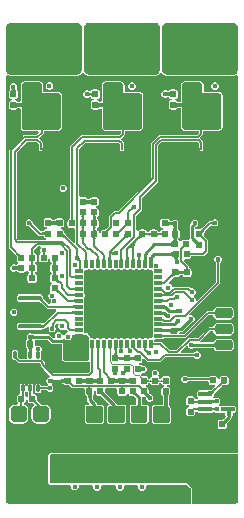
<source format=gbl>
G04*
G04 #@! TF.GenerationSoftware,Altium Limited,Altium Designer,22.8.2 (66)*
G04*
G04 Layer_Physical_Order=4*
G04 Layer_Color=16711680*
%FSLAX44Y44*%
%MOMM*%
G71*
G04*
G04 #@! TF.SameCoordinates,6741D891-8A7F-4893-A487-0B18702EF547*
G04*
G04*
G04 #@! TF.FilePolarity,Positive*
G04*
G01*
G75*
%ADD11C,0.2540*%
%ADD14C,0.2000*%
G04:AMPARAMS|DCode=19|XSize=0.58mm|YSize=0.58mm|CornerRadius=0.1508mm|HoleSize=0mm|Usage=FLASHONLY|Rotation=180.000|XOffset=0mm|YOffset=0mm|HoleType=Round|Shape=RoundedRectangle|*
%AMROUNDEDRECTD19*
21,1,0.5800,0.2784,0,0,180.0*
21,1,0.2784,0.5800,0,0,180.0*
1,1,0.3016,-0.1392,0.1392*
1,1,0.3016,0.1392,0.1392*
1,1,0.3016,0.1392,-0.1392*
1,1,0.3016,-0.1392,-0.1392*
%
%ADD19ROUNDEDRECTD19*%
G04:AMPARAMS|DCode=20|XSize=0.58mm|YSize=0.58mm|CornerRadius=0.1508mm|HoleSize=0mm|Usage=FLASHONLY|Rotation=90.000|XOffset=0mm|YOffset=0mm|HoleType=Round|Shape=RoundedRectangle|*
%AMROUNDEDRECTD20*
21,1,0.5800,0.2784,0,0,90.0*
21,1,0.2784,0.5800,0,0,90.0*
1,1,0.3016,0.1392,0.1392*
1,1,0.3016,0.1392,-0.1392*
1,1,0.3016,-0.1392,-0.1392*
1,1,0.3016,-0.1392,0.1392*
%
%ADD20ROUNDEDRECTD20*%
G04:AMPARAMS|DCode=30|XSize=2.78mm|YSize=3.22mm|CornerRadius=0.2502mm|HoleSize=0mm|Usage=FLASHONLY|Rotation=270.000|XOffset=0mm|YOffset=0mm|HoleType=Round|Shape=RoundedRectangle|*
%AMROUNDEDRECTD30*
21,1,2.7800,2.7196,0,0,270.0*
21,1,2.2796,3.2200,0,0,270.0*
1,1,0.5004,-1.3598,-1.1398*
1,1,0.5004,-1.3598,1.1398*
1,1,0.5004,1.3598,1.1398*
1,1,0.5004,1.3598,-1.1398*
%
%ADD30ROUNDEDRECTD30*%
G04:AMPARAMS|DCode=31|XSize=2.78mm|YSize=3.22mm|CornerRadius=0.2502mm|HoleSize=0mm|Usage=FLASHONLY|Rotation=270.000|XOffset=0mm|YOffset=0mm|HoleType=Round|Shape=RoundedRectangle|*
%AMROUNDEDRECTD31*
21,1,2.7800,2.7196,0,0,270.0*
21,1,2.2796,3.2200,0,0,270.0*
1,1,0.5004,-1.3598,-1.1398*
1,1,0.5004,-1.3598,1.1398*
1,1,0.5004,1.3598,1.1398*
1,1,0.5004,1.3598,-1.1398*
%
%ADD31ROUNDEDRECTD31*%
%ADD73C,0.1270*%
%ADD74C,0.1524*%
G04:AMPARAMS|DCode=76|XSize=4.5mm|YSize=2.5mm|CornerRadius=0.625mm|HoleSize=0mm|Usage=FLASHONLY|Rotation=0.000|XOffset=0mm|YOffset=0mm|HoleType=Round|Shape=RoundedRectangle|*
%AMROUNDEDRECTD76*
21,1,4.5000,1.2500,0,0,0.0*
21,1,3.2500,2.5000,0,0,0.0*
1,1,1.2500,1.6250,-0.6250*
1,1,1.2500,-1.6250,-0.6250*
1,1,1.2500,-1.6250,0.6250*
1,1,1.2500,1.6250,0.6250*
%
%ADD76ROUNDEDRECTD76*%
%ADD77C,0.4500*%
%ADD78C,0.4000*%
G04:AMPARAMS|DCode=79|XSize=1.5mm|YSize=0.85mm|CornerRadius=0.2125mm|HoleSize=0mm|Usage=FLASHONLY|Rotation=180.000|XOffset=0mm|YOffset=0mm|HoleType=Round|Shape=RoundedRectangle|*
%AMROUNDEDRECTD79*
21,1,1.5000,0.4250,0,0,180.0*
21,1,1.0750,0.8500,0,0,180.0*
1,1,0.4250,-0.5375,0.2125*
1,1,0.4250,0.5375,0.2125*
1,1,0.4250,0.5375,-0.2125*
1,1,0.4250,-0.5375,-0.2125*
%
%ADD79ROUNDEDRECTD79*%
%ADD80R,2.2500X1.5000*%
G04:AMPARAMS|DCode=81|XSize=0.28mm|YSize=0.625mm|CornerRadius=0.07mm|HoleSize=0mm|Usage=FLASHONLY|Rotation=0.000|XOffset=0mm|YOffset=0mm|HoleType=Round|Shape=RoundedRectangle|*
%AMROUNDEDRECTD81*
21,1,0.2800,0.4850,0,0,0.0*
21,1,0.1400,0.6250,0,0,0.0*
1,1,0.1400,0.0700,-0.2425*
1,1,0.1400,-0.0700,-0.2425*
1,1,0.1400,-0.0700,0.2425*
1,1,0.1400,0.0700,0.2425*
%
%ADD81ROUNDEDRECTD81*%
G04:AMPARAMS|DCode=82|XSize=1.4mm|YSize=1.4mm|CornerRadius=0.35mm|HoleSize=0mm|Usage=FLASHONLY|Rotation=270.000|XOffset=0mm|YOffset=0mm|HoleType=Round|Shape=RoundedRectangle|*
%AMROUNDEDRECTD82*
21,1,1.4000,0.7000,0,0,270.0*
21,1,0.7000,1.4000,0,0,270.0*
1,1,0.7000,-0.3500,-0.3500*
1,1,0.7000,-0.3500,0.3500*
1,1,0.7000,0.3500,0.3500*
1,1,0.7000,0.3500,-0.3500*
%
%ADD82ROUNDEDRECTD82*%
G04:AMPARAMS|DCode=83|XSize=0.27mm|YSize=0.76mm|CornerRadius=0.0702mm|HoleSize=0mm|Usage=FLASHONLY|Rotation=90.000|XOffset=0mm|YOffset=0mm|HoleType=Round|Shape=RoundedRectangle|*
%AMROUNDEDRECTD83*
21,1,0.2700,0.6196,0,0,90.0*
21,1,0.1296,0.7600,0,0,90.0*
1,1,0.1404,0.3098,0.0648*
1,1,0.1404,0.3098,-0.0648*
1,1,0.1404,-0.3098,-0.0648*
1,1,0.1404,-0.3098,0.0648*
%
%ADD83ROUNDEDRECTD83*%
G04:AMPARAMS|DCode=84|XSize=0.27mm|YSize=0.76mm|CornerRadius=0.0702mm|HoleSize=0mm|Usage=FLASHONLY|Rotation=0.000|XOffset=0mm|YOffset=0mm|HoleType=Round|Shape=RoundedRectangle|*
%AMROUNDEDRECTD84*
21,1,0.2700,0.6196,0,0,0.0*
21,1,0.1296,0.7600,0,0,0.0*
1,1,0.1404,0.0648,-0.3098*
1,1,0.1404,-0.0648,-0.3098*
1,1,0.1404,-0.0648,0.3098*
1,1,0.1404,0.0648,0.3098*
%
%ADD84ROUNDEDRECTD84*%
G04:AMPARAMS|DCode=85|XSize=0.27mm|YSize=0.76mm|CornerRadius=0.0702mm|HoleSize=0mm|Usage=FLASHONLY|Rotation=0.000|XOffset=0mm|YOffset=0mm|HoleType=Round|Shape=RoundedRectangle|*
%AMROUNDEDRECTD85*
21,1,0.2700,0.6196,0,0,0.0*
21,1,0.1296,0.7600,0,0,0.0*
1,1,0.1404,0.0648,-0.3098*
1,1,0.1404,-0.0648,-0.3098*
1,1,0.1404,-0.0648,0.3098*
1,1,0.1404,0.0648,0.3098*
%
%ADD85ROUNDEDRECTD85*%
G04:AMPARAMS|DCode=86|XSize=0.27mm|YSize=0.76mm|CornerRadius=0.0702mm|HoleSize=0mm|Usage=FLASHONLY|Rotation=90.000|XOffset=0mm|YOffset=0mm|HoleType=Round|Shape=RoundedRectangle|*
%AMROUNDEDRECTD86*
21,1,0.2700,0.6196,0,0,90.0*
21,1,0.1296,0.7600,0,0,90.0*
1,1,0.1404,0.3098,0.0648*
1,1,0.1404,0.3098,-0.0648*
1,1,0.1404,-0.3098,-0.0648*
1,1,0.1404,-0.3098,0.0648*
%
%ADD86ROUNDEDRECTD86*%
G04:AMPARAMS|DCode=87|XSize=0.27mm|YSize=0.76mm|CornerRadius=0.0702mm|HoleSize=0mm|Usage=FLASHONLY|Rotation=90.000|XOffset=0mm|YOffset=0mm|HoleType=Round|Shape=RoundedRectangle|*
%AMROUNDEDRECTD87*
21,1,0.2700,0.6196,0,0,90.0*
21,1,0.1296,0.7600,0,0,90.0*
1,1,0.1404,0.3098,0.0648*
1,1,0.1404,0.3098,-0.0648*
1,1,0.1404,-0.3098,-0.0648*
1,1,0.1404,-0.3098,0.0648*
%
%ADD87ROUNDEDRECTD87*%
G04:AMPARAMS|DCode=88|XSize=0.27mm|YSize=0.76mm|CornerRadius=0.0702mm|HoleSize=0mm|Usage=FLASHONLY|Rotation=90.000|XOffset=0mm|YOffset=0mm|HoleType=Round|Shape=RoundedRectangle|*
%AMROUNDEDRECTD88*
21,1,0.2700,0.6196,0,0,90.0*
21,1,0.1296,0.7600,0,0,90.0*
1,1,0.1404,0.3098,0.0648*
1,1,0.1404,0.3098,-0.0648*
1,1,0.1404,-0.3098,-0.0648*
1,1,0.1404,-0.3098,0.0648*
%
%ADD88ROUNDEDRECTD88*%
G04:AMPARAMS|DCode=89|XSize=0.95mm|YSize=1.38mm|CornerRadius=0.2423mm|HoleSize=0mm|Usage=FLASHONLY|Rotation=270.000|XOffset=0mm|YOffset=0mm|HoleType=Round|Shape=RoundedRectangle|*
%AMROUNDEDRECTD89*
21,1,0.9500,0.8955,0,0,270.0*
21,1,0.4655,1.3800,0,0,270.0*
1,1,0.4845,-0.4478,-0.2328*
1,1,0.4845,-0.4478,0.2328*
1,1,0.4845,0.4478,0.2328*
1,1,0.4845,0.4478,-0.2328*
%
%ADD89ROUNDEDRECTD89*%
G04:AMPARAMS|DCode=90|XSize=0.95mm|YSize=1.38mm|CornerRadius=0.2423mm|HoleSize=0mm|Usage=FLASHONLY|Rotation=270.000|XOffset=0mm|YOffset=0mm|HoleType=Round|Shape=RoundedRectangle|*
%AMROUNDEDRECTD90*
21,1,0.9500,0.8955,0,0,270.0*
21,1,0.4655,1.3800,0,0,270.0*
1,1,0.4845,-0.4478,-0.2328*
1,1,0.4845,-0.4478,0.2328*
1,1,0.4845,0.4478,0.2328*
1,1,0.4845,0.4478,-0.2328*
%
%ADD90ROUNDEDRECTD90*%
G04:AMPARAMS|DCode=91|XSize=1.4mm|YSize=1.4mm|CornerRadius=0.35mm|HoleSize=0mm|Usage=FLASHONLY|Rotation=180.000|XOffset=0mm|YOffset=0mm|HoleType=Round|Shape=RoundedRectangle|*
%AMROUNDEDRECTD91*
21,1,1.4000,0.7000,0,0,180.0*
21,1,0.7000,1.4000,0,0,180.0*
1,1,0.7000,-0.3500,0.3500*
1,1,0.7000,0.3500,0.3500*
1,1,0.7000,0.3500,-0.3500*
1,1,0.7000,-0.3500,-0.3500*
%
%ADD91ROUNDEDRECTD91*%
G04:AMPARAMS|DCode=92|XSize=1.2mm|YSize=0.4mm|CornerRadius=0.1mm|HoleSize=0mm|Usage=FLASHONLY|Rotation=180.000|XOffset=0mm|YOffset=0mm|HoleType=Round|Shape=RoundedRectangle|*
%AMROUNDEDRECTD92*
21,1,1.2000,0.2000,0,0,180.0*
21,1,1.0000,0.4000,0,0,180.0*
1,1,0.2000,-0.5000,0.1000*
1,1,0.2000,0.5000,0.1000*
1,1,0.2000,0.5000,-0.1000*
1,1,0.2000,-0.5000,-0.1000*
%
%ADD92ROUNDEDRECTD92*%
G04:AMPARAMS|DCode=93|XSize=0.84mm|YSize=0.93mm|CornerRadius=0.21mm|HoleSize=0mm|Usage=FLASHONLY|Rotation=180.000|XOffset=0mm|YOffset=0mm|HoleType=Round|Shape=RoundedRectangle|*
%AMROUNDEDRECTD93*
21,1,0.8400,0.5100,0,0,180.0*
21,1,0.4200,0.9300,0,0,180.0*
1,1,0.4200,-0.2100,0.2550*
1,1,0.4200,0.2100,0.2550*
1,1,0.4200,0.2100,-0.2550*
1,1,0.4200,-0.2100,-0.2550*
%
%ADD93ROUNDEDRECTD93*%
G04:AMPARAMS|DCode=94|XSize=2mm|YSize=0.4mm|CornerRadius=0.1mm|HoleSize=0mm|Usage=FLASHONLY|Rotation=0.000|XOffset=0mm|YOffset=0mm|HoleType=Round|Shape=RoundedRectangle|*
%AMROUNDEDRECTD94*
21,1,2.0000,0.2000,0,0,0.0*
21,1,1.8000,0.4000,0,0,0.0*
1,1,0.2000,0.9000,-0.1000*
1,1,0.2000,-0.9000,-0.1000*
1,1,0.2000,-0.9000,0.1000*
1,1,0.2000,0.9000,0.1000*
%
%ADD94ROUNDEDRECTD94*%
%ADD95R,0.1270X0.4620*%
%ADD96C,0.1016*%
%ADD97C,0.2032*%
%ADD98C,0.3000*%
G36*
X196310Y408162D02*
X196789Y407842D01*
X196862Y407769D01*
X197590Y406680D01*
X198091Y405471D01*
X198244Y404701D01*
X198346Y403533D01*
Y403532D01*
X198346Y403532D01*
X198346Y403532D01*
X198346Y369578D01*
X198346Y368583D01*
X197585Y366745D01*
X196178Y365339D01*
X194341Y364578D01*
X193346Y364578D01*
X138846D01*
X137851Y364578D01*
X136014Y365339D01*
X134607Y366746D01*
X133846Y368583D01*
X133846Y369578D01*
Y403532D01*
X133856Y404197D01*
X134136Y405497D01*
X134663Y406717D01*
X135419Y407812D01*
X135984Y408359D01*
X195000D01*
X195104Y408402D01*
X196310Y408162D01*
D02*
G37*
G36*
X130762Y407769D02*
X131490Y406680D01*
X131991Y405471D01*
X132144Y404701D01*
X132246Y403533D01*
Y403532D01*
X132246Y403532D01*
X132246Y403532D01*
X132246Y369578D01*
X132246Y368583D01*
X131485Y366745D01*
X130078Y365339D01*
X128240Y364578D01*
X127246Y364578D01*
X72746D01*
X71751Y364578D01*
X69914Y365339D01*
X68507Y366746D01*
X67746Y368583D01*
X67746Y369578D01*
Y403532D01*
X67756Y404197D01*
X68036Y405497D01*
X68563Y406717D01*
X69319Y407812D01*
X69884Y408359D01*
X130172D01*
X130762Y407769D01*
D02*
G37*
G36*
X5000Y408359D02*
X63872D01*
X64462Y407769D01*
X65190Y406680D01*
X65691Y405471D01*
X65844Y404701D01*
X65946Y403533D01*
Y403532D01*
X65946Y403532D01*
X65946Y403532D01*
X65946Y369578D01*
X65946Y368583D01*
X65185Y366745D01*
X63779Y365339D01*
X61941Y364578D01*
X60946Y364578D01*
X6446D01*
X5451Y364578D01*
X3614Y365339D01*
X2207Y366746D01*
X1641Y368113D01*
Y405000D01*
X1641Y405000D01*
X1641Y405000D01*
X1633Y405019D01*
X1736Y405497D01*
X2263Y406717D01*
X2894Y407630D01*
X3690Y408162D01*
X4896Y408402D01*
X5000Y408359D01*
D02*
G37*
G36*
X67491Y366325D02*
X67646Y366170D01*
X67729Y365968D01*
X69136Y364561D01*
X69338Y364478D01*
X69493Y364323D01*
X71331Y363562D01*
X71549D01*
X71751Y363478D01*
X72746Y363478D01*
X127246D01*
X128240Y363478D01*
X128442Y363562D01*
X128661Y363562D01*
X130499Y364323D01*
X130654Y364478D01*
X130856Y364561D01*
X132263Y365968D01*
X132313Y366091D01*
X132631Y366197D01*
X133461Y366197D01*
X133779Y366091D01*
X133829Y365968D01*
X135236Y364561D01*
X135438Y364478D01*
X135593Y364323D01*
X137431Y363562D01*
X137649D01*
X137851Y363478D01*
X138846Y363478D01*
X193346D01*
X194340Y363478D01*
X194543Y363562D01*
X194761Y363562D01*
X196599Y364323D01*
X196754Y364478D01*
X196956Y364561D01*
X197186Y364791D01*
X198359Y364305D01*
Y45340D01*
X198000Y45100D01*
X167181D01*
X167076Y45057D01*
X167060Y45060D01*
X167000Y45000D01*
X39307D01*
X38837Y44805D01*
X37959Y43927D01*
X37700Y43303D01*
Y19000D01*
X38022Y18222D01*
X38800Y17900D01*
X56068D01*
X56734Y16904D01*
Y15604D01*
X57147Y14607D01*
X57539Y14096D01*
X57842Y13793D01*
X58353Y13401D01*
X59147Y13072D01*
X59786Y12988D01*
X60214D01*
X60852Y13072D01*
X61647Y13401D01*
X62158Y13793D01*
X62461Y14096D01*
X62853Y14607D01*
X63266Y15604D01*
Y16904D01*
X63932Y17900D01*
X74876D01*
X75734Y16654D01*
Y15354D01*
X76147Y14357D01*
X76539Y13846D01*
X76842Y13543D01*
X77353Y13151D01*
X78147Y12822D01*
X78786Y12738D01*
X79214D01*
X79852Y12822D01*
X80647Y13151D01*
X81158Y13543D01*
X81461Y13846D01*
X81853Y14357D01*
X82266Y15354D01*
Y16654D01*
X83124Y17900D01*
X93876D01*
X94734Y16654D01*
Y15354D01*
X95147Y14357D01*
X95539Y13846D01*
X95842Y13543D01*
X96353Y13151D01*
X97147Y12822D01*
X97786Y12738D01*
X98214D01*
X98853Y12822D01*
X99647Y13151D01*
X100158Y13543D01*
X100461Y13846D01*
X100853Y14357D01*
X101266Y15354D01*
Y16654D01*
X102124Y17900D01*
X112876D01*
X113734Y16654D01*
Y15354D01*
X114147Y14357D01*
X114539Y13846D01*
X114842Y13543D01*
X115353Y13151D01*
X116147Y12822D01*
X116786Y12738D01*
X117214D01*
X117852Y12822D01*
X118647Y13151D01*
X119158Y13543D01*
X119461Y13846D01*
X119853Y14357D01*
X120266Y15354D01*
Y16654D01*
X121124Y17900D01*
X154530D01*
X157172Y15258D01*
X157600Y15081D01*
X157722Y15000D01*
X158000D01*
Y1546D01*
X5000D01*
X4972Y1540D01*
X4103Y1654D01*
X3268Y2000D01*
X2551Y2551D01*
X2000Y3268D01*
X2000Y3269D01*
Y3447D01*
X1838Y3690D01*
X1598Y4896D01*
X1641Y5000D01*
X1641Y5000D01*
X1641Y5000D01*
Y52500D01*
X1622Y52546D01*
Y232954D01*
X1641Y233000D01*
Y364097D01*
X2814Y364583D01*
X2836Y364561D01*
X3038Y364478D01*
X3193Y364323D01*
X5031Y363562D01*
X5249D01*
X5452Y363478D01*
X6446Y363478D01*
X60946D01*
X61940Y363478D01*
X62143Y363562D01*
X62361Y363562D01*
X64199Y364323D01*
X64354Y364478D01*
X64556Y364561D01*
X65963Y365968D01*
X66047Y366170D01*
X66201Y366325D01*
X66211Y366349D01*
X67481Y366349D01*
X67491Y366325D01*
D02*
G37*
G36*
X198000Y3269D02*
X198000Y3268D01*
X197449Y2551D01*
X196732Y2000D01*
X195896Y1654D01*
X195478Y1599D01*
X195000Y1546D01*
Y1546D01*
X159036D01*
Y15000D01*
X158957Y15396D01*
X158733Y15733D01*
X158396Y15957D01*
X158000Y16036D01*
X157950D01*
X154986Y19000D01*
X118301D01*
X117853Y19186D01*
X117000Y19298D01*
X116147Y19186D01*
X115698Y19000D01*
X99302D01*
X98853Y19186D01*
X98000Y19298D01*
X97147Y19186D01*
X96698Y19000D01*
X80302D01*
X79853Y19186D01*
X79000Y19298D01*
X78147Y19186D01*
X77698Y19000D01*
X61786D01*
X61647Y19107D01*
X60853Y19436D01*
X60000Y19548D01*
X59147Y19436D01*
X58353Y19107D01*
X58214Y19000D01*
X38800D01*
Y43303D01*
X39461Y43964D01*
X167000D01*
X167181Y44000D01*
X198000D01*
Y3269D01*
D02*
G37*
%LPC*%
G36*
X165223Y359508D02*
X163924D01*
X163903Y359500D01*
X158703Y359500D01*
X158682Y359508D01*
X157383D01*
X157362Y359500D01*
X153519Y359500D01*
X152997Y359500D01*
X152795Y359417D01*
X152576Y359417D01*
X151611Y359017D01*
X151456Y358863D01*
X151253Y358779D01*
X150515Y358041D01*
X150431Y357838D01*
X150277Y357683D01*
X150142Y357357D01*
X150142Y357260D01*
X150086Y357181D01*
X149822Y356020D01*
X149843Y355894D01*
X149795Y355776D01*
Y355776D01*
X149794Y355776D01*
Y341985D01*
X149776Y341974D01*
X149639Y341918D01*
X149422Y341861D01*
X149130Y341813D01*
X148768Y341781D01*
X148558Y341776D01*
X148398Y341780D01*
X148074Y341809D01*
X147788Y341856D01*
X147538Y341916D01*
X147326Y341989D01*
X147148Y342071D01*
X147001Y342160D01*
X146879Y342254D01*
X146778Y342356D01*
X146649Y342525D01*
X146582Y342564D01*
X146553Y342635D01*
X146401Y342698D01*
X145695Y343170D01*
X144710Y343365D01*
Y344635D01*
X145695Y344830D01*
X146530Y345388D01*
X147088Y346223D01*
X147283Y347208D01*
Y349992D01*
X147088Y350977D01*
X146530Y351812D01*
X145695Y352370D01*
X144710Y352565D01*
X141926D01*
X140941Y352370D01*
X140106Y351812D01*
X140084Y351778D01*
X139816Y351586D01*
X138502Y351511D01*
X137302Y352008D01*
X136002D01*
X134802Y351511D01*
X133883Y350592D01*
X133386Y349392D01*
Y348092D01*
X133883Y346892D01*
X134802Y345973D01*
X136002Y345476D01*
X137302D01*
X138347Y345909D01*
X138561Y345965D01*
X139661Y345808D01*
X139938Y345629D01*
X139954Y345616D01*
X140106Y345388D01*
X140941Y344830D01*
X141926Y344635D01*
Y343365D01*
X140941Y343170D01*
X140106Y342612D01*
X139548Y341777D01*
X139353Y340792D01*
Y338008D01*
X139548Y337023D01*
X140106Y336188D01*
X140941Y335630D01*
X141926Y335434D01*
X144710D01*
X145695Y335630D01*
X146401Y336102D01*
X146553Y336165D01*
X146582Y336236D01*
X146649Y336274D01*
X146778Y336444D01*
X146879Y336546D01*
X147001Y336640D01*
X147148Y336729D01*
X147326Y336811D01*
X147539Y336884D01*
X147788Y336944D01*
X148074Y336991D01*
X148398Y337020D01*
X148558Y337024D01*
X148768Y337019D01*
X149130Y336987D01*
X149422Y336939D01*
X149639Y336881D01*
X149776Y336826D01*
X149795Y336815D01*
Y320943D01*
X149794Y320421D01*
X149877Y320218D01*
X149877Y319999D01*
X150276Y319034D01*
X150431Y318879D01*
X150515Y318677D01*
X151253Y317938D01*
X151456Y317854D01*
X151611Y317700D01*
X152576Y317301D01*
X152795Y317301D01*
X152998Y317217D01*
X153520Y317218D01*
X165317D01*
Y315883D01*
X163387Y313953D01*
X131888D01*
X131244Y313825D01*
X130698Y313460D01*
X125068Y307831D01*
X124703Y307284D01*
X124575Y306640D01*
Y277832D01*
X96585Y249841D01*
X93980D01*
X93336Y249713D01*
X92790Y249348D01*
X89167Y245725D01*
X88802Y245179D01*
X88674Y244535D01*
Y236627D01*
X86586Y234539D01*
X86500Y234515D01*
X86472Y234466D01*
X86419Y234445D01*
X86227Y234260D01*
X86065Y234119D01*
X85920Y234006D01*
X85794Y233921D01*
X85691Y233862D01*
X85615Y233827D01*
X85596Y233820D01*
X84414D01*
X83429Y233624D01*
X82594Y233066D01*
X82036Y232232D01*
X81840Y231247D01*
X80571D01*
X80375Y232232D01*
X79818Y233066D01*
X78983Y233624D01*
X78651Y233690D01*
X78643Y233711D01*
X78601Y233875D01*
X78566Y234107D01*
X78541Y234402D01*
X78540Y234466D01*
X78541Y234530D01*
X78566Y234825D01*
X78601Y235057D01*
X78643Y235222D01*
X78651Y235242D01*
X78983Y235308D01*
X79818Y235866D01*
X80375Y236701D01*
X80571Y237686D01*
Y240470D01*
X80375Y241455D01*
X79818Y242290D01*
X79368Y242590D01*
X79367Y242593D01*
X79359Y242596D01*
X78983Y242848D01*
X78831Y242878D01*
X78816Y242917D01*
X78774Y243088D01*
X78738Y243325D01*
X78714Y243623D01*
X78713Y243698D01*
X78714Y243773D01*
X78738Y244070D01*
X78774Y244307D01*
X78816Y244478D01*
X78831Y244518D01*
X78983Y244548D01*
X79359Y244799D01*
X79367Y244802D01*
X79368Y244805D01*
X79818Y245106D01*
X80375Y245941D01*
X80571Y246925D01*
Y249709D01*
X80375Y250694D01*
X79818Y251529D01*
X78983Y252087D01*
X77998Y252283D01*
Y253552D01*
X78983Y253748D01*
X79818Y254306D01*
X80375Y255141D01*
X80571Y256125D01*
Y258909D01*
X80375Y259894D01*
X79818Y260729D01*
X78983Y261287D01*
X77998Y261483D01*
X75214D01*
X74229Y261287D01*
X73523Y260815D01*
X73371Y260752D01*
X73342Y260681D01*
X73275Y260643D01*
X73146Y260474D01*
X73045Y260372D01*
X72923Y260277D01*
X72776Y260188D01*
X72598Y260107D01*
X72385Y260034D01*
X72136Y259973D01*
X71850Y259927D01*
X71706Y259914D01*
X71562Y259927D01*
X71276Y259973D01*
X71027Y260034D01*
X70814Y260107D01*
X70636Y260189D01*
X70489Y260277D01*
X70367Y260372D01*
X70266Y260474D01*
X70137Y260643D01*
X70070Y260681D01*
X70041Y260752D01*
X69889Y260815D01*
X69183Y261287D01*
X68198Y261483D01*
X65414D01*
X65110Y261423D01*
X63840Y262305D01*
Y301998D01*
X69405Y307563D01*
X97060D01*
X98317Y306306D01*
Y305754D01*
X98349Y305591D01*
Y299966D01*
X101651D01*
Y305591D01*
X101683Y305754D01*
Y307003D01*
X101555Y307648D01*
X101190Y308194D01*
X99737Y309647D01*
X99218Y310751D01*
X99741Y311361D01*
X101690Y313310D01*
X102055Y313856D01*
X102183Y314500D01*
Y317218D01*
X113976D01*
X114499Y317183D01*
X114706Y317253D01*
X114925Y317238D01*
X115987Y317597D01*
X116152Y317741D01*
X116359Y317811D01*
X117203Y318549D01*
X117300Y318745D01*
X117465Y318889D01*
X117962Y319894D01*
X117977Y320112D01*
X118074Y320308D01*
X118111Y320868D01*
X118099Y320905D01*
X118114Y320942D01*
X118113Y347475D01*
X118030Y347677D01*
Y347896D01*
X117664Y348779D01*
X117509Y348934D01*
X117426Y349136D01*
X116750Y349812D01*
X116547Y349896D01*
X116393Y350050D01*
X115510Y350416D01*
X115291D01*
X115089Y350500D01*
X114611D01*
X114611Y350500D01*
X102514Y350500D01*
X102141Y351592D01*
X102114Y351707D01*
X102114Y355900D01*
X102114Y356397D01*
X102030Y356599D01*
X102030Y356818D01*
X101650Y357737D01*
X101495Y357892D01*
X101411Y358094D01*
X100708Y358797D01*
X100506Y358881D01*
X100351Y359036D01*
X99432Y359416D01*
X99213Y359416D01*
X99011Y359500D01*
X98514Y359500D01*
X98514Y359500D01*
X86515Y359500D01*
X85993Y359500D01*
X85791Y359417D01*
X85571Y359417D01*
X84607Y359017D01*
X84452Y358863D01*
X84249Y358779D01*
X83511Y358041D01*
X83427Y357838D01*
X83273Y357683D01*
X83138Y357357D01*
X83138Y357260D01*
X83082Y357181D01*
X82818Y356020D01*
X82839Y355894D01*
X82790Y355776D01*
Y355776D01*
X82790Y355776D01*
Y342865D01*
X82570Y342546D01*
X82305Y342316D01*
X81638Y341975D01*
X80557Y342590D01*
X80539Y342635D01*
X80387Y342698D01*
X79681Y343170D01*
X78696Y343365D01*
Y344635D01*
X79681Y344830D01*
X80516Y345388D01*
X81073Y346223D01*
X81269Y347208D01*
Y349992D01*
X81073Y350977D01*
X80516Y351812D01*
X79681Y352370D01*
X78696Y352565D01*
X75912D01*
X74927Y352370D01*
X74092Y351812D01*
X73881Y351495D01*
X73797Y351443D01*
X73486Y351288D01*
X72512Y351229D01*
X72341Y351271D01*
X72324Y351277D01*
X71135Y351769D01*
X69836D01*
X68636Y351272D01*
X67717Y350354D01*
X67220Y349153D01*
Y347854D01*
X67717Y346653D01*
X68636Y345735D01*
X69836Y345238D01*
X71135D01*
X72336Y345735D01*
X72404Y345803D01*
X72442Y345817D01*
X73602Y345782D01*
X73935Y345603D01*
X73960Y345586D01*
X74092Y345388D01*
X74927Y344830D01*
X75912Y344635D01*
Y343365D01*
X74927Y343170D01*
X74092Y342612D01*
X73534Y341777D01*
X73338Y340792D01*
Y338008D01*
X73534Y337023D01*
X74092Y336188D01*
X74927Y335630D01*
X75912Y335434D01*
X78696D01*
X79681Y335630D01*
X80387Y336102D01*
X80539Y336165D01*
X80557Y336210D01*
X81638Y336825D01*
X82305Y336484D01*
X82570Y336254D01*
X82790Y335935D01*
Y320943D01*
X82790Y320421D01*
X82873Y320218D01*
X82873Y319999D01*
X83272Y319034D01*
X83427Y318879D01*
X83511Y318677D01*
X84249Y317938D01*
X84452Y317854D01*
X84607Y317700D01*
X85572Y317301D01*
X85791Y317301D01*
X85993Y317217D01*
X86516Y317218D01*
X98817D01*
Y315197D01*
X97303Y313683D01*
X65874D01*
X65230Y313555D01*
X64684Y313190D01*
X56416Y304922D01*
X56051Y304376D01*
X55923Y303732D01*
Y243389D01*
X55872Y243275D01*
X55866Y243061D01*
X55858Y242973D01*
X55229Y242848D01*
X54394Y242290D01*
X53836Y241455D01*
X53640Y240470D01*
Y237686D01*
X53836Y236701D01*
X54394Y235866D01*
X55229Y235308D01*
X56214Y235113D01*
X58998D01*
X59204Y235154D01*
X60474Y234225D01*
Y223343D01*
X59204Y222817D01*
X52425Y229596D01*
X52411Y229652D01*
X52342Y229695D01*
X52312Y229771D01*
X51995Y230102D01*
X51738Y230395D01*
X51527Y230663D01*
X51363Y230903D01*
X51244Y231110D01*
X51171Y231271D01*
Y231776D01*
X50975Y232761D01*
X50418Y233596D01*
X49583Y234154D01*
X48598Y234349D01*
Y235619D01*
X49583Y235814D01*
X50418Y236372D01*
X50975Y237207D01*
X51171Y238192D01*
Y240976D01*
X50975Y241961D01*
X50418Y242796D01*
X49583Y243354D01*
X48598Y243549D01*
X45814D01*
X44829Y243354D01*
X44123Y242882D01*
X43971Y242819D01*
X43941Y242745D01*
X43872Y242705D01*
X43728Y242516D01*
X43612Y242394D01*
X43479Y242286D01*
X43325Y242188D01*
X43146Y242100D01*
X42937Y242023D01*
X42695Y241959D01*
X42420Y241911D01*
X42245Y241894D01*
X41973Y241914D01*
X41605Y241966D01*
X41318Y242030D01*
X41203Y242070D01*
X40717Y242798D01*
X40714Y242803D01*
X40713Y242803D01*
X40707Y242813D01*
X40627Y242866D01*
X40611Y242893D01*
X40568Y242905D01*
X39872Y243370D01*
X38887Y243566D01*
X36103D01*
X35118Y243370D01*
X34283Y242813D01*
X33725Y241978D01*
X33529Y240993D01*
Y238209D01*
X33725Y237224D01*
X34283Y236389D01*
X35118Y235831D01*
X36103Y235636D01*
Y234366D01*
X35118Y234170D01*
X34283Y233613D01*
X33983Y233163D01*
X33980Y233162D01*
X33977Y233154D01*
X33725Y232778D01*
X33695Y232626D01*
X33656Y232611D01*
X33485Y232569D01*
X33248Y232533D01*
X32950Y232509D01*
X32570Y232500D01*
X32471Y232456D01*
X31451D01*
X25123Y238784D01*
X25087Y238881D01*
X24830Y239159D01*
X24755Y239252D01*
X24691Y239341D01*
X24645Y239414D01*
X24616Y239469D01*
X24601Y239503D01*
X24600Y239508D01*
X24598Y239545D01*
X24588Y239565D01*
X24587Y239571D01*
X24579Y239583D01*
X24516Y239713D01*
Y240100D01*
X24057Y241208D01*
X23208Y242057D01*
X22100Y242516D01*
X20900D01*
X19792Y242057D01*
X18943Y241208D01*
X18484Y240100D01*
Y238900D01*
X18943Y237792D01*
X19792Y236943D01*
X20900Y236484D01*
X21286D01*
X21417Y236421D01*
X21428Y236413D01*
X21435Y236412D01*
X21455Y236402D01*
X21492Y236400D01*
X21497Y236399D01*
X21531Y236384D01*
X21586Y236355D01*
X21659Y236309D01*
X21737Y236253D01*
X21974Y236052D01*
X22103Y235928D01*
X22206Y235887D01*
X29146Y228948D01*
X29146Y228947D01*
X29813Y228502D01*
X30599Y228345D01*
X30599Y228345D01*
X32471D01*
X32570Y228302D01*
X32950Y228292D01*
X33248Y228269D01*
X33485Y228232D01*
X33656Y228191D01*
X33695Y228176D01*
X33725Y228024D01*
X33977Y227648D01*
X33980Y227640D01*
X33983Y227639D01*
X34283Y227189D01*
X35118Y226631D01*
X35724Y226511D01*
X35599Y225241D01*
X11700D01*
X10683Y226258D01*
Y299060D01*
X19540Y307917D01*
X27703D01*
X29317Y306303D01*
Y303508D01*
X29349Y303345D01*
Y299966D01*
X32651D01*
Y303345D01*
X32683Y303508D01*
Y307000D01*
X32555Y307644D01*
X32190Y308190D01*
X30228Y310152D01*
X29596Y310799D01*
X30254Y311874D01*
X33190Y314810D01*
X33555Y315356D01*
X33683Y316000D01*
Y317218D01*
X45216D01*
X45739Y317183D01*
X45946Y317253D01*
X46165Y317238D01*
X47227Y317597D01*
X47392Y317741D01*
X47599Y317811D01*
X48443Y318549D01*
X48540Y318745D01*
X48705Y318889D01*
X49202Y319894D01*
X49217Y320112D01*
X49314Y320308D01*
X49351Y320868D01*
X49339Y320905D01*
X49354Y320942D01*
X49353Y347475D01*
X49270Y347677D01*
Y347896D01*
X48904Y348779D01*
X48749Y348934D01*
X48666Y349136D01*
X47990Y349812D01*
X47787Y349896D01*
X47633Y350050D01*
X46750Y350416D01*
X46531D01*
X46329Y350500D01*
X45851D01*
X45851Y350500D01*
X33754Y350500D01*
X33381Y351592D01*
X33354Y351707D01*
X33354Y355900D01*
X33354Y356397D01*
X33270Y356599D01*
X33270Y356818D01*
X32890Y357737D01*
X32735Y357892D01*
X32651Y358094D01*
X31948Y358797D01*
X31746Y358881D01*
X31591Y359036D01*
X30672Y359416D01*
X30453Y359416D01*
X30251Y359500D01*
X29754Y359500D01*
X29754Y359500D01*
X17755Y359500D01*
X17233Y359500D01*
X17031Y359417D01*
X16811Y359417D01*
X15847Y359017D01*
X15692Y358863D01*
X15489Y358779D01*
X14751Y358041D01*
X14668Y357838D01*
X14513Y357683D01*
X14378Y357357D01*
X14378Y357260D01*
X14322Y357181D01*
X14058Y356020D01*
X14079Y355894D01*
X14030Y355776D01*
Y355776D01*
X14030Y355776D01*
Y342772D01*
X13633Y342357D01*
X12760Y341809D01*
X12756Y341809D01*
X12470Y341856D01*
X12220Y341916D01*
X12008Y341989D01*
X11830Y342071D01*
X11683Y342160D01*
X11561Y342254D01*
X11460Y342356D01*
X11331Y342525D01*
X11264Y342564D01*
X11235Y342635D01*
X11083Y342698D01*
X10377Y343170D01*
X9392Y343365D01*
Y344635D01*
X10377Y344830D01*
X11212Y345388D01*
X11770Y346223D01*
X11966Y347208D01*
Y349992D01*
X11770Y350977D01*
X11298Y351683D01*
X11235Y351835D01*
X11070Y353037D01*
X11316Y353632D01*
Y354931D01*
X10819Y356132D01*
X9901Y357051D01*
X8700Y357548D01*
X7401D01*
X6200Y357051D01*
X5282Y356132D01*
X4785Y354931D01*
Y353632D01*
X5031Y353038D01*
X4765Y351835D01*
X4230Y350977D01*
X4196Y350805D01*
X4196Y350805D01*
X4191Y350779D01*
X4035Y349992D01*
Y347208D01*
X4230Y346223D01*
X4788Y345388D01*
X5623Y344830D01*
X6608Y344635D01*
Y343365D01*
X5623Y343170D01*
X4788Y342612D01*
X4230Y341777D01*
X4035Y340792D01*
Y338008D01*
X4230Y337023D01*
X4788Y336188D01*
X5623Y335630D01*
X6608Y335434D01*
X9392D01*
X10377Y335630D01*
X11083Y336102D01*
X11235Y336165D01*
X11264Y336236D01*
X11331Y336274D01*
X11460Y336444D01*
X11561Y336546D01*
X11683Y336640D01*
X11830Y336729D01*
X12008Y336811D01*
X12221Y336884D01*
X12470Y336944D01*
X12756Y336991D01*
X12760Y336991D01*
X13633Y336443D01*
X14030Y336028D01*
Y320943D01*
X14030Y320421D01*
X14113Y320218D01*
X14113Y319999D01*
X14512Y319034D01*
X14667Y318879D01*
X14751Y318677D01*
X15489Y317938D01*
X15692Y317854D01*
X15847Y317700D01*
X16812Y317301D01*
X17031Y317301D01*
X17234Y317217D01*
X17756Y317218D01*
X29041D01*
X29567Y315948D01*
X27503Y313883D01*
X17200D01*
X16556Y313755D01*
X16010Y313390D01*
X4810Y302190D01*
X4445Y301644D01*
X4317Y301000D01*
Y218696D01*
X4445Y218052D01*
X4810Y217505D01*
X10162Y212153D01*
X10209Y212034D01*
X10428Y211807D01*
X10594Y211619D01*
X10720Y211461D01*
X10739Y211434D01*
X10730Y211392D01*
Y211108D01*
X10728Y211102D01*
X10730Y211097D01*
Y208608D01*
X10926Y207623D01*
X11484Y206788D01*
X12126Y206359D01*
X12232Y205667D01*
X12126Y204974D01*
X11613Y204631D01*
X11461Y204568D01*
X11432Y204497D01*
X11365Y204459D01*
X11236Y204290D01*
X11152Y204206D01*
X10022Y203807D01*
X9946Y203883D01*
X8838Y204342D01*
X7638D01*
X6529Y203883D01*
X5681Y203034D01*
X5222Y201926D01*
Y200726D01*
X5681Y199617D01*
X6529Y198769D01*
X7638Y198310D01*
X8838D01*
X9946Y198769D01*
X10011Y198834D01*
X11162Y198451D01*
X11236Y198377D01*
X11365Y198208D01*
X11432Y198169D01*
X11461Y198099D01*
X11613Y198035D01*
X12319Y197564D01*
X13304Y197368D01*
X16088D01*
X17073Y197564D01*
X17908Y198122D01*
X18465Y198957D01*
X18661Y199941D01*
X19930D01*
X20126Y198957D01*
X20684Y198122D01*
X21326Y197693D01*
X21432Y197000D01*
X21326Y196307D01*
X20684Y195878D01*
X20126Y195044D01*
X19930Y194059D01*
Y191275D01*
X20126Y190290D01*
X20684Y189455D01*
X21519Y188897D01*
X22504Y188701D01*
X25288D01*
X26273Y188897D01*
X27108Y189455D01*
X27665Y190290D01*
X27861Y191275D01*
Y194059D01*
X27665Y195044D01*
X27108Y195878D01*
X26466Y196307D01*
X26359Y197000D01*
X26466Y197693D01*
X27108Y198122D01*
X27665Y198957D01*
X27861Y199941D01*
Y202725D01*
X27665Y203710D01*
X27108Y204545D01*
X26466Y204974D01*
X26359Y205667D01*
X26466Y206359D01*
X27108Y206788D01*
X27665Y207623D01*
X27861Y208608D01*
Y211392D01*
X27665Y212377D01*
X27108Y213212D01*
X26273Y213769D01*
X25643Y213895D01*
X25636Y213983D01*
X25630Y214197D01*
X25579Y214312D01*
Y216291D01*
X28839Y219551D01*
X30355D01*
X30971Y218370D01*
X30512Y217262D01*
Y216062D01*
X30960Y214980D01*
X30986Y214893D01*
X31002Y214830D01*
X30904Y213712D01*
X30689Y213403D01*
X30656Y213368D01*
X30643Y213357D01*
X30426Y213212D01*
X29868Y212377D01*
X29673Y211392D01*
Y208608D01*
X29868Y207623D01*
X30426Y206788D01*
X31261Y206230D01*
X32246Y206035D01*
X35030D01*
X36015Y206230D01*
X36850Y206788D01*
X37408Y207623D01*
X37603Y208608D01*
X38873D01*
X39069Y207623D01*
X39626Y206788D01*
X40076Y206488D01*
X40077Y206485D01*
X40085Y206482D01*
X40268Y206359D01*
X40375Y205667D01*
X40268Y204974D01*
X40085Y204852D01*
X40077Y204848D01*
X40076Y204846D01*
X39626Y204545D01*
X39069Y203710D01*
X38873Y202725D01*
Y199941D01*
X39069Y198957D01*
X39626Y198122D01*
X40076Y197821D01*
X40077Y197818D01*
X40085Y197815D01*
X40268Y197693D01*
X40375Y197000D01*
X40268Y196307D01*
X40085Y196185D01*
X40077Y196182D01*
X40076Y196179D01*
X39626Y195878D01*
X39069Y195044D01*
X38873Y194059D01*
Y191275D01*
X39069Y190290D01*
X39626Y189455D01*
X40268Y189026D01*
X40375Y188333D01*
X40268Y187641D01*
X39626Y187212D01*
X39069Y186377D01*
X38873Y185392D01*
Y182608D01*
X39069Y181623D01*
X38733Y180518D01*
X38694Y180502D01*
X37846Y179654D01*
X37386Y178545D01*
Y177345D01*
X37846Y176237D01*
X38694Y175389D01*
X39796Y174932D01*
X39561Y173756D01*
X39555Y173742D01*
Y172542D01*
X39728Y172125D01*
X39099Y170919D01*
X38167Y170739D01*
X34244Y174663D01*
X34208Y174761D01*
X33493Y175529D01*
X33254Y175825D01*
X33073Y176083D01*
X33056Y176113D01*
Y176834D01*
X33058Y176840D01*
X33056Y176845D01*
Y177000D01*
X32899Y177787D01*
X32453Y178454D01*
X31787Y178899D01*
X31000Y179056D01*
X13000D01*
X12213Y178899D01*
X11546Y178454D01*
X11101Y177787D01*
X10944Y177000D01*
Y175000D01*
X11101Y174213D01*
X11546Y173547D01*
X12213Y173101D01*
X13000Y172945D01*
X29155D01*
X29160Y172942D01*
X29165Y172945D01*
X29887D01*
X29917Y172927D01*
X30163Y172754D01*
X30837Y172181D01*
X31224Y171807D01*
X31327Y171766D01*
X36047Y167047D01*
X36713Y166601D01*
X37500Y166444D01*
X37500Y166444D01*
X43882D01*
X44267Y165175D01*
X43937Y164953D01*
X33713Y154730D01*
X33452Y154652D01*
X32477Y154477D01*
X32325Y154540D01*
X31787Y154899D01*
X31000Y155056D01*
X13000D01*
X12213Y154899D01*
X11546Y154453D01*
X11101Y153787D01*
X10944Y153000D01*
Y151000D01*
X11101Y150213D01*
X11546Y149546D01*
X12213Y149101D01*
X13000Y148945D01*
X31000D01*
X31787Y149101D01*
X32325Y149460D01*
X32477Y149523D01*
X32501Y149584D01*
X32559Y149615D01*
X32609Y149679D01*
X32615Y149684D01*
X32647Y149705D01*
X32713Y149739D01*
X32817Y149777D01*
X32959Y149816D01*
X33124Y149847D01*
X33621Y149894D01*
X33913Y149901D01*
X34115Y149989D01*
X34677Y150101D01*
X35343Y150547D01*
X37350Y152553D01*
X38499Y152109D01*
X38550Y151869D01*
X38293Y151612D01*
X37834Y150504D01*
Y149304D01*
X38293Y148195D01*
X39141Y147347D01*
X40250Y146888D01*
X41450D01*
X42558Y147347D01*
X43407Y148195D01*
X43866Y149304D01*
Y150504D01*
X43407Y151612D01*
X43362Y151657D01*
X43340Y151749D01*
X43230Y151902D01*
X43149Y152029D01*
X43081Y152150D01*
X43024Y152267D01*
X42978Y152377D01*
X42942Y152484D01*
X42915Y152585D01*
X42896Y152683D01*
X42886Y152779D01*
X42881Y152915D01*
X42830Y153025D01*
Y153111D01*
X44796Y155078D01*
X45718Y154967D01*
X45948Y154555D01*
X46289Y153746D01*
X45839Y152658D01*
Y151359D01*
X46336Y150159D01*
X47255Y149240D01*
X48455Y148743D01*
X49754D01*
X50955Y149240D01*
X51294Y149580D01*
X51588Y149617D01*
X52812Y149359D01*
X52922Y149195D01*
X54325Y147792D01*
X53799Y146522D01*
X53452D01*
X52252Y146025D01*
X51333Y145106D01*
X50884Y144021D01*
X50811Y143989D01*
X49612Y144547D01*
X49524Y144622D01*
X49044Y145780D01*
X48125Y146699D01*
X46925Y147196D01*
X45625D01*
X44425Y146699D01*
X43506Y145780D01*
X43009Y144580D01*
Y143281D01*
X42045Y142288D01*
X41422Y142214D01*
X38986Y144650D01*
X38230Y145155D01*
X37338Y145333D01*
X25201D01*
X25110Y145372D01*
X24695Y145377D01*
X24394Y145390D01*
X24211Y145408D01*
X24060Y145559D01*
X22952Y146018D01*
X21752D01*
X20644Y145559D01*
X19795Y144710D01*
X19336Y143602D01*
Y142402D01*
X19795Y141294D01*
X19198Y140249D01*
X19163Y140223D01*
X19124Y140155D01*
X19052Y140125D01*
X18989Y139973D01*
X18517Y139267D01*
X18321Y138282D01*
Y135498D01*
X18517Y134514D01*
X18989Y133808D01*
X19052Y133656D01*
X19123Y133626D01*
X19161Y133560D01*
X19330Y133430D01*
X19432Y133329D01*
X19527Y133208D01*
X19615Y133061D01*
X19697Y132883D01*
X19770Y132670D01*
X19831Y132421D01*
X19877Y132135D01*
X19906Y131811D01*
X19912Y131615D01*
X19907Y130417D01*
X19905Y130353D01*
X19916Y130323D01*
X19901Y130287D01*
X19923Y130234D01*
X19882Y130026D01*
Y125176D01*
X18759Y124310D01*
X13629D01*
X12866Y125073D01*
X12831Y125177D01*
X12802Y125191D01*
X12790Y125221D01*
X12497Y125523D01*
X12036Y126047D01*
X11889Y126240D01*
X11785Y126399D01*
X11782Y126404D01*
Y130026D01*
X11648Y130695D01*
X11269Y131263D01*
X10702Y131642D01*
X10032Y131776D01*
X8632D01*
X7962Y131642D01*
X7395Y131263D01*
X7016Y130695D01*
X6882Y130026D01*
Y125176D01*
X7016Y124506D01*
X7395Y123939D01*
X7962Y123560D01*
X8632Y123426D01*
X9292D01*
X9297Y123425D01*
X9301Y123426D01*
X9612D01*
X10027Y123070D01*
X10278Y122828D01*
X10398Y122780D01*
X11741Y121437D01*
X12287Y121072D01*
X12932Y120944D01*
X30317D01*
X31496Y119765D01*
Y118778D01*
X31624Y118134D01*
X31989Y117588D01*
X34276Y115301D01*
X34276Y115301D01*
X39291Y110286D01*
X38765Y109016D01*
X38400D01*
X37292Y108557D01*
X36443Y107708D01*
X35984Y106600D01*
Y105400D01*
X36443Y104292D01*
X37211Y103523D01*
X37241Y102954D01*
X37155Y102125D01*
X37154Y102125D01*
X36866Y101837D01*
X36673Y101762D01*
X36548Y101642D01*
X36450Y101560D01*
X36357Y101493D01*
X36268Y101438D01*
X36183Y101395D01*
X36101Y101361D01*
X36020Y101336D01*
X35938Y101318D01*
X35854Y101307D01*
X35719Y101302D01*
X35611Y101251D01*
X31625D01*
X31510Y101302D01*
X31296Y101308D01*
X31279Y101309D01*
Y101776D01*
X31146Y102446D01*
X30766Y103013D01*
X30199Y103392D01*
X29529Y103526D01*
X28129D01*
X27459Y103392D01*
X26892Y103013D01*
X26513Y102446D01*
X26379Y101776D01*
Y96926D01*
X26513Y96257D01*
X26892Y95689D01*
X27459Y95310D01*
X28129Y95176D01*
X29529D01*
X30199Y95310D01*
X30766Y95689D01*
X31146Y96257D01*
X31279Y96926D01*
Y97827D01*
X31296Y97828D01*
X31510Y97834D01*
X31625Y97885D01*
X35611D01*
X35719Y97834D01*
X35854Y97829D01*
X35939Y97818D01*
X36020Y97800D01*
X36101Y97775D01*
X36183Y97741D01*
X36268Y97698D01*
X36357Y97643D01*
X36450Y97576D01*
X36548Y97494D01*
X36673Y97374D01*
X36866Y97299D01*
X37154Y97011D01*
X38262Y96552D01*
X39462D01*
X40570Y97011D01*
X41419Y97860D01*
X41878Y98968D01*
Y100168D01*
X41419Y101276D01*
X40651Y102045D01*
X40621Y102614D01*
X40707Y103443D01*
X40708Y103443D01*
X40832Y103567D01*
X41544Y103613D01*
X41738Y103614D01*
X41830Y103653D01*
X48445D01*
X48531Y103615D01*
X48920Y103604D01*
X49244Y103575D01*
X49530Y103528D01*
X49779Y103468D01*
X49992Y103395D01*
X50170Y103313D01*
X50317Y103224D01*
X50438Y103130D01*
X50540Y103028D01*
X50669Y102858D01*
X50736Y102820D01*
X50765Y102749D01*
X50917Y102686D01*
X51623Y102214D01*
X52608Y102018D01*
X55097D01*
X55102Y102016D01*
X55108Y102018D01*
X55392D01*
X55434Y102027D01*
X55448Y102017D01*
X55817Y101706D01*
X56034Y101497D01*
X56153Y101450D01*
X57459Y100145D01*
X58005Y99780D01*
X58649Y99652D01*
X67592D01*
X68520Y98382D01*
X68479Y98176D01*
Y95392D01*
X68675Y94407D01*
X69233Y93572D01*
X69432Y93439D01*
X69437Y93428D01*
X69463Y93418D01*
X70068Y93014D01*
X70155Y92997D01*
X70193Y92890D01*
X70256Y92620D01*
X70306Y92270D01*
X70339Y91843D01*
X70351Y91321D01*
X70389Y91233D01*
Y89789D01*
X70567Y88897D01*
X71072Y88141D01*
X72343Y86870D01*
X71817Y85600D01*
X70500D01*
X70476Y85590D01*
X70452Y85599D01*
X70365Y85595D01*
X70319Y85573D01*
X70269Y85587D01*
X70183Y85575D01*
X70139Y85549D01*
X70088Y85558D01*
X70003Y85540D01*
X69961Y85510D01*
X69911Y85515D01*
X69827Y85489D01*
X69788Y85456D01*
X69737D01*
X69656Y85422D01*
X69620Y85386D01*
X69570Y85382D01*
X69492Y85342D01*
X69460Y85302D01*
X69409Y85294D01*
X69336Y85247D01*
X69306Y85205D01*
X69257Y85192D01*
X69188Y85139D01*
X69162Y85094D01*
X69114Y85077D01*
X69050Y85018D01*
X69028Y84972D01*
X68982Y84950D01*
X68923Y84886D01*
X68906Y84838D01*
X68861Y84812D01*
X68808Y84743D01*
X68795Y84694D01*
X68753Y84664D01*
X68706Y84591D01*
X68698Y84541D01*
X68658Y84508D01*
X68618Y84430D01*
X68614Y84380D01*
X68578Y84344D01*
X68544Y84263D01*
Y84212D01*
X68511Y84173D01*
X68485Y84089D01*
X68490Y84039D01*
X68460Y83997D01*
X68442Y83912D01*
X68450Y83861D01*
X68425Y83817D01*
X68414Y83731D01*
X68427Y83681D01*
X68405Y83635D01*
X68401Y83548D01*
X68410Y83524D01*
X68400Y83500D01*
Y81024D01*
X68396Y81000D01*
Y74000D01*
X68400Y73976D01*
Y71500D01*
X68410Y71476D01*
X68401Y71452D01*
X68405Y71365D01*
X68427Y71319D01*
X68414Y71269D01*
X68425Y71183D01*
X68450Y71139D01*
X68442Y71088D01*
X68460Y71003D01*
X68490Y70961D01*
X68485Y70911D01*
X68511Y70827D01*
X68544Y70788D01*
Y70737D01*
X68578Y70656D01*
X68614Y70620D01*
X68618Y70570D01*
X68658Y70492D01*
X68698Y70459D01*
X68706Y70409D01*
X68753Y70336D01*
X68795Y70306D01*
X68808Y70257D01*
X68861Y70188D01*
X68906Y70162D01*
X68923Y70114D01*
X68982Y70050D01*
X69028Y70028D01*
X69050Y69982D01*
X69114Y69923D01*
X69162Y69906D01*
X69188Y69861D01*
X69257Y69808D01*
X69306Y69795D01*
X69336Y69753D01*
X69409Y69706D01*
X69460Y69698D01*
X69492Y69658D01*
X69570Y69618D01*
X69620Y69614D01*
X69656Y69578D01*
X69737Y69544D01*
X69788D01*
X69827Y69511D01*
X69911Y69485D01*
X69961Y69490D01*
X70003Y69461D01*
X70088Y69442D01*
X70139Y69450D01*
X70183Y69425D01*
X70269Y69413D01*
X70319Y69427D01*
X70365Y69405D01*
X70452Y69401D01*
X70476Y69410D01*
X70500Y69400D01*
X72976D01*
X73000Y69395D01*
X80000D01*
X80024Y69400D01*
X82500D01*
X82524Y69410D01*
X82548Y69401D01*
X82635Y69405D01*
X82681Y69427D01*
X82731Y69413D01*
X82817Y69425D01*
X82861Y69450D01*
X82912Y69442D01*
X82997Y69461D01*
X83039Y69490D01*
X83089Y69485D01*
X83173Y69511D01*
X83212Y69544D01*
X83263D01*
X83344Y69578D01*
X83380Y69614D01*
X83430Y69618D01*
X83508Y69658D01*
X83540Y69698D01*
X83591Y69706D01*
X83664Y69753D01*
X83694Y69795D01*
X83743Y69808D01*
X83812Y69861D01*
X83838Y69906D01*
X83886Y69923D01*
X83950Y69982D01*
X83972Y70028D01*
X84018Y70050D01*
X84077Y70114D01*
X84094Y70162D01*
X84138Y70188D01*
X84192Y70257D01*
X84205Y70306D01*
X84247Y70336D01*
X84294Y70409D01*
X84302Y70459D01*
X84341Y70492D01*
X84382Y70570D01*
X84386Y70620D01*
X84422Y70656D01*
X84456Y70737D01*
Y70788D01*
X84489Y70827D01*
X84515Y70911D01*
X84510Y70961D01*
X84539Y71003D01*
X84558Y71088D01*
X84550Y71139D01*
X84575Y71183D01*
X84586Y71269D01*
X84573Y71319D01*
X84595Y71365D01*
X84599Y71452D01*
X84590Y71476D01*
X84600Y71500D01*
Y73976D01*
X84605Y74000D01*
Y81000D01*
X84600Y81024D01*
Y83000D01*
X84590Y83024D01*
X84599Y83048D01*
X84593Y83179D01*
X84571Y83225D01*
X84585Y83274D01*
X84567Y83404D01*
X84542Y83448D01*
X84551Y83498D01*
X84522Y83626D01*
X84493Y83668D01*
X84498Y83719D01*
X84458Y83844D01*
X84425Y83883D01*
Y83934D01*
X84375Y84055D01*
X84339Y84091D01*
X84335Y84142D01*
X84274Y84258D01*
X84235Y84291D01*
X84227Y84341D01*
X84156Y84451D01*
X84114Y84480D01*
X84101Y84530D01*
X84022Y84634D01*
X83977Y84659D01*
X83960Y84707D01*
X83871Y84804D01*
X83825Y84825D01*
X83804Y84871D01*
X83707Y84960D01*
X83659Y84977D01*
X83634Y85021D01*
X83530Y85101D01*
X83481Y85114D01*
X83451Y85156D01*
X83341Y85227D01*
X83291Y85235D01*
X83258Y85274D01*
X83142Y85335D01*
X83091Y85339D01*
X83055Y85375D01*
X82934Y85426D01*
X82883D01*
X82844Y85458D01*
X82719Y85498D01*
X82668Y85493D01*
X82626Y85523D01*
X82499Y85551D01*
X82448Y85542D01*
X82404Y85568D01*
X82274Y85585D01*
X82225Y85571D01*
X82179Y85593D01*
X82048Y85599D01*
X82024Y85590D01*
X82000Y85600D01*
X80024D01*
X80000Y85604D01*
X78882D01*
X78872Y85758D01*
X78870Y86018D01*
X78793Y86199D01*
X78653Y86901D01*
X78148Y87657D01*
X75051Y90754D01*
Y91265D01*
X75090Y91354D01*
X75098Y91780D01*
X75122Y92142D01*
X75160Y92461D01*
X75210Y92733D01*
X75269Y92958D01*
X75333Y93134D01*
X75395Y93261D01*
X75448Y93343D01*
X75488Y93387D01*
X75590Y93469D01*
X75627Y93536D01*
X75696Y93566D01*
X75757Y93724D01*
X76214Y94407D01*
X76410Y95392D01*
Y97376D01*
X77042Y97900D01*
X77055Y97903D01*
X77069Y97900D01*
X77701Y97376D01*
Y95392D01*
X77897Y94407D01*
X78455Y93572D01*
X79290Y93014D01*
X80275Y92818D01*
X81022D01*
X81027Y92816D01*
X81032Y92818D01*
X82032D01*
X82134Y92760D01*
X82467Y92525D01*
X83342Y91782D01*
X83842Y91299D01*
X83846Y91297D01*
X83847Y91294D01*
X83936Y91259D01*
X88597Y86599D01*
X88704Y86221D01*
X88708Y86200D01*
X88710Y86136D01*
X88584Y85368D01*
X88543Y85272D01*
X88373Y85027D01*
X88366Y85021D01*
X88341Y84977D01*
X88293Y84960D01*
X88196Y84871D01*
X88175Y84825D01*
X88129Y84804D01*
X88040Y84707D01*
X88023Y84659D01*
X87978Y84634D01*
X87899Y84530D01*
X87886Y84480D01*
X87844Y84451D01*
X87773Y84341D01*
X87765Y84291D01*
X87725Y84258D01*
X87665Y84142D01*
X87661Y84091D01*
X87625Y84055D01*
X87575Y83934D01*
Y83883D01*
X87542Y83844D01*
X87502Y83719D01*
X87507Y83668D01*
X87477Y83626D01*
X87449Y83498D01*
X87458Y83448D01*
X87432Y83404D01*
X87415Y83274D01*
X87429Y83225D01*
X87407Y83179D01*
X87401Y83048D01*
X87410Y83024D01*
X87400Y83000D01*
Y81024D01*
X87395Y81000D01*
Y74000D01*
X87400Y73976D01*
Y71500D01*
X87410Y71476D01*
X87401Y71452D01*
X87405Y71365D01*
X87427Y71319D01*
X87414Y71269D01*
X87425Y71183D01*
X87450Y71139D01*
X87442Y71088D01*
X87460Y71003D01*
X87490Y70961D01*
X87485Y70911D01*
X87511Y70827D01*
X87544Y70788D01*
Y70737D01*
X87578Y70656D01*
X87614Y70620D01*
X87618Y70570D01*
X87659Y70492D01*
X87697Y70459D01*
X87706Y70409D01*
X87753Y70336D01*
X87795Y70306D01*
X87808Y70257D01*
X87861Y70188D01*
X87906Y70162D01*
X87923Y70114D01*
X87982Y70050D01*
X88028Y70028D01*
X88050Y69982D01*
X88114Y69923D01*
X88162Y69906D01*
X88188Y69861D01*
X88257Y69808D01*
X88306Y69795D01*
X88336Y69753D01*
X88409Y69706D01*
X88460Y69698D01*
X88492Y69658D01*
X88570Y69618D01*
X88620Y69614D01*
X88656Y69578D01*
X88737Y69544D01*
X88788D01*
X88827Y69511D01*
X88911Y69485D01*
X88961Y69490D01*
X89003Y69461D01*
X89088Y69442D01*
X89139Y69450D01*
X89183Y69425D01*
X89269Y69413D01*
X89319Y69427D01*
X89365Y69405D01*
X89452Y69401D01*
X89476Y69410D01*
X89500Y69400D01*
X91976D01*
X92000Y69395D01*
X99000D01*
X99024Y69400D01*
X101500D01*
X101524Y69410D01*
X101548Y69401D01*
X101635Y69405D01*
X101681Y69427D01*
X101731Y69413D01*
X101817Y69425D01*
X101861Y69450D01*
X101912Y69442D01*
X101997Y69461D01*
X102039Y69490D01*
X102089Y69485D01*
X102172Y69511D01*
X102212Y69544D01*
X102263D01*
X102344Y69578D01*
X102380Y69614D01*
X102430Y69618D01*
X102508Y69658D01*
X102541Y69698D01*
X102591Y69706D01*
X102664Y69753D01*
X102694Y69795D01*
X102743Y69808D01*
X102812Y69861D01*
X102838Y69906D01*
X102886Y69923D01*
X102950Y69982D01*
X102972Y70028D01*
X103018Y70050D01*
X103077Y70114D01*
X103094Y70162D01*
X103139Y70188D01*
X103192Y70257D01*
X103205Y70306D01*
X103247Y70336D01*
X103294Y70409D01*
X103302Y70459D01*
X103342Y70492D01*
X103382Y70570D01*
X103386Y70620D01*
X103422Y70656D01*
X103456Y70737D01*
Y70788D01*
X103489Y70827D01*
X103515Y70911D01*
X103510Y70961D01*
X103539Y71003D01*
X103558Y71088D01*
X103549Y71139D01*
X103575Y71183D01*
X103587Y71269D01*
X103573Y71319D01*
X103595Y71365D01*
X103599Y71452D01*
X103590Y71476D01*
X103600Y71500D01*
Y73976D01*
X103604Y74000D01*
Y81000D01*
X103600Y81024D01*
Y83500D01*
X103590Y83524D01*
X103599Y83548D01*
X103595Y83635D01*
X103573Y83681D01*
X103587Y83731D01*
X103575Y83817D01*
X103549Y83861D01*
X103558Y83912D01*
X103539Y83997D01*
X103510Y84039D01*
X103515Y84089D01*
X103489Y84172D01*
X103456Y84212D01*
Y84263D01*
X103422Y84344D01*
X103386Y84380D01*
X103382Y84430D01*
X103342Y84508D01*
X103302Y84541D01*
X103294Y84591D01*
X103247Y84664D01*
X103205Y84694D01*
X103192Y84743D01*
X103139Y84812D01*
X103094Y84838D01*
X103077Y84886D01*
X103018Y84950D01*
X102972Y84972D01*
X102950Y85018D01*
X102886Y85077D01*
X102838Y85094D01*
X102812Y85139D01*
X102743Y85192D01*
X102694Y85205D01*
X102664Y85247D01*
X102591Y85294D01*
X102541Y85302D01*
X102508Y85342D01*
X102430Y85382D01*
X102380Y85386D01*
X102344Y85422D01*
X102263Y85456D01*
X102212D01*
X102172Y85489D01*
X102089Y85515D01*
X102039Y85510D01*
X101997Y85540D01*
X101912Y85558D01*
X101861Y85549D01*
X101817Y85575D01*
X101730Y85587D01*
X101681Y85573D01*
X101635Y85595D01*
X101548Y85599D01*
X101524Y85590D01*
X101500Y85600D01*
X99024D01*
X99000Y85604D01*
X95625D01*
X95549Y85989D01*
X95043Y86745D01*
X87198Y94590D01*
X87166Y94676D01*
X86257Y95654D01*
X85943Y96045D01*
X85701Y96389D01*
X85632Y96509D01*
Y97526D01*
X85634Y97532D01*
X85632Y97537D01*
Y98176D01*
X85591Y98382D01*
X86519Y99652D01*
X93462D01*
X93526Y99664D01*
X93589Y99652D01*
X95258D01*
X96186Y98382D01*
X96145Y98176D01*
Y95392D01*
X96341Y94407D01*
X96899Y93572D01*
X97734Y93014D01*
X98719Y92818D01*
X101503D01*
X102488Y93014D01*
X103323Y93572D01*
X103881Y94407D01*
X104076Y95392D01*
Y97376D01*
X104709Y97900D01*
X104722Y97903D01*
X104735Y97900D01*
X105368Y97376D01*
Y95392D01*
X105564Y94407D01*
X106122Y93572D01*
X106956Y93014D01*
X107941Y92818D01*
X108634D01*
X108639Y92816D01*
X108645Y92818D01*
X109653D01*
X109764Y92754D01*
X110097Y92521D01*
X110969Y91780D01*
X111468Y91299D01*
X111558Y91263D01*
X112169Y90652D01*
Y87155D01*
X112131Y87068D01*
X112119Y86613D01*
X112087Y86252D01*
X112039Y85960D01*
X111982Y85743D01*
X111926Y85605D01*
X111925Y85604D01*
X111000D01*
X110976Y85600D01*
X108500D01*
X108476Y85590D01*
X108452Y85599D01*
X108365Y85595D01*
X108319Y85573D01*
X108269Y85587D01*
X108183Y85575D01*
X108139Y85549D01*
X108088Y85558D01*
X108003Y85540D01*
X107961Y85510D01*
X107911Y85515D01*
X107828Y85489D01*
X107788Y85456D01*
X107737D01*
X107656Y85422D01*
X107620Y85386D01*
X107570Y85382D01*
X107492Y85342D01*
X107459Y85302D01*
X107409Y85294D01*
X107336Y85247D01*
X107306Y85205D01*
X107257Y85192D01*
X107188Y85139D01*
X107162Y85094D01*
X107114Y85077D01*
X107050Y85018D01*
X107028Y84972D01*
X106982Y84950D01*
X106923Y84886D01*
X106906Y84838D01*
X106861Y84812D01*
X106808Y84743D01*
X106795Y84694D01*
X106753Y84664D01*
X106706Y84591D01*
X106698Y84541D01*
X106658Y84508D01*
X106618Y84430D01*
X106614Y84380D01*
X106578Y84344D01*
X106544Y84263D01*
Y84212D01*
X106511Y84173D01*
X106485Y84089D01*
X106490Y84039D01*
X106461Y83997D01*
X106442Y83912D01*
X106451Y83861D01*
X106425Y83817D01*
X106413Y83731D01*
X106427Y83681D01*
X106405Y83635D01*
X106401Y83548D01*
X106410Y83524D01*
X106400Y83500D01*
Y81024D01*
X106396Y81000D01*
Y74000D01*
X106400Y73976D01*
Y71500D01*
X106410Y71476D01*
X106401Y71452D01*
X106405Y71365D01*
X106427Y71319D01*
X106413Y71269D01*
X106425Y71183D01*
X106451Y71139D01*
X106442Y71088D01*
X106461Y71003D01*
X106490Y70961D01*
X106485Y70911D01*
X106511Y70827D01*
X106544Y70788D01*
Y70737D01*
X106578Y70656D01*
X106614Y70620D01*
X106618Y70570D01*
X106658Y70492D01*
X106698Y70459D01*
X106706Y70409D01*
X106753Y70336D01*
X106795Y70306D01*
X106808Y70257D01*
X106861Y70188D01*
X106906Y70162D01*
X106923Y70114D01*
X106982Y70050D01*
X107028Y70028D01*
X107050Y69982D01*
X107114Y69923D01*
X107162Y69906D01*
X107188Y69861D01*
X107257Y69808D01*
X107306Y69795D01*
X107336Y69753D01*
X107409Y69706D01*
X107459Y69698D01*
X107492Y69658D01*
X107570Y69618D01*
X107620Y69614D01*
X107656Y69578D01*
X107737Y69544D01*
X107788D01*
X107827Y69511D01*
X107911Y69485D01*
X107961Y69490D01*
X108003Y69461D01*
X108088Y69442D01*
X108139Y69450D01*
X108183Y69425D01*
X108269Y69413D01*
X108319Y69427D01*
X108365Y69405D01*
X108452Y69401D01*
X108476Y69410D01*
X108500Y69400D01*
X110976D01*
X111000Y69395D01*
X118000D01*
X118024Y69400D01*
X120500D01*
X120524Y69410D01*
X120548Y69401D01*
X120635Y69405D01*
X120681Y69427D01*
X120731Y69413D01*
X120817Y69425D01*
X120861Y69450D01*
X120912Y69442D01*
X120997Y69461D01*
X121039Y69490D01*
X121089Y69485D01*
X121173Y69511D01*
X121212Y69544D01*
X121263D01*
X121344Y69578D01*
X121380Y69614D01*
X121430Y69618D01*
X121508Y69658D01*
X121540Y69698D01*
X121591Y69706D01*
X121664Y69753D01*
X121694Y69795D01*
X121743Y69808D01*
X121812Y69861D01*
X121838Y69906D01*
X121886Y69923D01*
X121950Y69982D01*
X121972Y70028D01*
X122018Y70050D01*
X122077Y70114D01*
X122094Y70162D01*
X122139Y70188D01*
X122192Y70257D01*
X122205Y70306D01*
X122247Y70336D01*
X122294Y70409D01*
X122302Y70459D01*
X122341Y70492D01*
X122382Y70570D01*
X122386Y70620D01*
X122422Y70656D01*
X122456Y70737D01*
Y70788D01*
X122489Y70827D01*
X122515Y70911D01*
X122510Y70961D01*
X122540Y71003D01*
X122558Y71088D01*
X122549Y71139D01*
X122575Y71183D01*
X122586Y71269D01*
X122573Y71319D01*
X122595Y71365D01*
X122599Y71452D01*
X122590Y71476D01*
X122600Y71500D01*
Y73976D01*
X122605Y74000D01*
Y81000D01*
X122600Y81024D01*
Y83500D01*
X122590Y83524D01*
X122599Y83548D01*
X122595Y83635D01*
X122573Y83681D01*
X122586Y83731D01*
X122575Y83817D01*
X122549Y83861D01*
X122558Y83912D01*
X122540Y83997D01*
X122510Y84039D01*
X122515Y84089D01*
X122489Y84172D01*
X122456Y84212D01*
Y84263D01*
X122422Y84344D01*
X122386Y84380D01*
X122382Y84430D01*
X122341Y84508D01*
X122302Y84541D01*
X122294Y84591D01*
X122247Y84664D01*
X122205Y84694D01*
X122192Y84743D01*
X122139Y84812D01*
X122094Y84838D01*
X122077Y84886D01*
X122018Y84950D01*
X121972Y84972D01*
X121950Y85018D01*
X121886Y85077D01*
X121838Y85094D01*
X121812Y85139D01*
X121743Y85192D01*
X121694Y85205D01*
X121664Y85247D01*
X121591Y85294D01*
X121540Y85302D01*
X121508Y85342D01*
X121430Y85382D01*
X121380Y85386D01*
X121344Y85422D01*
X121263Y85456D01*
X121212D01*
X121173Y85489D01*
X121089Y85515D01*
X121039Y85510D01*
X120997Y85540D01*
X120912Y85558D01*
X120861Y85549D01*
X120817Y85575D01*
X120730Y85587D01*
X120681Y85573D01*
X120635Y85595D01*
X120548Y85599D01*
X120524Y85590D01*
X120500Y85600D01*
X118024D01*
X118000Y85604D01*
X117075D01*
X117074Y85605D01*
X117018Y85743D01*
X116961Y85960D01*
X116913Y86252D01*
X116881Y86613D01*
X116869Y87068D01*
X116831Y87155D01*
Y91590D01*
X116831Y91618D01*
X116872Y91764D01*
X117499Y92572D01*
X117858Y92818D01*
X118735D01*
X118873Y92739D01*
X119205Y92507D01*
X120069Y91774D01*
X120207Y91641D01*
X120211Y91636D01*
X120359Y91462D01*
Y90352D01*
X120818Y89243D01*
X121666Y88395D01*
X122775Y87935D01*
X123975D01*
X125083Y88395D01*
X125932Y89243D01*
X126391Y90352D01*
Y91552D01*
X125932Y92660D01*
X125083Y93508D01*
X124849Y93605D01*
X124743Y93763D01*
X124107Y94400D01*
X124081Y94477D01*
X124062Y94486D01*
X124055Y94506D01*
X123132Y95498D01*
X122813Y95893D01*
X122569Y96240D01*
X122521Y96324D01*
Y97306D01*
X122522Y97309D01*
X122521Y97313D01*
Y98176D01*
X122325Y99161D01*
X121767Y99996D01*
X120932Y100554D01*
X119947Y100749D01*
Y102018D01*
X120932Y102214D01*
X121767Y102772D01*
X122325Y103607D01*
X122470Y104334D01*
X123863D01*
X124008Y103607D01*
X124566Y102772D01*
X125401Y102214D01*
X126386Y102018D01*
X129170D01*
X130154Y102214D01*
X130989Y102772D01*
X131547Y103607D01*
X131692Y104334D01*
X133086D01*
X133230Y103607D01*
X133788Y102772D01*
X134623Y102214D01*
X135608Y102018D01*
Y100749D01*
X134623Y100554D01*
X133788Y99996D01*
X133230Y99161D01*
X133034Y98176D01*
Y95392D01*
X133230Y94407D01*
X133702Y93701D01*
X133765Y93549D01*
X133818Y93527D01*
X133845Y93477D01*
X133950Y93391D01*
X133993Y93339D01*
X134056Y93237D01*
X134128Y93075D01*
X134201Y92853D01*
X134268Y92572D01*
X134321Y92248D01*
X134391Y91387D01*
X134400Y90887D01*
X134434Y90809D01*
Y87679D01*
X134408Y87632D01*
X134424Y87577D01*
X134401Y87525D01*
X134386Y86902D01*
X134347Y86397D01*
X134285Y85991D01*
X134211Y85692D01*
X134176Y85604D01*
X130000D01*
X129976Y85600D01*
X127500D01*
X127476Y85590D01*
X127452Y85599D01*
X127365Y85595D01*
X127319Y85573D01*
X127269Y85587D01*
X127183Y85575D01*
X127139Y85549D01*
X127088Y85558D01*
X127003Y85540D01*
X126961Y85510D01*
X126911Y85515D01*
X126827Y85489D01*
X126788Y85456D01*
X126737D01*
X126656Y85422D01*
X126620Y85386D01*
X126570Y85382D01*
X126492Y85342D01*
X126460Y85302D01*
X126409Y85294D01*
X126336Y85247D01*
X126306Y85205D01*
X126257Y85192D01*
X126188Y85139D01*
X126162Y85094D01*
X126114Y85077D01*
X126050Y85018D01*
X126028Y84972D01*
X125982Y84950D01*
X125923Y84886D01*
X125906Y84838D01*
X125862Y84812D01*
X125808Y84743D01*
X125795Y84694D01*
X125753Y84664D01*
X125706Y84591D01*
X125697Y84541D01*
X125659Y84508D01*
X125618Y84430D01*
X125614Y84380D01*
X125578Y84344D01*
X125544Y84263D01*
Y84212D01*
X125511Y84173D01*
X125485Y84089D01*
X125490Y84039D01*
X125461Y83997D01*
X125442Y83912D01*
X125450Y83861D01*
X125425Y83817D01*
X125414Y83731D01*
X125427Y83681D01*
X125405Y83635D01*
X125401Y83548D01*
X125410Y83524D01*
X125400Y83500D01*
Y81024D01*
X125395Y81000D01*
Y74000D01*
X125400Y73976D01*
Y71500D01*
X125410Y71476D01*
X125401Y71452D01*
X125405Y71365D01*
X125427Y71319D01*
X125414Y71269D01*
X125425Y71183D01*
X125450Y71139D01*
X125442Y71088D01*
X125461Y71003D01*
X125490Y70961D01*
X125485Y70911D01*
X125511Y70827D01*
X125544Y70788D01*
Y70737D01*
X125578Y70656D01*
X125614Y70620D01*
X125618Y70570D01*
X125659Y70492D01*
X125697Y70459D01*
X125706Y70409D01*
X125753Y70336D01*
X125795Y70306D01*
X125808Y70257D01*
X125862Y70188D01*
X125906Y70162D01*
X125923Y70114D01*
X125982Y70050D01*
X126028Y70028D01*
X126050Y69982D01*
X126114Y69923D01*
X126162Y69906D01*
X126188Y69861D01*
X126257Y69808D01*
X126306Y69795D01*
X126336Y69753D01*
X126409Y69706D01*
X126460Y69698D01*
X126492Y69658D01*
X126570Y69618D01*
X126620Y69614D01*
X126656Y69578D01*
X126737Y69544D01*
X126788D01*
X126827Y69511D01*
X126911Y69485D01*
X126961Y69490D01*
X127003Y69461D01*
X127088Y69442D01*
X127139Y69450D01*
X127183Y69425D01*
X127269Y69413D01*
X127319Y69427D01*
X127365Y69405D01*
X127452Y69401D01*
X127476Y69410D01*
X127500Y69400D01*
X129976D01*
X130000Y69395D01*
X137000D01*
X137024Y69400D01*
X139500D01*
X139524Y69410D01*
X139548Y69401D01*
X139635Y69405D01*
X139681Y69427D01*
X139731Y69413D01*
X139817Y69425D01*
X139861Y69450D01*
X139912Y69442D01*
X139997Y69461D01*
X140039Y69490D01*
X140089Y69485D01*
X140173Y69511D01*
X140212Y69544D01*
X140263D01*
X140344Y69578D01*
X140380Y69614D01*
X140430Y69618D01*
X140508Y69658D01*
X140541Y69698D01*
X140591Y69706D01*
X140664Y69753D01*
X140694Y69795D01*
X140743Y69808D01*
X140812Y69861D01*
X140838Y69906D01*
X140886Y69923D01*
X140950Y69982D01*
X140972Y70028D01*
X141018Y70050D01*
X141077Y70114D01*
X141094Y70162D01*
X141138Y70188D01*
X141192Y70257D01*
X141205Y70306D01*
X141247Y70336D01*
X141294Y70409D01*
X141302Y70459D01*
X141341Y70492D01*
X141382Y70570D01*
X141386Y70620D01*
X141422Y70656D01*
X141456Y70737D01*
Y70788D01*
X141489Y70827D01*
X141515Y70911D01*
X141510Y70961D01*
X141539Y71003D01*
X141558Y71088D01*
X141550Y71139D01*
X141575Y71183D01*
X141587Y71269D01*
X141573Y71319D01*
X141595Y71365D01*
X141599Y71452D01*
X141590Y71476D01*
X141600Y71500D01*
Y73976D01*
X141604Y74000D01*
Y81000D01*
X141254Y82762D01*
X140995Y83149D01*
X140996Y83183D01*
X140945Y83235D01*
X140936Y83307D01*
X140838Y83384D01*
X140256Y84256D01*
X139891Y84500D01*
X139807Y84796D01*
X139723Y85238D01*
X139614Y86441D01*
X139600Y87156D01*
X139565Y87234D01*
Y90793D01*
X139599Y90866D01*
X139636Y91855D01*
X139676Y92234D01*
X139732Y92572D01*
X139798Y92853D01*
X139871Y93075D01*
X139944Y93237D01*
X140007Y93339D01*
X140050Y93391D01*
X140155Y93477D01*
X140182Y93527D01*
X140235Y93549D01*
X140298Y93701D01*
X140769Y94407D01*
X140965Y95392D01*
Y98176D01*
X140769Y99161D01*
X140211Y99996D01*
X139377Y100554D01*
X138392Y100749D01*
Y102018D01*
X139377Y102214D01*
X140211Y102772D01*
X140769Y103607D01*
X140965Y104592D01*
Y107376D01*
X140769Y108361D01*
X140211Y109196D01*
X139377Y109754D01*
X138392Y109949D01*
X135608D01*
X134623Y109754D01*
X133788Y109196D01*
X133230Y108361D01*
X133086Y107634D01*
X131692D01*
X131547Y108361D01*
X130989Y109196D01*
X130628Y110446D01*
X131087Y111554D01*
Y112754D01*
X130628Y113862D01*
X129780Y114711D01*
X128671Y115170D01*
X127471D01*
X126363Y114711D01*
X125514Y113862D01*
X125055Y112754D01*
Y111554D01*
X125275Y111024D01*
X125356Y110202D01*
X124807Y109357D01*
X124566Y109196D01*
X124008Y108361D01*
X123863Y107634D01*
X122470D01*
X122325Y108361D01*
X121767Y109196D01*
X120932Y109754D01*
X119947Y109949D01*
X117163D01*
X117114Y109940D01*
X117111Y109941D01*
X117104Y109937D01*
X116998Y109916D01*
X116406Y110499D01*
X116475Y111894D01*
X117264Y112643D01*
X118464D01*
X119573Y113102D01*
X120421Y113950D01*
X120880Y115059D01*
Y116258D01*
X120421Y117367D01*
X119573Y118216D01*
X118464Y118675D01*
X117264D01*
X116772Y118471D01*
X116530Y118834D01*
X115695Y119392D01*
X114710Y119587D01*
Y120857D01*
X115695Y121053D01*
X116530Y121610D01*
X117087Y122445D01*
X117283Y123430D01*
Y124419D01*
X118553Y124946D01*
X121183Y122316D01*
X121729Y121951D01*
X122374Y121823D01*
X132142D01*
X132786Y121951D01*
X133332Y122316D01*
X136841Y125825D01*
X159060D01*
X159060Y125825D01*
X159907D01*
X160013Y125775D01*
X160155Y125768D01*
X160246Y125755D01*
X160339Y125732D01*
X160438Y125698D01*
X160544Y125651D01*
X160657Y125589D01*
X160778Y125511D01*
X160907Y125414D01*
X161041Y125299D01*
X161203Y125142D01*
X161398Y125065D01*
X161724Y124739D01*
X162924Y124242D01*
X164224D01*
X165424Y124739D01*
X166343Y125658D01*
X166840Y126858D01*
Y128158D01*
X166343Y129358D01*
X165424Y130277D01*
X164224Y130774D01*
X162924D01*
X161724Y130277D01*
X161398Y129951D01*
X161203Y129874D01*
X161041Y129718D01*
X160907Y129602D01*
X160778Y129505D01*
X160657Y129427D01*
X160544Y129365D01*
X160438Y129318D01*
X160340Y129284D01*
X160246Y129261D01*
X160155Y129248D01*
X160013Y129241D01*
X159907Y129191D01*
X159060D01*
X159060Y129191D01*
X150036D01*
X149550Y130365D01*
X154451Y135265D01*
X155846Y134864D01*
X156083Y134292D01*
X156932Y133443D01*
X158040Y132984D01*
X159240D01*
X160348Y133443D01*
X160486Y133581D01*
X161198Y133629D01*
X161391Y133630D01*
X161484Y133669D01*
X175803D01*
X175890Y133631D01*
X176361Y133619D01*
X176740Y133587D01*
X177047Y133538D01*
X177277Y133479D01*
X177427Y133420D01*
X177471Y133395D01*
X177477Y133345D01*
X177507Y133291D01*
X177634Y132649D01*
X178328Y131610D01*
X179368Y130916D01*
X180593Y130672D01*
X191343D01*
X192569Y130916D01*
X193608Y131610D01*
X194302Y132649D01*
X194545Y133875D01*
Y138125D01*
X194302Y139351D01*
X193608Y140389D01*
X192569Y141084D01*
X191343Y141327D01*
X180593D01*
X179368Y141084D01*
X178328Y140389D01*
X177634Y139351D01*
X177507Y138709D01*
X177477Y138655D01*
X177471Y138605D01*
X177427Y138579D01*
X177277Y138521D01*
X177047Y138462D01*
X176740Y138413D01*
X176361Y138381D01*
X175890Y138369D01*
X175803Y138331D01*
X166851D01*
X166544Y138808D01*
X166365Y139601D01*
X174581Y147817D01*
X177045D01*
X177159Y147766D01*
X177373Y147760D01*
X177390Y147759D01*
Y147375D01*
X177634Y146149D01*
X178328Y145110D01*
X179368Y144416D01*
X180593Y144172D01*
X191343D01*
X192569Y144416D01*
X193608Y145110D01*
X194302Y146149D01*
X194545Y147375D01*
Y151625D01*
X194302Y152851D01*
X193608Y153890D01*
X192569Y154584D01*
X191343Y154827D01*
X180593D01*
X179368Y154584D01*
X178328Y153890D01*
X177634Y152851D01*
X177390Y151625D01*
Y151241D01*
X177373Y151240D01*
X177159Y151234D01*
X177045Y151183D01*
X173884D01*
X173240Y151055D01*
X172694Y150690D01*
X164276Y142272D01*
X157394D01*
X156750Y142144D01*
X156204Y141779D01*
X145921Y131496D01*
X140378D01*
X133534Y138340D01*
X132988Y138705D01*
X132344Y138833D01*
X127246D01*
X127082Y139552D01*
X127038Y140157D01*
X127385Y140615D01*
X128025Y141100D01*
X133948D01*
X134618Y141234D01*
X135058Y141527D01*
X135210Y141590D01*
X135234Y141650D01*
X135257Y141658D01*
X135275Y141676D01*
X135296Y141687D01*
X135298Y141690D01*
X135320Y141698D01*
X135383Y141717D01*
X135458Y141732D01*
X135751Y141762D01*
X135928Y141766D01*
X136043Y141817D01*
X152898D01*
X153542Y141945D01*
X154088Y142310D01*
X173095Y161317D01*
X177045D01*
X177159Y161266D01*
X177373Y161260D01*
X177390Y161259D01*
Y160875D01*
X177634Y159649D01*
X178328Y158610D01*
X179368Y157916D01*
X180593Y157672D01*
X191343D01*
X192569Y157916D01*
X193608Y158610D01*
X194302Y159649D01*
X194545Y160875D01*
Y165125D01*
X194302Y166350D01*
X193608Y167390D01*
X192569Y168084D01*
X191343Y168328D01*
X180593D01*
X179368Y168084D01*
X178328Y167390D01*
X177634Y166350D01*
X177390Y165125D01*
Y164741D01*
X177373Y164740D01*
X177159Y164734D01*
X177045Y164683D01*
X172398D01*
X171754Y164555D01*
X171208Y164190D01*
X152201Y145183D01*
X149262D01*
X148406Y146277D01*
X148412Y146319D01*
X148953Y147186D01*
X149464Y147198D01*
X149552Y147236D01*
X150075D01*
X150967Y147414D01*
X151723Y147919D01*
X158384Y154579D01*
X158475Y154616D01*
X158773Y154907D01*
X158995Y155109D01*
X159137Y155226D01*
X159350D01*
X160458Y155685D01*
X161307Y156534D01*
X161766Y157642D01*
Y158842D01*
X161307Y159950D01*
X160458Y160799D01*
X159350Y161258D01*
X158150D01*
X157577Y161021D01*
X156858Y162097D01*
X182546Y187786D01*
X182911Y188332D01*
X183039Y188976D01*
Y204866D01*
X183089Y204973D01*
X183096Y205115D01*
X183109Y205206D01*
X183132Y205299D01*
X183166Y205398D01*
X183213Y205504D01*
X183275Y205617D01*
X183353Y205738D01*
X183450Y205867D01*
X183566Y206001D01*
X183722Y206163D01*
X183799Y206358D01*
X184125Y206684D01*
X184622Y207884D01*
Y209184D01*
X184125Y210384D01*
X183206Y211303D01*
X182006Y211800D01*
X180706D01*
X179506Y211303D01*
X178587Y210384D01*
X178090Y209184D01*
Y207884D01*
X178587Y206684D01*
X178913Y206358D01*
X178990Y206163D01*
X179146Y206001D01*
X179262Y205867D01*
X179359Y205738D01*
X179437Y205617D01*
X179499Y205504D01*
X179546Y205398D01*
X179580Y205299D01*
X179603Y205206D01*
X179616Y205115D01*
X179623Y204973D01*
X179673Y204866D01*
Y189673D01*
X163770Y173771D01*
X162500Y174297D01*
Y174828D01*
X162041Y175937D01*
X161193Y176785D01*
X160750Y176968D01*
Y178343D01*
X161193Y178526D01*
X162041Y179375D01*
X162500Y180483D01*
Y181683D01*
X162041Y182792D01*
X161193Y183640D01*
X160084Y184099D01*
X158884D01*
X158851Y184085D01*
X158776Y184100D01*
X158671Y184079D01*
X158633Y184076D01*
X158601Y184077D01*
X158570Y184081D01*
X158535Y184090D01*
X158493Y184107D01*
X158441Y184135D01*
X158377Y184176D01*
X158302Y184235D01*
X158189Y184341D01*
X158080Y184381D01*
X158045Y184416D01*
X157991Y184487D01*
X157972Y184489D01*
X157477Y184984D01*
X156889Y185378D01*
X156195Y185515D01*
X144132D01*
X143644Y185418D01*
X143365Y185413D01*
X142127Y186015D01*
X141887Y186595D01*
X140968Y187513D01*
X140012Y187909D01*
X139660Y188771D01*
X139588Y189281D01*
X142768Y192461D01*
X142866Y192497D01*
X143628Y193206D01*
X143922Y193442D01*
X144178Y193622D01*
X144200Y193635D01*
X144924D01*
X144930Y193632D01*
X144935Y193635D01*
X146392D01*
X147377Y193830D01*
X148212Y194388D01*
X148512Y194838D01*
X148515Y194839D01*
X148518Y194847D01*
X148770Y195223D01*
X148800Y195375D01*
X148839Y195390D01*
X149010Y195432D01*
X149247Y195468D01*
X149545Y195492D01*
X149925Y195501D01*
X150000Y195534D01*
X150075Y195501D01*
X150455Y195492D01*
X150753Y195468D01*
X150990Y195432D01*
X151161Y195390D01*
X151200Y195375D01*
X151230Y195223D01*
X151482Y194847D01*
X151485Y194839D01*
X151488Y194838D01*
X151788Y194388D01*
X152623Y193830D01*
X153608Y193634D01*
X156392D01*
X157377Y193830D01*
X158212Y194388D01*
X158770Y195223D01*
X158965Y196208D01*
Y198992D01*
X158770Y199977D01*
X158212Y200812D01*
X157377Y201369D01*
X156747Y201495D01*
X156740Y201583D01*
X156734Y201797D01*
X156683Y201912D01*
Y202378D01*
X156555Y203022D01*
X156190Y203568D01*
X152571Y207187D01*
X152627Y207915D01*
X153208Y209035D01*
X155992D01*
X156977Y209230D01*
X157812Y209788D01*
X158370Y210623D01*
X158495Y211253D01*
X158583Y211260D01*
X158797Y211266D01*
X158912Y211317D01*
X168286D01*
X168930Y211445D01*
X169476Y211810D01*
X172590Y214923D01*
X172955Y215470D01*
X173083Y216114D01*
Y223796D01*
X172955Y224440D01*
X172590Y224986D01*
X169658Y227919D01*
X169611Y228038D01*
X169392Y228265D01*
X169226Y228453D01*
X169100Y228611D01*
X169081Y228638D01*
X169089Y228680D01*
Y228964D01*
X169092Y228970D01*
X169089Y228975D01*
Y230137D01*
X169092Y230142D01*
X169089Y230147D01*
Y230872D01*
X169102Y230895D01*
X169273Y231138D01*
X169841Y231807D01*
X170212Y232191D01*
X170253Y232294D01*
X175021Y237062D01*
X175728D01*
X175827Y237018D01*
X176223Y237008D01*
X176356Y236999D01*
X176617Y236965D01*
X176688Y236951D01*
X176745Y236936D01*
X176772Y236926D01*
X176803Y236908D01*
X176817Y236906D01*
X176827Y236901D01*
X176854Y236901D01*
X176917Y236891D01*
X177900Y236484D01*
X179100D01*
X180208Y236943D01*
X181057Y237792D01*
X181516Y238900D01*
Y240100D01*
X181057Y241208D01*
X180208Y242057D01*
X179100Y242516D01*
X177900D01*
X176792Y242057D01*
X176076Y241341D01*
X176059Y241332D01*
X176040Y241327D01*
X176028Y241319D01*
X176006Y241311D01*
X175985Y241291D01*
X175959Y241281D01*
X175900Y241264D01*
X175829Y241250D01*
X175544Y241221D01*
X175373Y241217D01*
X175273Y241173D01*
X175250D01*
X175153Y241189D01*
X175129Y241173D01*
X174169D01*
X174169Y241173D01*
X173383Y241016D01*
X172716Y240571D01*
X172716Y240571D01*
X167356Y235211D01*
X167258Y235175D01*
X166496Y234466D01*
X166202Y234230D01*
X165946Y234050D01*
X165924Y234037D01*
X165200D01*
X165194Y234040D01*
X165189Y234037D01*
X163732D01*
X163187Y233929D01*
X161917Y234698D01*
Y235950D01*
X162273Y236305D01*
X163252Y236711D01*
X164101Y237560D01*
X164560Y238668D01*
Y239868D01*
X164101Y240976D01*
X163252Y241825D01*
X162144Y242284D01*
X160944D01*
X159836Y241825D01*
X158987Y240976D01*
X158528Y239868D01*
Y239153D01*
X157938Y238563D01*
X157433Y237807D01*
X157256Y236915D01*
Y226409D01*
X157306Y226155D01*
X156975Y225772D01*
X156208Y225239D01*
X155484Y225383D01*
X152700D01*
X151715Y225187D01*
X150880Y224629D01*
X150322Y223794D01*
X150126Y222810D01*
X148857D01*
X148662Y223794D01*
X148187Y224505D01*
X148124Y224656D01*
X148058Y224683D01*
X148023Y224744D01*
X147876Y224858D01*
X147794Y224942D01*
X147714Y225051D01*
X147635Y225191D01*
X147559Y225369D01*
X147491Y225586D01*
X147475Y225657D01*
X147491Y225729D01*
X147559Y225946D01*
X147635Y226123D01*
X147714Y226264D01*
X147794Y226373D01*
X147876Y226457D01*
X148023Y226571D01*
X148058Y226632D01*
X148124Y226659D01*
X148187Y226810D01*
X148662Y227520D01*
X148857Y228505D01*
Y231289D01*
X148662Y232274D01*
X148190Y232980D01*
X148127Y233132D01*
X148054Y233162D01*
X148014Y233230D01*
X147832Y233369D01*
X147717Y233481D01*
X147613Y233610D01*
X147519Y233761D01*
X147433Y233940D01*
X147357Y234150D01*
X147294Y234394D01*
X147247Y234673D01*
X147217Y234987D01*
X147205Y235368D01*
X147167Y235454D01*
Y236219D01*
X147206Y236311D01*
X147207Y236524D01*
X147222Y237034D01*
X147237Y237206D01*
X147337Y237306D01*
X147796Y238414D01*
Y239614D01*
X147337Y240722D01*
X146488Y241571D01*
X145380Y242030D01*
X144180D01*
X143072Y241571D01*
X143025Y241524D01*
X142306Y241478D01*
X142112Y241477D01*
X142019Y241438D01*
X141673D01*
X141585Y241476D01*
X141044Y241488D01*
X140599Y241521D01*
X140230Y241573D01*
X139943Y241637D01*
X139824Y241678D01*
X139337Y242407D01*
X139336Y242411D01*
X139334Y242411D01*
X139334Y242412D01*
X139252Y242466D01*
X139232Y242501D01*
X139178Y242516D01*
X138499Y242970D01*
X137514Y243165D01*
X134730D01*
X133746Y242970D01*
X132911Y242412D01*
X132353Y241577D01*
X132157Y240592D01*
Y237808D01*
X132353Y236823D01*
X132911Y235988D01*
X133746Y235430D01*
X134730Y235235D01*
Y233965D01*
X133746Y233770D01*
X132911Y233212D01*
X132610Y232762D01*
X132607Y232761D01*
X132604Y232753D01*
X132353Y232377D01*
X132323Y232225D01*
X132283Y232210D01*
X132112Y232168D01*
X131875Y232132D01*
X131578Y232108D01*
X131382Y232104D01*
X131187Y232108D01*
X130890Y232132D01*
X130652Y232168D01*
X130481Y232210D01*
X130442Y232225D01*
X130412Y232377D01*
X130160Y232753D01*
X130157Y232761D01*
X130154Y232762D01*
X129854Y233212D01*
X129019Y233770D01*
X128034Y233965D01*
X125250D01*
X124265Y233770D01*
X123431Y233212D01*
X123130Y232762D01*
X123127Y232761D01*
X123124Y232753D01*
X122873Y232377D01*
X122842Y232225D01*
X122803Y232210D01*
X122632Y232168D01*
X122395Y232132D01*
X122097Y232108D01*
X121902Y232104D01*
X121707Y232108D01*
X121409Y232132D01*
X121172Y232168D01*
X121001Y232210D01*
X120962Y232225D01*
X120932Y232377D01*
X120680Y232753D01*
X120677Y232761D01*
X120674Y232762D01*
X120374Y233212D01*
X119539Y233770D01*
X118554Y233965D01*
X115770D01*
X114785Y233770D01*
X113950Y233212D01*
X113443Y232453D01*
X113350Y232439D01*
X112173Y233092D01*
Y245381D01*
X116506Y249714D01*
X116871Y250260D01*
X116999Y250905D01*
Y260415D01*
X130190Y273606D01*
X130555Y274152D01*
X130683Y274796D01*
Y305093D01*
X133467Y307876D01*
X164469D01*
X165571Y306775D01*
Y303292D01*
X165603Y303129D01*
Y299966D01*
X168905D01*
Y303129D01*
X168937Y303292D01*
Y307472D01*
X168809Y308116D01*
X168444Y308662D01*
X166357Y310750D01*
X166390Y312196D01*
X168190Y313996D01*
X168555Y314542D01*
X168683Y315186D01*
Y317218D01*
X180980D01*
X181503Y317183D01*
X181710Y317253D01*
X181929Y317238D01*
X182991Y317597D01*
X183156Y317741D01*
X183363Y317811D01*
X184207Y318549D01*
X184304Y318745D01*
X184469Y318889D01*
X184966Y319894D01*
X184981Y320112D01*
X185078Y320308D01*
X185115Y320868D01*
X185103Y320905D01*
X185118Y320942D01*
X185117Y347475D01*
X185034Y347677D01*
Y347896D01*
X184668Y348779D01*
X184513Y348934D01*
X184430Y349136D01*
X183754Y349812D01*
X183552Y349896D01*
X183397Y350050D01*
X182514Y350416D01*
X182295D01*
X182093Y350500D01*
X181615D01*
X181615Y350500D01*
X169518Y350500D01*
X169145Y351592D01*
X169118Y351707D01*
X169118Y355900D01*
X169118Y356397D01*
X169034Y356599D01*
X169034Y356818D01*
X168654Y357737D01*
X168499Y357892D01*
X168415Y358094D01*
X167712Y358797D01*
X167510Y358881D01*
X167355Y359036D01*
X166436Y359416D01*
X166217Y359416D01*
X166015Y359500D01*
X165518Y359500D01*
X165518Y359500D01*
X165244D01*
X165223Y359508D01*
D02*
G37*
G36*
X179212Y358828D02*
X177912D01*
X176712Y358331D01*
X175793Y357412D01*
X175296Y356212D01*
Y354912D01*
X175793Y353712D01*
X176712Y352793D01*
X177912Y352296D01*
X179212D01*
X180412Y352793D01*
X181331Y353712D01*
X181828Y354912D01*
Y356212D01*
X181331Y357412D01*
X180412Y358331D01*
X179212Y358828D01*
D02*
G37*
G36*
X109150Y358766D02*
X107850D01*
X106650Y358269D01*
X105731Y357350D01*
X105234Y356150D01*
Y354850D01*
X105731Y353650D01*
X106650Y352731D01*
X107850Y352234D01*
X109150D01*
X110350Y352731D01*
X111269Y353650D01*
X111766Y354850D01*
Y356150D01*
X111269Y357350D01*
X110350Y358269D01*
X109150Y358766D01*
D02*
G37*
G36*
X39150D02*
X37850D01*
X36650Y358269D01*
X35731Y357350D01*
X35234Y356150D01*
Y354850D01*
X35731Y353650D01*
X36650Y352731D01*
X37850Y352234D01*
X39150D01*
X40350Y352731D01*
X41269Y353650D01*
X41766Y354850D01*
Y356150D01*
X41269Y357350D01*
X40350Y358269D01*
X39150Y358766D01*
D02*
G37*
G36*
X50704Y271720D02*
X49504D01*
X48396Y271261D01*
X47547Y270413D01*
X47088Y269304D01*
Y268104D01*
X47547Y266996D01*
X48396Y266147D01*
X49504Y265688D01*
X50704D01*
X51813Y266147D01*
X52661Y266996D01*
X53120Y268104D01*
Y269304D01*
X52661Y270413D01*
X51813Y271261D01*
X50704Y271720D01*
D02*
G37*
G36*
X9046Y166999D02*
X7846D01*
X6738Y166539D01*
X5889Y165691D01*
X5430Y164583D01*
Y163383D01*
X5889Y162274D01*
X6738Y161426D01*
X7846Y160967D01*
X9046D01*
X10155Y161426D01*
X11003Y162274D01*
X11462Y163383D01*
Y164583D01*
X11003Y165691D01*
X10155Y166539D01*
X9046Y166999D01*
D02*
G37*
G36*
X153866Y110208D02*
X152666D01*
X151558Y109749D01*
X150709Y108901D01*
X150250Y107792D01*
Y106592D01*
X150709Y105484D01*
X151558Y104635D01*
X152666Y104176D01*
X153866D01*
X154974Y104635D01*
X155262Y104923D01*
X155455Y104998D01*
X155581Y105118D01*
X155678Y105200D01*
X155771Y105267D01*
X155860Y105322D01*
X155945Y105365D01*
X156027Y105399D01*
X156108Y105424D01*
X156190Y105442D01*
X156274Y105453D01*
X156409Y105458D01*
X156517Y105509D01*
X172855D01*
X172967Y105458D01*
X173318Y104272D01*
X173403Y103847D01*
X173960Y103012D01*
X174795Y102454D01*
X175780Y102259D01*
X178477D01*
X178651Y102059D01*
X179081Y101066D01*
X176364Y98350D01*
X176259Y98315D01*
X176247Y98289D01*
X176220Y98278D01*
X175980Y98046D01*
X175784Y97872D01*
X175704Y97808D01*
X175546Y97839D01*
X165546D01*
X164759Y97683D01*
X164093Y97237D01*
X163647Y96571D01*
X163491Y95784D01*
Y93784D01*
X163647Y92997D01*
X164093Y92331D01*
X164189Y92266D01*
Y90983D01*
X163236Y90137D01*
X162397Y90273D01*
X161978Y90443D01*
X161816Y91261D01*
X161258Y92096D01*
X160423Y92654D01*
X159438Y92849D01*
X156654D01*
X155669Y92654D01*
X154834Y92096D01*
X154277Y91261D01*
X154081Y90276D01*
Y87492D01*
X154277Y86507D01*
X154834Y85672D01*
X155669Y85114D01*
X156654Y84918D01*
Y83649D01*
X155669Y83454D01*
X154834Y82896D01*
X154277Y82061D01*
X154081Y81076D01*
Y78292D01*
X154277Y77307D01*
X154834Y76472D01*
X155669Y75914D01*
X156654Y75718D01*
X159438D01*
X160423Y75914D01*
X161258Y76472D01*
X161816Y77307D01*
X162012Y78292D01*
Y79590D01*
X162410Y79737D01*
X163647Y79997D01*
X164093Y79331D01*
X164759Y78885D01*
X165546Y78728D01*
X175546D01*
X176333Y78885D01*
X176999Y79331D01*
X177264Y79394D01*
X178501Y79293D01*
X178568Y79227D01*
X179676Y78768D01*
X180876D01*
X181984Y79227D01*
X182178Y79420D01*
X183093Y79330D01*
X183759Y78885D01*
X184546Y78728D01*
X187327D01*
X187546Y78400D01*
Y77200D01*
X188005Y76092D01*
X188147Y75950D01*
Y75713D01*
X187031Y74598D01*
X186945Y74566D01*
X185964Y73653D01*
X185572Y73338D01*
X185227Y73096D01*
X185116Y73032D01*
X184108D01*
X184102Y73034D01*
X184097Y73032D01*
X183404D01*
X182419Y72836D01*
X181584Y72278D01*
X181026Y71443D01*
X180830Y70458D01*
Y67674D01*
X181026Y66689D01*
X181584Y65854D01*
X182419Y65297D01*
X183404Y65101D01*
X186188D01*
X187173Y65297D01*
X188008Y65854D01*
X188565Y66689D01*
X188761Y67674D01*
Y68367D01*
X188764Y68373D01*
X188761Y68378D01*
Y69386D01*
X188825Y69497D01*
X189059Y69830D01*
X189800Y70702D01*
X190281Y71200D01*
X190317Y71291D01*
X192126Y73100D01*
X192631Y73856D01*
X192808Y74748D01*
Y75781D01*
X193119Y76092D01*
X193578Y77200D01*
Y78400D01*
X194751Y78769D01*
X195333Y78885D01*
X196000Y79331D01*
X196445Y79997D01*
X196602Y80784D01*
Y82784D01*
X196445Y83570D01*
X196000Y84237D01*
X195333Y84683D01*
X194546Y84839D01*
X184546D01*
X183759Y84683D01*
X183093Y84237D01*
X183040Y84232D01*
X182511Y84702D01*
X182449Y84834D01*
X182470Y86321D01*
X182833Y86684D01*
X183292Y87792D01*
Y88992D01*
X182833Y90100D01*
X181984Y90949D01*
X180876Y91408D01*
X179676D01*
X178568Y90949D01*
X178458Y90840D01*
X178173Y90817D01*
X177685Y91261D01*
X176999Y92331D01*
X177445Y92997D01*
X177602Y93784D01*
Y94550D01*
X177639Y94619D01*
X177729Y94755D01*
X178339Y95483D01*
X178611Y95763D01*
X178659Y95884D01*
X184424Y101649D01*
X184544Y101696D01*
X184768Y101912D01*
X184954Y102076D01*
X185113Y102203D01*
X185188Y102255D01*
X187388D01*
X187408Y102259D01*
X187764D01*
X188749Y102454D01*
X189584Y103012D01*
X190142Y103847D01*
X190338Y104832D01*
Y107616D01*
X190142Y108601D01*
X189584Y109436D01*
X188749Y109994D01*
X187764Y110189D01*
X184980D01*
X183995Y109994D01*
X183160Y109436D01*
X182603Y108601D01*
X182407Y107616D01*
X181138D01*
X180942Y108601D01*
X180384Y109436D01*
X179549Y109994D01*
X178564Y110189D01*
X175780D01*
X174795Y109994D01*
X173960Y109436D01*
X173653Y108975D01*
X173630Y108970D01*
X173259Y108932D01*
X173022Y108927D01*
X172906Y108876D01*
X156517D01*
X156409Y108926D01*
X156274Y108932D01*
X156190Y108942D01*
X156108Y108960D01*
X156027Y108986D01*
X155945Y109019D01*
X155860Y109062D01*
X155771Y109117D01*
X155678Y109184D01*
X155581Y109266D01*
X155455Y109386D01*
X155262Y109461D01*
X154974Y109749D01*
X153866Y110208D01*
D02*
G37*
G36*
X23032Y103526D02*
X21632D01*
X20962Y103392D01*
X20394Y103013D01*
X20015Y102446D01*
X19882Y101776D01*
Y96926D01*
X20015Y96257D01*
X20308Y95818D01*
X20371Y95666D01*
X20598Y94567D01*
X20580Y94178D01*
X20563Y94044D01*
X20538Y93906D01*
X20507Y93777D01*
X20470Y93656D01*
X20427Y93543D01*
X20380Y93437D01*
X20326Y93337D01*
X20248Y93211D01*
X20236Y93138D01*
X20182Y93088D01*
X20177Y92941D01*
X20001Y92054D01*
X18731D01*
X18536Y93039D01*
X17978Y93874D01*
X17619Y94113D01*
X17608Y94165D01*
X17569Y94550D01*
X17564Y94793D01*
X17790Y95666D01*
X17853Y95818D01*
X18146Y96257D01*
X18279Y96926D01*
Y101776D01*
X18146Y102446D01*
X17767Y103013D01*
X17199Y103392D01*
X16529Y103526D01*
X15129D01*
X14460Y103392D01*
X13892Y103013D01*
X13513Y102446D01*
X13380Y101776D01*
Y96926D01*
X13513Y96257D01*
X13753Y95898D01*
X13629Y95329D01*
X13607Y95270D01*
X13393Y94850D01*
X13227Y94642D01*
X12978Y94556D01*
X12904Y94534D01*
X12389Y94432D01*
X11554Y93874D01*
X10996Y93039D01*
X10801Y92054D01*
Y89270D01*
X10996Y88285D01*
X11554Y87450D01*
X12100Y87086D01*
X12121Y86875D01*
X11053Y85604D01*
X8930D01*
X7168Y85254D01*
X5674Y84256D01*
X4676Y82762D01*
X4326Y81000D01*
Y74000D01*
X4676Y72238D01*
X5674Y70744D01*
X7168Y69746D01*
X8930Y69395D01*
X15930D01*
X17692Y69746D01*
X19186Y70744D01*
X20184Y72238D01*
X20535Y74000D01*
Y81000D01*
X20184Y82762D01*
X19186Y84256D01*
X17692Y85254D01*
X17042Y86389D01*
X17143Y86892D01*
X17978Y87450D01*
X18536Y88285D01*
X18731Y89270D01*
X20001D01*
X20196Y88285D01*
X20754Y87450D01*
X21589Y86892D01*
X22574Y86697D01*
X24662D01*
X25435Y86032D01*
X25377Y84726D01*
X24674Y84256D01*
X23676Y82762D01*
X23326Y81000D01*
Y74000D01*
X23676Y72238D01*
X24674Y70744D01*
X26168Y69746D01*
X27930Y69395D01*
X34930D01*
X36692Y69746D01*
X38186Y70744D01*
X39184Y72238D01*
X39534Y74000D01*
Y81000D01*
X39184Y82762D01*
X38186Y84256D01*
X36692Y85254D01*
X34930Y85604D01*
X31724D01*
X31643Y85634D01*
X31546Y85679D01*
X31438Y85740D01*
X31332Y85811D01*
X31040Y86048D01*
X30887Y86194D01*
X30770Y86239D01*
X28500Y88509D01*
X28453Y88628D01*
X28234Y88855D01*
X28068Y89043D01*
X27942Y89201D01*
X27923Y89228D01*
X27931Y89270D01*
Y89554D01*
X27934Y89560D01*
X27931Y89565D01*
Y92054D01*
X27736Y93039D01*
X27178Y93874D01*
X26343Y94432D01*
X25358Y94628D01*
X25232D01*
X25172Y94644D01*
X24927Y94751D01*
X24863Y94790D01*
X24443Y95949D01*
X24648Y96257D01*
X24781Y96926D01*
Y101776D01*
X24648Y102446D01*
X24269Y103013D01*
X23701Y103392D01*
X23032Y103526D01*
D02*
G37*
%LPD*%
G36*
X9307Y353612D02*
X9342Y353214D01*
X9400Y352844D01*
X9444Y352659D01*
X9607Y352657D01*
X9548Y352588D01*
X9495Y352498D01*
X9488Y352482D01*
X9586Y352191D01*
X9714Y351907D01*
X9865Y351652D01*
X10039Y351425D01*
X10237Y351227D01*
X10457Y351057D01*
X5543D01*
X5773Y351233D01*
X5979Y351436D01*
X6161Y351666D01*
X6319Y351923D01*
X6452Y352208D01*
X6561Y352519D01*
X6565Y352533D01*
X6514Y352623D01*
X6458Y352693D01*
X6604Y352691D01*
X6646Y352858D01*
X6707Y353224D01*
X6743Y353618D01*
X6755Y354039D01*
X9295D01*
X9307Y353612D01*
D02*
G37*
G36*
X140556Y346677D02*
X140538Y346866D01*
X140477Y347035D01*
X140372Y347184D01*
X140223Y347313D01*
X140031Y347422D01*
X139796Y347512D01*
X139517Y347581D01*
X139294Y347616D01*
X139124Y347582D01*
X138941Y347533D01*
X138770Y347472D01*
X138611Y347400D01*
X138464Y347317D01*
X138330Y347222D01*
X138208Y347117D01*
X138308Y350266D01*
X138424Y350153D01*
X138553Y350051D01*
X138694Y349962D01*
X138849Y349885D01*
X139017Y349820D01*
X139198Y349766D01*
X139356Y349732D01*
X139538Y349759D01*
X139824Y349828D01*
X140067Y349917D01*
X140266Y350025D01*
X140422Y350153D01*
X140534Y350300D01*
X140603Y350467D01*
X140628Y350654D01*
X140556Y346677D01*
D02*
G37*
G36*
X74599Y346569D02*
X74574Y346755D01*
X74507Y346923D01*
X74396Y347070D01*
X74242Y347198D01*
X74044Y347306D01*
X73803Y347394D01*
X73519Y347463D01*
X73249Y347504D01*
X73215Y347499D01*
X73021Y347458D01*
X72839Y347405D01*
X72671Y347340D01*
X72515Y347263D01*
X72373Y347175D01*
X72243Y347075D01*
X72126Y346963D01*
X72058Y350113D01*
X72179Y350006D01*
X72313Y349911D01*
X72459Y349827D01*
X72617Y349754D01*
X72787Y349692D01*
X72970Y349641D01*
X73166Y349602D01*
X73211Y349596D01*
X73503Y349641D01*
X73782Y349711D01*
X74018Y349800D01*
X74210Y349910D01*
X74359Y350039D01*
X74465Y350188D01*
X74528Y350357D01*
X74547Y350546D01*
X74599Y346569D01*
D02*
G37*
G36*
X86514Y358400D02*
X98514Y358400D01*
X98514Y358400D01*
X99011Y358400D01*
X99930Y358020D01*
X100633Y357316D01*
X101014Y356397D01*
X101014Y355900D01*
X101014Y350400D01*
X101014Y350400D01*
X101087Y350161D01*
X101363Y349748D01*
X101777Y349472D01*
X102265Y349375D01*
X102514Y349400D01*
X114611Y349400D01*
X114611Y349400D01*
X115089D01*
X115972Y349034D01*
X116648Y348358D01*
X117014Y347475D01*
X117014Y320942D01*
X116976Y320382D01*
X116479Y319377D01*
X115635Y318639D01*
X114573Y318280D01*
X114014Y318318D01*
X86514Y318318D01*
X85992Y318317D01*
X85027Y318716D01*
X84288Y319454D01*
X83889Y320419D01*
X83890Y320942D01*
Y337740D01*
X83770Y337812D01*
X83487Y337927D01*
X83153Y338016D01*
X82767Y338079D01*
X82330Y338117D01*
X82314Y338118D01*
X81923Y338083D01*
X81555Y338023D01*
X81215Y337940D01*
X80903Y337833D01*
X80619Y337703D01*
X80363Y337548D01*
X80134Y337370D01*
X79934Y337168D01*
X79761Y336943D01*
Y341857D01*
X79934Y341632D01*
X80134Y341430D01*
X80363Y341252D01*
X80619Y341097D01*
X80903Y340967D01*
X81215Y340860D01*
X81555Y340777D01*
X81923Y340718D01*
X82314Y340682D01*
X82330Y340683D01*
X82767Y340721D01*
X83153Y340784D01*
X83487Y340873D01*
X83770Y340988D01*
X83890Y341060D01*
Y355776D01*
X83890Y355776D01*
X83890Y355776D01*
Y355776D01*
X84154Y356937D01*
X84289Y357263D01*
X85027Y358001D01*
X85992Y358400D01*
X86514Y358400D01*
D02*
G37*
G36*
X153518D02*
X165518Y358400D01*
X165518Y358400D01*
X166015Y358400D01*
X166934Y358020D01*
X167638Y357316D01*
X168018Y356397D01*
X168018Y355900D01*
X168018Y350400D01*
X168018Y350400D01*
X168091Y350161D01*
X168368Y349748D01*
X168781Y349472D01*
X169269Y349375D01*
X169518Y349400D01*
X181615Y349400D01*
X181615Y349400D01*
X182093D01*
X182976Y349034D01*
X183652Y348358D01*
X184018Y347475D01*
X184018Y320942D01*
X183980Y320382D01*
X183483Y319377D01*
X182639Y318639D01*
X181577Y318280D01*
X181017Y318318D01*
X153518Y318318D01*
X152996Y318317D01*
X152031Y318716D01*
X151292Y319454D01*
X150893Y320419D01*
X150894Y320942D01*
Y337032D01*
X150887Y337101D01*
X150810Y337317D01*
X150681Y337508D01*
X150501Y337673D01*
X150270Y337812D01*
X149987Y337927D01*
X149653Y338016D01*
X149267Y338079D01*
X148830Y338117D01*
X148557Y338124D01*
X148333Y338118D01*
X147937Y338083D01*
X147569Y338023D01*
X147229Y337940D01*
X146917Y337833D01*
X146633Y337703D01*
X146377Y337548D01*
X146148Y337370D01*
X145948Y337168D01*
X145775Y336943D01*
Y341857D01*
X145948Y341632D01*
X146148Y341430D01*
X146377Y341252D01*
X146633Y341097D01*
X146917Y340967D01*
X147229Y340860D01*
X147569Y340777D01*
X147937Y340718D01*
X148333Y340682D01*
X148557Y340676D01*
X148830Y340683D01*
X149267Y340721D01*
X149653Y340784D01*
X149987Y340873D01*
X150270Y340988D01*
X150501Y341127D01*
X150681Y341292D01*
X150810Y341483D01*
X150887Y341699D01*
X150894Y341768D01*
Y355776D01*
X150894Y355776D01*
X150894Y355776D01*
Y355776D01*
X151158Y356937D01*
X151293Y357263D01*
X152031Y358001D01*
X152996Y358400D01*
X153518Y358400D01*
D02*
G37*
G36*
X17754D02*
X29754Y358400D01*
X29754Y358400D01*
X30251Y358400D01*
X31170Y358020D01*
X31874Y357316D01*
X32254Y356397D01*
X32254Y355900D01*
X32254Y350400D01*
X32254Y350400D01*
X32327Y350161D01*
X32603Y349748D01*
X33017Y349472D01*
X33505Y349375D01*
X33754Y349400D01*
X45851Y349400D01*
X45851Y349400D01*
X46329D01*
X47212Y349034D01*
X47888Y348358D01*
X48254Y347475D01*
X48254Y320942D01*
X48216Y320382D01*
X47719Y319377D01*
X46875Y318639D01*
X45813Y318280D01*
X45254Y318318D01*
X17754Y318318D01*
X17232Y318317D01*
X16267Y318716D01*
X15528Y319454D01*
X15129Y320419D01*
X15130Y320942D01*
Y337869D01*
X14987Y337927D01*
X14653Y338016D01*
X14267Y338079D01*
X13830Y338117D01*
X13392Y338129D01*
X13015Y338118D01*
X12619Y338083D01*
X12251Y338023D01*
X11911Y337940D01*
X11599Y337833D01*
X11315Y337703D01*
X11059Y337548D01*
X10830Y337370D01*
X10630Y337168D01*
X10457Y336943D01*
Y341857D01*
X10630Y341632D01*
X10830Y341430D01*
X11059Y341252D01*
X11315Y341097D01*
X11599Y340967D01*
X11911Y340860D01*
X12251Y340777D01*
X12619Y340718D01*
X13015Y340682D01*
X13392Y340671D01*
X13830Y340683D01*
X14267Y340721D01*
X14653Y340784D01*
X14987Y340873D01*
X15130Y340931D01*
Y355776D01*
X15130Y355776D01*
X15130Y355776D01*
Y355776D01*
X15394Y356937D01*
X15529Y357263D01*
X16267Y358001D01*
X17232Y358400D01*
X17754Y358400D01*
D02*
G37*
G36*
X74149Y255060D02*
X73976Y255286D01*
X73776Y255488D01*
X73547Y255666D01*
X73291Y255820D01*
X73007Y255951D01*
X72695Y256057D01*
X72355Y256141D01*
X71987Y256200D01*
X71706Y256225D01*
X71425Y256200D01*
X71057Y256141D01*
X70717Y256057D01*
X70405Y255951D01*
X70121Y255820D01*
X69865Y255666D01*
X69636Y255488D01*
X69436Y255286D01*
X69263Y255060D01*
Y256208D01*
X69132Y256199D01*
X68962Y256171D01*
X68812Y256138D01*
X68682Y256098D01*
X68573Y256052D01*
X68483Y256000D01*
X68413Y255942D01*
Y259092D01*
X68483Y259035D01*
X68573Y258983D01*
X68682Y258937D01*
X68812Y258897D01*
X68962Y258864D01*
X69132Y258836D01*
X69263Y258824D01*
Y259975D01*
X69436Y259749D01*
X69636Y259547D01*
X69865Y259369D01*
X70121Y259215D01*
X70405Y259084D01*
X70717Y258977D01*
X71057Y258894D01*
X71425Y258835D01*
X71706Y258810D01*
X71987Y258835D01*
X72355Y258894D01*
X72695Y258977D01*
X73007Y259084D01*
X73291Y259215D01*
X73547Y259369D01*
X73776Y259547D01*
X73976Y259749D01*
X74149Y259975D01*
Y255060D01*
D02*
G37*
G36*
X109708Y251238D02*
X109498Y251234D01*
X109296Y251216D01*
X109103Y251185D01*
X108919Y251141D01*
X108742Y251084D01*
X108574Y251013D01*
X108415Y250930D01*
X108264Y250833D01*
X108122Y250723D01*
X107987Y250599D01*
X107089Y251497D01*
X107213Y251632D01*
X107323Y251774D01*
X107420Y251925D01*
X107503Y252084D01*
X107574Y252252D01*
X107631Y252429D01*
X107675Y252613D01*
X107706Y252806D01*
X107724Y253008D01*
X107728Y253218D01*
X109708Y251238D01*
D02*
G37*
G36*
X58247Y242999D02*
X58266Y242778D01*
X58298Y242583D01*
X58343Y242414D01*
X58400Y242271D01*
X58470Y242154D01*
X58552Y242063D01*
X58647Y241998D01*
X58755Y241959D01*
X58876Y241946D01*
X56336D01*
X56457Y241959D01*
X56565Y241998D01*
X56660Y242063D01*
X56742Y242154D01*
X56812Y242271D01*
X56869Y242414D01*
X56914Y242583D01*
X56946Y242778D01*
X56965Y242999D01*
X56971Y243246D01*
X58241D01*
X58247Y242999D01*
D02*
G37*
G36*
X78402Y245558D02*
X78235Y245494D01*
X78088Y245385D01*
X77960Y245234D01*
X77852Y245040D01*
X77763Y244802D01*
X77694Y244521D01*
X77645Y244197D01*
X77616Y243829D01*
X77613Y243698D01*
X77616Y243566D01*
X77645Y243199D01*
X77694Y242874D01*
X77763Y242593D01*
X77852Y242356D01*
X77960Y242161D01*
X78088Y242010D01*
X78235Y241902D01*
X78402Y241837D01*
X78589Y241815D01*
X74623D01*
X74810Y241837D01*
X74977Y241902D01*
X75124Y242010D01*
X75252Y242161D01*
X75360Y242356D01*
X75449Y242593D01*
X75518Y242874D01*
X75567Y243199D01*
X75596Y243566D01*
X75599Y243698D01*
X75596Y243829D01*
X75567Y244197D01*
X75518Y244521D01*
X75449Y244802D01*
X75360Y245040D01*
X75252Y245234D01*
X75124Y245385D01*
X74977Y245494D01*
X74810Y245558D01*
X74623Y245580D01*
X78589D01*
X78402Y245558D01*
D02*
G37*
G36*
X68602D02*
X68435Y245494D01*
X68288Y245385D01*
X68160Y245234D01*
X68052Y245040D01*
X67963Y244802D01*
X67895Y244521D01*
X67845Y244197D01*
X67816Y243829D01*
X67813Y243698D01*
X67816Y243566D01*
X67845Y243199D01*
X67895Y242874D01*
X67963Y242593D01*
X68052Y242356D01*
X68160Y242161D01*
X68288Y242010D01*
X68435Y241902D01*
X68602Y241837D01*
X68789Y241815D01*
X64823D01*
X65010Y241837D01*
X65177Y241902D01*
X65324Y242010D01*
X65452Y242161D01*
X65560Y242356D01*
X65649Y242593D01*
X65718Y242874D01*
X65767Y243199D01*
X65796Y243566D01*
X65799Y243698D01*
X65796Y243829D01*
X65767Y244197D01*
X65718Y244521D01*
X65649Y244802D01*
X65560Y245040D01*
X65452Y245234D01*
X65324Y245385D01*
X65177Y245494D01*
X65010Y245558D01*
X64823Y245580D01*
X68789D01*
X68602Y245558D01*
D02*
G37*
G36*
X105499Y243121D02*
X105518Y242900D01*
X105550Y242705D01*
X105595Y242536D01*
X105652Y242393D01*
X105722Y242276D01*
X105804Y242185D01*
X105899Y242120D01*
X106007Y242081D01*
X106128Y242068D01*
X105597D01*
X105643Y241934D01*
X105728Y241743D01*
X105831Y241553D01*
X105954Y241365D01*
X106095Y241178D01*
X106254Y240992D01*
X106433Y240807D01*
X103283D01*
X103462Y240992D01*
X103621Y241178D01*
X103762Y241365D01*
X103885Y241553D01*
X103988Y241743D01*
X104073Y241934D01*
X104119Y242068D01*
X103588D01*
X103709Y242081D01*
X103817Y242120D01*
X103912Y242185D01*
X103994Y242276D01*
X104064Y242393D01*
X104121Y242536D01*
X104166Y242705D01*
X104198Y242900D01*
X104217Y243121D01*
X104223Y243368D01*
X105493D01*
X105499Y243121D01*
D02*
G37*
G36*
X44749Y237127D02*
X44586Y237336D01*
X44394Y237524D01*
X44171Y237689D01*
X43918Y237833D01*
X43635Y237954D01*
X43322Y238053D01*
X42978Y238131D01*
X42605Y238186D01*
X42347Y238207D01*
X42092Y238186D01*
X41718Y238132D01*
X41374Y238056D01*
X41060Y237958D01*
X40778Y237839D01*
X40525Y237698D01*
X40304Y237535D01*
X40113Y237350D01*
X39952Y237144D01*
X39939Y242023D01*
X39969Y241785D01*
X40060Y241572D01*
X40210Y241384D01*
X40420Y241221D01*
X40689Y241083D01*
X41019Y240970D01*
X41408Y240883D01*
X41856Y240820D01*
X42259Y240790D01*
X42569Y240821D01*
X42931Y240884D01*
X43268Y240973D01*
X43579Y241088D01*
X43864Y241228D01*
X44124Y241393D01*
X44358Y241584D01*
X44566Y241800D01*
X44749Y242041D01*
Y237127D01*
D02*
G37*
G36*
X177366Y237853D02*
X177282Y237903D01*
X177183Y237948D01*
X177069Y237988D01*
X176940Y238022D01*
X176796Y238051D01*
X176464Y238093D01*
X176276Y238107D01*
X175855Y238117D01*
X175398Y240117D01*
X175613Y240122D01*
X175994Y240161D01*
X176161Y240195D01*
X176313Y240238D01*
X176448Y240291D01*
X176567Y240354D01*
X176671Y240427D01*
X176758Y240509D01*
X176830Y240601D01*
X177366Y237853D01*
D02*
G37*
G36*
X104836Y236950D02*
X104579Y236946D01*
X104334Y236927D01*
X104102Y236894D01*
X103882Y236848D01*
X103675Y236787D01*
X103480Y236712D01*
X103410Y236677D01*
X103756Y236332D01*
X103660Y236402D01*
X103549Y236438D01*
X103421Y236440D01*
X103276Y236408D01*
X103115Y236342D01*
X102937Y236242D01*
X102743Y236109D01*
X102532Y235941D01*
X102304Y235740D01*
X102060Y235504D01*
X101162Y236402D01*
X101398Y236646D01*
X101767Y237085D01*
X101900Y237279D01*
X102000Y237457D01*
X102066Y237618D01*
X102098Y237763D01*
X102096Y237891D01*
X102060Y238002D01*
X101990Y238098D01*
X102335Y237752D01*
X102370Y237822D01*
X102445Y238017D01*
X102506Y238224D01*
X102552Y238444D01*
X102585Y238676D01*
X102604Y238920D01*
X102608Y239177D01*
X104836Y236950D01*
D02*
G37*
G36*
X143288Y237682D02*
X143250Y237711D01*
X143191Y237738D01*
X143111Y237761D01*
X143010Y237781D01*
X142888Y237798D01*
X142581Y237823D01*
X141963Y237837D01*
X142116Y240377D01*
X142344Y240378D01*
X143331Y240442D01*
X143386Y240459D01*
X143418Y240479D01*
X143288Y237682D01*
D02*
G37*
G36*
X138592Y241392D02*
X138683Y241179D01*
X138833Y240991D01*
X139043Y240828D01*
X139313Y240690D01*
X139643Y240578D01*
X140033Y240490D01*
X140482Y240427D01*
X140992Y240389D01*
X141561Y240377D01*
Y237837D01*
X141126Y237826D01*
X140722Y237793D01*
X140347Y237738D01*
X140004Y237662D01*
X139690Y237563D01*
X139408Y237443D01*
X139155Y237301D01*
X138933Y237137D01*
X138741Y236951D01*
X138580Y236743D01*
X138561Y241630D01*
X138592Y241392D01*
D02*
G37*
G36*
X23507Y239366D02*
X23529Y239247D01*
X23568Y239124D01*
X23622Y238996D01*
X23692Y238863D01*
X23778Y238727D01*
X23880Y238585D01*
X23998Y238439D01*
X24280Y238134D01*
X22866Y236720D01*
X22711Y236869D01*
X22415Y237120D01*
X22273Y237222D01*
X22137Y237308D01*
X22004Y237378D01*
X21876Y237432D01*
X21753Y237471D01*
X21634Y237493D01*
X21520Y237500D01*
X23500Y239480D01*
X23507Y239366D01*
D02*
G37*
G36*
X146198Y237591D02*
X146179Y237535D01*
X146162Y237458D01*
X146147Y237360D01*
X146124Y237098D01*
X146107Y236544D01*
X146106Y236317D01*
X143566Y236225D01*
X143565Y236452D01*
X143514Y237271D01*
X143495Y237372D01*
X143473Y237451D01*
X143448Y237510D01*
X143420Y237547D01*
X146219Y237626D01*
X146198Y237591D01*
D02*
G37*
G36*
X169421Y232955D02*
X169025Y232545D01*
X168402Y231811D01*
X168174Y231487D01*
X168003Y231191D01*
X167889Y230924D01*
X167830Y230686D01*
X167828Y230476D01*
X167882Y230295D01*
X167992Y230142D01*
X165194Y232940D01*
X165347Y232830D01*
X165528Y232776D01*
X165738Y232778D01*
X165976Y232837D01*
X166243Y232951D01*
X166539Y233123D01*
X166863Y233350D01*
X167216Y233633D01*
X168007Y234369D01*
X169421Y232955D01*
D02*
G37*
G36*
X88786Y233461D02*
X88569Y233235D01*
X88251Y232845D01*
X88149Y232681D01*
X88086Y232538D01*
X88061Y232416D01*
X88075Y232314D01*
X88127Y232232D01*
X88218Y232172D01*
X88347Y232132D01*
X85384Y232723D01*
X85533Y232706D01*
X85688Y232714D01*
X85850Y232746D01*
X86019Y232802D01*
X86195Y232883D01*
X86378Y232988D01*
X86568Y233117D01*
X86765Y233271D01*
X86969Y233449D01*
X87180Y233651D01*
X88786Y233461D01*
D02*
G37*
G36*
X98996Y232440D02*
X98765Y232200D01*
X98397Y231763D01*
X98260Y231565D01*
X98155Y231382D01*
X98080Y231212D01*
X98038Y231056D01*
X98026Y230915D01*
X98046Y230787D01*
X98097Y230674D01*
X96731Y232845D01*
X96808Y232756D01*
X96902Y232702D01*
X97015Y232683D01*
X97145Y232700D01*
X97293Y232752D01*
X97459Y232839D01*
X97643Y232962D01*
X97845Y233120D01*
X98065Y233314D01*
X98303Y233543D01*
X98996Y232440D01*
D02*
G37*
G36*
X68602Y236319D02*
X68435Y236254D01*
X68288Y236146D01*
X68160Y235995D01*
X68052Y235800D01*
X67963Y235563D01*
X67895Y235282D01*
X67845Y234958D01*
X67816Y234590D01*
X67813Y234466D01*
X67816Y234343D01*
X67845Y233975D01*
X67895Y233651D01*
X67963Y233370D01*
X68052Y233132D01*
X68160Y232938D01*
X68288Y232787D01*
X68435Y232679D01*
X68602Y232614D01*
X68789Y232592D01*
X64823D01*
X65010Y232614D01*
X65177Y232679D01*
X65324Y232787D01*
X65452Y232938D01*
X65560Y233132D01*
X65649Y233370D01*
X65718Y233651D01*
X65767Y233975D01*
X65796Y234343D01*
X65799Y234466D01*
X65796Y234590D01*
X65767Y234958D01*
X65718Y235282D01*
X65649Y235563D01*
X65560Y235800D01*
X65452Y235995D01*
X65324Y236146D01*
X65177Y236254D01*
X65010Y236319D01*
X64823Y236341D01*
X68789D01*
X68602Y236319D01*
D02*
G37*
G36*
X78427Y236296D02*
X78238Y236282D01*
X78069Y236224D01*
X77920Y236122D01*
X77791Y235977D01*
X77681Y235787D01*
X77592Y235553D01*
X77523Y235276D01*
X77473Y234954D01*
X77443Y234589D01*
X77440Y234466D01*
X77443Y234344D01*
X77473Y233978D01*
X77523Y233657D01*
X77592Y233379D01*
X77681Y233146D01*
X77791Y232956D01*
X77920Y232810D01*
X78069Y232709D01*
X78238Y232651D01*
X78427Y232637D01*
X74450Y232477D01*
X74637Y232506D01*
X74804Y232580D01*
X74951Y232698D01*
X75079Y232860D01*
X75187Y233065D01*
X75276Y233315D01*
X75345Y233609D01*
X75394Y233946D01*
X75423Y234328D01*
X75426Y234466D01*
X75423Y234605D01*
X75394Y234986D01*
X75345Y235324D01*
X75276Y235618D01*
X75187Y235867D01*
X75079Y236073D01*
X74951Y236235D01*
X74804Y236352D01*
X74637Y236426D01*
X74450Y236456D01*
X78427Y236296D01*
D02*
G37*
G36*
X146118Y234919D02*
X146156Y234528D01*
X146218Y234164D01*
X146305Y233826D01*
X146417Y233515D01*
X146554Y233230D01*
X146715Y232971D01*
X146902Y232739D01*
X147113Y232534D01*
X147349Y232354D01*
X142435D01*
X142650Y232520D01*
X142842Y232715D01*
X143012Y232940D01*
X143159Y233194D01*
X143283Y233478D01*
X143385Y233790D01*
X143464Y234133D01*
X143521Y234504D01*
X143555Y234905D01*
X143566Y235336D01*
X146106D01*
X146118Y234919D01*
D02*
G37*
G36*
X133385Y228017D02*
X133363Y228204D01*
X133299Y228371D01*
X133190Y228518D01*
X133039Y228646D01*
X132845Y228754D01*
X132607Y228843D01*
X132326Y228911D01*
X132002Y228961D01*
X131635Y228990D01*
X131382Y228996D01*
X131130Y228990D01*
X130763Y228961D01*
X130438Y228911D01*
X130158Y228843D01*
X129920Y228754D01*
X129725Y228646D01*
X129574Y228518D01*
X129466Y228371D01*
X129401Y228204D01*
X129380Y228017D01*
Y231983D01*
X129401Y231796D01*
X129466Y231629D01*
X129574Y231482D01*
X129725Y231354D01*
X129920Y231246D01*
X130158Y231157D01*
X130438Y231089D01*
X130763Y231039D01*
X131130Y231010D01*
X131382Y231004D01*
X131635Y231010D01*
X132002Y231039D01*
X132326Y231089D01*
X132607Y231157D01*
X132845Y231246D01*
X133039Y231354D01*
X133190Y231482D01*
X133299Y231629D01*
X133363Y231796D01*
X133385Y231983D01*
Y228017D01*
D02*
G37*
G36*
X123905D02*
X123883Y228204D01*
X123818Y228371D01*
X123710Y228518D01*
X123559Y228646D01*
X123364Y228754D01*
X123127Y228843D01*
X122846Y228911D01*
X122522Y228961D01*
X122154Y228990D01*
X121902Y228996D01*
X121650Y228990D01*
X121283Y228961D01*
X120958Y228911D01*
X120677Y228843D01*
X120440Y228754D01*
X120245Y228646D01*
X120094Y228518D01*
X119986Y228371D01*
X119921Y228204D01*
X119899Y228017D01*
Y231983D01*
X119921Y231796D01*
X119986Y231629D01*
X120094Y231482D01*
X120245Y231354D01*
X120440Y231246D01*
X120677Y231157D01*
X120958Y231089D01*
X121283Y231039D01*
X121650Y231010D01*
X121902Y231004D01*
X122154Y231010D01*
X122522Y231039D01*
X122846Y231089D01*
X123127Y231157D01*
X123364Y231246D01*
X123559Y231354D01*
X123710Y231482D01*
X123818Y231629D01*
X123883Y231796D01*
X123905Y231983D01*
Y228017D01*
D02*
G37*
G36*
X34757Y228418D02*
X34736Y228605D01*
X34671Y228772D01*
X34563Y228919D01*
X34412Y229047D01*
X34217Y229155D01*
X33979Y229244D01*
X33698Y229312D01*
X33374Y229362D01*
X33007Y229391D01*
X32596Y229401D01*
Y231401D01*
X33007Y231411D01*
X33374Y231440D01*
X33698Y231489D01*
X33979Y231558D01*
X34217Y231647D01*
X34412Y231755D01*
X34563Y231883D01*
X34671Y232030D01*
X34736Y232197D01*
X34757Y232384D01*
Y228418D01*
D02*
G37*
G36*
X117092Y227132D02*
X116939Y227242D01*
X116758Y227296D01*
X116548Y227294D01*
X116310Y227235D01*
X116043Y227121D01*
X115747Y226950D01*
X115423Y226722D01*
X115070Y226439D01*
X114279Y225703D01*
X112865Y227117D01*
X113261Y227527D01*
X113884Y228261D01*
X114112Y228585D01*
X114283Y228881D01*
X114397Y229148D01*
X114456Y229386D01*
X114458Y229596D01*
X114404Y229777D01*
X114294Y229930D01*
X117092Y227132D01*
D02*
G37*
G36*
X104788D02*
X104635Y227242D01*
X104454Y227296D01*
X104244Y227294D01*
X104006Y227235D01*
X103739Y227121D01*
X103443Y226950D01*
X103119Y226722D01*
X102766Y226439D01*
X101975Y225703D01*
X100561Y227117D01*
X100957Y227527D01*
X101580Y228261D01*
X101807Y228585D01*
X101979Y228881D01*
X102093Y229148D01*
X102152Y229386D01*
X102154Y229596D01*
X102100Y229777D01*
X101990Y229930D01*
X104788Y227132D01*
D02*
G37*
G36*
X50016Y231628D02*
X50015Y231395D01*
X50056Y231147D01*
X50139Y230885D01*
X50264Y230609D01*
X50431Y230318D01*
X50640Y230012D01*
X50891Y229692D01*
X51184Y229358D01*
X51519Y229009D01*
X51121Y226578D01*
X50731Y226955D01*
X50053Y227522D01*
X49765Y227712D01*
X49512Y227840D01*
X49293Y227906D01*
X49109Y227910D01*
X48958Y227852D01*
X48842Y227731D01*
X48760Y227549D01*
X50059Y231847D01*
X50016Y231628D01*
D02*
G37*
G36*
X167922Y228874D02*
X167886Y228763D01*
X167884Y228635D01*
X167916Y228490D01*
X167982Y228329D01*
X168082Y228151D01*
X168215Y227957D01*
X168383Y227746D01*
X168584Y227519D01*
X168820Y227274D01*
X167922Y226376D01*
X167677Y226612D01*
X167239Y226981D01*
X167045Y227114D01*
X166867Y227214D01*
X166706Y227280D01*
X166561Y227312D01*
X166433Y227310D01*
X166321Y227274D01*
X166226Y227204D01*
X167992Y228970D01*
X167922Y228874D01*
D02*
G37*
G36*
X78427Y227073D02*
X78238Y227059D01*
X78069Y227001D01*
X77920Y226899D01*
X77791Y226753D01*
X77681Y226564D01*
X77592Y226330D01*
X77523Y226052D01*
X77473Y225731D01*
X77443Y225366D01*
X77433Y224956D01*
X75433D01*
X75423Y225382D01*
X75394Y225763D01*
X75345Y226101D01*
X75276Y226394D01*
X75187Y226644D01*
X75079Y226850D01*
X74951Y227011D01*
X74804Y227129D01*
X74637Y227203D01*
X74450Y227233D01*
X78427Y227073D01*
D02*
G37*
G36*
X68602Y227096D02*
X68435Y227031D01*
X68288Y226923D01*
X68160Y226772D01*
X68052Y226577D01*
X67963Y226339D01*
X67895Y226058D01*
X67845Y225734D01*
X67816Y225367D01*
X67806Y224956D01*
X65806D01*
X65796Y225367D01*
X65767Y225734D01*
X65718Y226058D01*
X65649Y226339D01*
X65560Y226577D01*
X65452Y226772D01*
X65324Y226923D01*
X65177Y227031D01*
X65010Y227096D01*
X64823Y227117D01*
X68789D01*
X68602Y227096D01*
D02*
G37*
G36*
X147349Y227440D02*
X147141Y227278D01*
X146954Y227086D01*
X146790Y226864D01*
X146647Y226611D01*
X146526Y226328D01*
X146428Y226015D01*
X146351Y225671D01*
X146349Y225657D01*
X146351Y225644D01*
X146428Y225300D01*
X146526Y224987D01*
X146647Y224704D01*
X146790Y224451D01*
X146954Y224229D01*
X147141Y224037D01*
X147349Y223875D01*
X142459Y223854D01*
X142697Y223885D01*
X142910Y223976D01*
X143098Y224127D01*
X143261Y224337D01*
X143399Y224608D01*
X143512Y224937D01*
X143599Y225327D01*
X143639Y225610D01*
X143599Y225987D01*
X143512Y226377D01*
X143399Y226707D01*
X143261Y226978D01*
X143098Y227188D01*
X142910Y227339D01*
X142697Y227429D01*
X142459Y227460D01*
X147349Y227440D01*
D02*
G37*
G36*
X162749Y225061D02*
X163687Y224264D01*
X164101Y223974D01*
X164478Y223755D01*
X164819Y223608D01*
X165124Y223534D01*
X165391Y223531D01*
X165623Y223599D01*
X165818Y223740D01*
X162256Y220178D01*
X162397Y220373D01*
X162465Y220604D01*
X162462Y220872D01*
X162388Y221177D01*
X162241Y221518D01*
X162022Y221895D01*
X161732Y222309D01*
X161369Y222760D01*
X160429Y223771D01*
X162225Y225567D01*
X162749Y225061D01*
D02*
G37*
G36*
X142435Y218960D02*
X142259Y219192D01*
X142055Y219398D01*
X141825Y219581D01*
X141567Y219739D01*
X141283Y219873D01*
X140971Y219983D01*
X140632Y220068D01*
X140267Y220129D01*
X139874Y220165D01*
X139453Y220177D01*
Y222717D01*
X139881Y222729D01*
X140279Y222764D01*
X140649Y222822D01*
X140990Y222903D01*
X141303Y223007D01*
X141587Y223134D01*
X141842Y223285D01*
X142068Y223458D01*
X142266Y223655D01*
X142435Y223875D01*
Y218960D01*
D02*
G37*
G36*
X152990Y218550D02*
X152894Y218619D01*
X152783Y218655D01*
X152655Y218657D01*
X152510Y218625D01*
X152349Y218560D01*
X152171Y218460D01*
X151977Y218326D01*
X151766Y218159D01*
X151538Y217957D01*
X151294Y217722D01*
X150396Y218620D01*
X150632Y218864D01*
X151001Y219302D01*
X151134Y219497D01*
X151234Y219674D01*
X151300Y219836D01*
X151332Y219981D01*
X151330Y220109D01*
X151294Y220220D01*
X151224Y220315D01*
X152990Y218550D01*
D02*
G37*
G36*
X111645Y223049D02*
X111405Y222749D01*
X111193Y222437D01*
X111009Y222113D01*
X110854Y221777D01*
X110726Y221430D01*
X110627Y221071D01*
X110556Y220700D01*
X110514Y220318D01*
X110500Y219924D01*
X108500Y217924D01*
X108486Y218290D01*
X108443Y218587D01*
X108373Y218817D01*
X108274Y218978D01*
X108146Y219070D01*
X107991Y219095D01*
X107807Y219051D01*
X107595Y218939D01*
X107354Y218758D01*
X107086Y218510D01*
X108793Y223045D01*
X111914Y223338D01*
X111645Y223049D01*
D02*
G37*
G36*
X34825Y215116D02*
X34697Y214957D01*
X34585Y214795D01*
X34488Y214631D01*
X34405Y214463D01*
X34338Y214293D01*
X34285Y214120D01*
X34248Y213944D01*
X34233Y213824D01*
X34243Y213700D01*
X34275Y213505D01*
X34320Y213336D01*
X34377Y213193D01*
X34447Y213076D01*
X34529Y212985D01*
X34624Y212920D01*
X34732Y212881D01*
X34853Y212868D01*
X32313D01*
X32434Y212881D01*
X32542Y212920D01*
X32637Y212985D01*
X32719Y213076D01*
X32789Y213193D01*
X32846Y213336D01*
X32891Y213505D01*
X32923Y213700D01*
X32931Y213800D01*
X32917Y213910D01*
X32878Y214084D01*
X32823Y214255D01*
X32753Y214422D01*
X32667Y214585D01*
X32566Y214743D01*
X32449Y214898D01*
X32316Y215049D01*
X32168Y215196D01*
X34967Y215273D01*
X34825Y215116D01*
D02*
G37*
G36*
X24537Y213921D02*
X24556Y213700D01*
X24588Y213505D01*
X24632Y213336D01*
X24690Y213193D01*
X24759Y213076D01*
X24842Y212985D01*
X24937Y212920D01*
X25045Y212881D01*
X25166Y212868D01*
X22626D01*
X22747Y212881D01*
X22854Y212920D01*
X22950Y212985D01*
X23032Y213076D01*
X23102Y213193D01*
X23159Y213336D01*
X23204Y213505D01*
X23235Y213700D01*
X23254Y213921D01*
X23261Y214168D01*
X24531D01*
X24537Y213921D01*
D02*
G37*
G36*
X93060Y212214D02*
X92974Y212290D01*
X92874Y212358D01*
X92760Y212418D01*
X92631Y212470D01*
X92488Y212514D01*
X92330Y212550D01*
X92158Y212578D01*
X91972Y212598D01*
X91556Y212614D01*
Y214614D01*
X91771Y214618D01*
X92158Y214650D01*
X92330Y214678D01*
X92488Y214714D01*
X92631Y214758D01*
X92760Y214810D01*
X92874Y214870D01*
X92974Y214938D01*
X93060Y215014D01*
Y212214D01*
D02*
G37*
G36*
X157481Y214149D02*
X157520Y214041D01*
X157585Y213946D01*
X157676Y213864D01*
X157793Y213794D01*
X157936Y213737D01*
X158105Y213692D01*
X158300Y213660D01*
X158521Y213641D01*
X158769Y213635D01*
Y212365D01*
X158521Y212359D01*
X158300Y212340D01*
X158105Y212308D01*
X157936Y212263D01*
X157793Y212206D01*
X157676Y212136D01*
X157585Y212054D01*
X157520Y211959D01*
X157481Y211851D01*
X157468Y211730D01*
Y214270D01*
X157481Y214149D01*
D02*
G37*
G36*
X12142Y213460D02*
X12581Y213091D01*
X12775Y212958D01*
X12953Y212858D01*
X13114Y212792D01*
X13259Y212760D01*
X13387Y212762D01*
X13498Y212798D01*
X13593Y212868D01*
X11828Y211102D01*
X11898Y211197D01*
X11933Y211309D01*
X11935Y211437D01*
X11904Y211582D01*
X11838Y211743D01*
X11738Y211921D01*
X11604Y212115D01*
X11437Y212326D01*
X11236Y212554D01*
X11000Y212798D01*
X11898Y213696D01*
X12142Y213460D01*
D02*
G37*
G36*
X62980Y212234D02*
X63012Y211847D01*
X63040Y211675D01*
X63076Y211517D01*
X63120Y211374D01*
X63172Y211245D01*
X63232Y211131D01*
X63300Y211031D01*
X63376Y210945D01*
X60576D01*
X60652Y211031D01*
X60720Y211131D01*
X60780Y211245D01*
X60832Y211374D01*
X60876Y211517D01*
X60912Y211675D01*
X60940Y211847D01*
X60960Y212033D01*
X60976Y212449D01*
X62976D01*
X62980Y212234D01*
D02*
G37*
G36*
X142943Y210543D02*
X142770Y210768D01*
X142570Y210970D01*
X142341Y211148D01*
X142085Y211303D01*
X141801Y211433D01*
X141489Y211540D01*
X141149Y211623D01*
X140781Y211682D01*
X140385Y211718D01*
X139962Y211730D01*
Y214270D01*
X140385Y214282D01*
X140781Y214317D01*
X141149Y214377D01*
X141489Y214460D01*
X141801Y214567D01*
X142085Y214697D01*
X142341Y214852D01*
X142570Y215030D01*
X142770Y215232D01*
X142943Y215457D01*
Y210543D01*
D02*
G37*
G36*
X115935Y210897D02*
X115788Y210748D01*
X115656Y210595D01*
X115541Y210438D01*
X115440Y210278D01*
X115355Y210114D01*
X115286Y209946D01*
X115232Y209775D01*
X115193Y209600D01*
X115182Y209516D01*
X115204Y209283D01*
X115237Y209111D01*
X115280Y208956D01*
X115331Y208818D01*
X115392Y208696D01*
X115463Y208591D01*
X115543Y208503D01*
X115632Y208432D01*
X113368D01*
X113468Y208510D01*
X113557Y208603D01*
X113635Y208712D01*
X113703Y208836D01*
X113761Y208975D01*
X113808Y209130D01*
X113845Y209300D01*
X113871Y209485D01*
X113874Y209521D01*
X113862Y209617D01*
X113824Y209792D01*
X113771Y209965D01*
X113703Y210134D01*
X113619Y210300D01*
X113521Y210464D01*
X113407Y210624D01*
X113279Y210781D01*
X113135Y210935D01*
X115935Y210897D01*
D02*
G37*
G36*
X100140Y209683D02*
X100180Y209292D01*
X100215Y209121D01*
X100259Y208966D01*
X100314Y208827D01*
X100379Y208704D01*
X100453Y208597D01*
X100538Y208507D01*
X100632Y208432D01*
X98368D01*
X98462Y208507D01*
X98547Y208597D01*
X98621Y208704D01*
X98686Y208827D01*
X98741Y208966D01*
X98785Y209121D01*
X98820Y209292D01*
X98845Y209480D01*
X98860Y209683D01*
X98865Y209903D01*
X100135D01*
X100140Y209683D01*
D02*
G37*
G36*
X70140D02*
X70180Y209292D01*
X70215Y209121D01*
X70259Y208966D01*
X70314Y208827D01*
X70379Y208704D01*
X70453Y208597D01*
X70538Y208507D01*
X70632Y208432D01*
X68368D01*
X68462Y208507D01*
X68547Y208597D01*
X68621Y208704D01*
X68686Y208827D01*
X68741Y208966D01*
X68785Y209121D01*
X68820Y209292D01*
X68845Y209480D01*
X68860Y209683D01*
X68865Y209903D01*
X70135D01*
X70140Y209683D01*
D02*
G37*
G36*
X125780Y208210D02*
X123219D01*
X123221Y208235D01*
X123223Y208304D01*
X123230Y210421D01*
X125770D01*
X125780Y208210D01*
D02*
G37*
G36*
X120781D02*
X118219D01*
X118221Y208238D01*
X118225Y208447D01*
X118230Y210766D01*
X120770D01*
X120781Y208210D01*
D02*
G37*
G36*
X110503Y210157D02*
X110601Y208781D01*
X110637Y208594D01*
X110680Y208437D01*
X110727Y208309D01*
X110780Y208210D01*
X108219D01*
X108273Y208309D01*
X108320Y208437D01*
X108363Y208594D01*
X108399Y208781D01*
X108455Y209243D01*
X108489Y209823D01*
X108500Y210520D01*
X110500D01*
X110503Y210157D01*
D02*
G37*
G36*
X105503D02*
X105601Y208781D01*
X105638Y208594D01*
X105680Y208437D01*
X105727Y208309D01*
X105780Y208210D01*
X103219D01*
X103273Y208309D01*
X103320Y208437D01*
X103363Y208594D01*
X103399Y208781D01*
X103455Y209243D01*
X103489Y209823D01*
X103500Y210520D01*
X105500D01*
X105503Y210157D01*
D02*
G37*
G36*
X90503D02*
X90601Y208781D01*
X90638Y208594D01*
X90680Y208437D01*
X90727Y208309D01*
X90780Y208210D01*
X88219D01*
X88273Y208309D01*
X88320Y208437D01*
X88363Y208594D01*
X88399Y208781D01*
X88455Y209243D01*
X88489Y209823D01*
X88500Y210520D01*
X90500D01*
X90503Y210157D01*
D02*
G37*
G36*
X85503D02*
X85601Y208781D01*
X85637Y208594D01*
X85680Y208437D01*
X85727Y208309D01*
X85780Y208210D01*
X83219D01*
X83273Y208309D01*
X83320Y208437D01*
X83363Y208594D01*
X83399Y208781D01*
X83455Y209243D01*
X83489Y209823D01*
X83500Y210520D01*
X85500D01*
X85503Y210157D01*
D02*
G37*
G36*
X80503D02*
X80601Y208781D01*
X80638Y208594D01*
X80680Y208437D01*
X80727Y208309D01*
X80780Y208210D01*
X78219D01*
X78273Y208309D01*
X78320Y208437D01*
X78362Y208594D01*
X78399Y208781D01*
X78455Y209243D01*
X78489Y209823D01*
X78500Y210520D01*
X80500D01*
X80503Y210157D01*
D02*
G37*
G36*
X147706Y210418D02*
X147570Y210255D01*
X147451Y210056D01*
X147347Y209819D01*
X147260Y209545D01*
X147188Y209233D01*
X147132Y208885D01*
X147121Y208779D01*
X147138Y208692D01*
X147167Y208591D01*
X147199Y208511D01*
X147235Y208452D01*
X147276Y208414D01*
X147088Y208375D01*
X147061Y207615D01*
X144521Y207561D01*
X144508Y208103D01*
X144471Y208586D01*
X144408Y209011D01*
X144320Y209378D01*
X144207Y209687D01*
X144070Y209938D01*
X143907Y210131D01*
X143719Y210266D01*
X143506Y210343D01*
X143268Y210362D01*
X147857Y210543D01*
X147706Y210418D01*
D02*
G37*
G36*
X63983Y209382D02*
X64005Y209264D01*
X64044Y209140D01*
X64098Y209013D01*
X64168Y208880D01*
X64254Y208743D01*
X64356Y208602D01*
X64474Y208456D01*
X64756Y208151D01*
X63342Y206736D01*
X63187Y206886D01*
X62891Y207137D01*
X62750Y207239D01*
X62613Y207325D01*
X62480Y207395D01*
X62352Y207449D01*
X62229Y207488D01*
X62110Y207510D01*
X61996Y207517D01*
X63976Y209497D01*
X63983Y209382D01*
D02*
G37*
G36*
X25045Y207119D02*
X24937Y207080D01*
X24842Y207015D01*
X24759Y206924D01*
X24690Y206807D01*
X24632Y206664D01*
X24588Y206495D01*
X24556Y206300D01*
X24537Y206079D01*
X24531Y205832D01*
X23261D01*
X23254Y206079D01*
X23235Y206300D01*
X23204Y206495D01*
X23159Y206664D01*
X23102Y206807D01*
X23032Y206924D01*
X22950Y207015D01*
X22854Y207080D01*
X22747Y207119D01*
X22626Y207132D01*
X25166D01*
X25045Y207119D01*
D02*
G37*
G36*
X182752Y206742D02*
X182593Y206556D01*
X182452Y206369D01*
X182329Y206181D01*
X182226Y205991D01*
X182141Y205800D01*
X182076Y205608D01*
X182029Y205415D01*
X182000Y205221D01*
X181991Y205026D01*
X180721D01*
X180712Y205221D01*
X180683Y205415D01*
X180636Y205608D01*
X180571Y205800D01*
X180486Y205991D01*
X180383Y206181D01*
X180260Y206369D01*
X180119Y206556D01*
X179960Y206742D01*
X179781Y206927D01*
X182931D01*
X182752Y206742D01*
D02*
G37*
G36*
X24537Y205255D02*
X24556Y205034D01*
X24588Y204839D01*
X24632Y204669D01*
X24690Y204526D01*
X24759Y204409D01*
X24842Y204318D01*
X24937Y204253D01*
X25045Y204214D01*
X25166Y204201D01*
X22626D01*
X22747Y204214D01*
X22854Y204253D01*
X22950Y204318D01*
X23032Y204409D01*
X23102Y204526D01*
X23159Y204669D01*
X23204Y204839D01*
X23235Y205034D01*
X23254Y205255D01*
X23261Y205502D01*
X24531D01*
X24537Y205255D01*
D02*
G37*
G36*
X44634Y207241D02*
X44467Y207176D01*
X44320Y207068D01*
X44192Y206917D01*
X44084Y206722D01*
X43995Y206485D01*
X43927Y206204D01*
X43877Y205879D01*
X43860Y205667D01*
X43877Y205454D01*
X43927Y205130D01*
X43995Y204849D01*
X44084Y204611D01*
X44192Y204417D01*
X44320Y204265D01*
X44467Y204157D01*
X44634Y204092D01*
X44821Y204071D01*
X40855D01*
X41042Y204092D01*
X41209Y204157D01*
X41356Y204265D01*
X41484Y204417D01*
X41592Y204611D01*
X41681Y204849D01*
X41750Y205130D01*
X41799Y205454D01*
X41816Y205667D01*
X41799Y205879D01*
X41750Y206204D01*
X41681Y206485D01*
X41592Y206722D01*
X41484Y206917D01*
X41356Y207068D01*
X41209Y207176D01*
X41042Y207241D01*
X40855Y207263D01*
X44821D01*
X44634Y207241D01*
D02*
G37*
G36*
X12239Y198876D02*
X12066Y199102D01*
X11866Y199303D01*
X11637Y199482D01*
X11381Y199636D01*
X11097Y199767D01*
X10785Y199873D01*
X10445Y199956D01*
X10082Y200015D01*
X9844Y199999D01*
X9765Y199979D01*
X9708Y199956D01*
X9671Y199931D01*
X9671Y200052D01*
X9257Y200063D01*
Y202603D01*
X9661Y202615D01*
X9661Y202731D01*
X9697Y202707D01*
X9754Y202685D01*
X9832Y202666D01*
X9932Y202649D01*
X9994Y202643D01*
X10077Y202651D01*
X10445Y202710D01*
X10785Y202793D01*
X11097Y202900D01*
X11381Y203031D01*
X11637Y203185D01*
X11866Y203363D01*
X12066Y203565D01*
X12239Y203791D01*
Y198876D01*
D02*
G37*
G36*
X155641Y201521D02*
X155660Y201300D01*
X155692Y201105D01*
X155737Y200936D01*
X155794Y200793D01*
X155864Y200676D01*
X155946Y200585D01*
X156041Y200520D01*
X156149Y200481D01*
X156270Y200468D01*
X153730D01*
X153851Y200481D01*
X153959Y200520D01*
X154054Y200585D01*
X154136Y200676D01*
X154206Y200793D01*
X154263Y200936D01*
X154308Y201105D01*
X154340Y201300D01*
X154359Y201521D01*
X154365Y201768D01*
X155635D01*
X155641Y201521D01*
D02*
G37*
G36*
X113182Y200134D02*
X113852Y200000D01*
X115148D01*
X115818Y200134D01*
X116179Y200375D01*
X117127Y200513D01*
X117613D01*
X118182Y200134D01*
X118852Y200000D01*
X120148D01*
X120818Y200134D01*
X121179Y200375D01*
X121387Y200513D01*
X121873Y200513D01*
X122821Y200375D01*
X123182Y200134D01*
X123852Y200000D01*
X124875D01*
X125515Y199515D01*
X126000Y198875D01*
Y197852D01*
X126134Y197182D01*
X126375Y196821D01*
X126513Y196613D01*
Y195387D01*
X126375Y195179D01*
X126134Y194818D01*
X126000Y194148D01*
Y192852D01*
X126134Y192182D01*
X126375Y191821D01*
X126513Y191613D01*
Y190387D01*
X126375Y190179D01*
X126134Y189818D01*
X126000Y189148D01*
Y187852D01*
X126134Y187182D01*
X126513Y186613D01*
Y185387D01*
X126134Y184818D01*
X126000Y184148D01*
Y182852D01*
X126134Y182182D01*
X126513Y181614D01*
Y180387D01*
X126134Y179818D01*
X126000Y179148D01*
Y177852D01*
X126134Y177182D01*
X126513Y176613D01*
Y175387D01*
X126134Y174818D01*
X126000Y174148D01*
Y172852D01*
X126134Y172182D01*
X126513Y171613D01*
Y170387D01*
X126134Y169818D01*
X126000Y169148D01*
Y167852D01*
X126134Y167182D01*
X126375Y166821D01*
X126513Y165873D01*
Y165387D01*
X126134Y164818D01*
X126000Y164148D01*
Y162852D01*
X126134Y162182D01*
X126513Y161613D01*
Y161127D01*
X126375Y160179D01*
X126134Y159818D01*
X126000Y159148D01*
Y157852D01*
X126134Y157182D01*
X126513Y156614D01*
Y155387D01*
X126134Y154818D01*
X126000Y154148D01*
Y152852D01*
X126134Y152182D01*
X126513Y151613D01*
Y150387D01*
X126134Y149818D01*
X126000Y149148D01*
Y147852D01*
X126134Y147182D01*
X126513Y146613D01*
Y145387D01*
X126134Y144818D01*
X126000Y144148D01*
Y143125D01*
X125515Y142485D01*
X124875Y142000D01*
X123852D01*
X123182Y141866D01*
X122821Y141625D01*
X121873Y141487D01*
X121387D01*
X120818Y141866D01*
X120148Y142000D01*
X118852D01*
X118182Y141866D01*
X117613Y141487D01*
X117127D01*
X116179Y141625D01*
X115818Y141866D01*
X115148Y142000D01*
X113852D01*
X113182Y141866D01*
X112613Y141487D01*
X111386D01*
X110818Y141866D01*
X110148Y142000D01*
X108852D01*
X108182Y141866D01*
X107613Y141487D01*
X106387D01*
X105818Y141866D01*
X105148Y142000D01*
X103852D01*
X103182Y141866D01*
X102613Y141487D01*
X101386D01*
X100818Y141866D01*
X100148Y142000D01*
X98852D01*
X98182Y141866D01*
X97821Y141625D01*
X96873Y141487D01*
X96387D01*
X95818Y141866D01*
X95148Y142000D01*
X93852D01*
X93182Y141866D01*
X92613Y141487D01*
X92127D01*
X91179Y141625D01*
X90818Y141866D01*
X90148Y142000D01*
X88852D01*
X88182Y141866D01*
X87613Y141487D01*
X86386D01*
X85818Y141866D01*
X85148Y142000D01*
X83852D01*
X83182Y141866D01*
X82613Y141487D01*
X81387D01*
X80818Y141866D01*
X80148Y142000D01*
X78852D01*
X78182Y141866D01*
X77613Y141487D01*
X76386D01*
X75818Y141866D01*
X75148Y142000D01*
X74273D01*
X73852Y142000D01*
X73099Y143000D01*
X72990Y143264D01*
X72953Y143548D01*
X72353Y144593D01*
X72234Y144685D01*
X72177Y144823D01*
X71256Y145744D01*
X71175Y145778D01*
X71175Y145778D01*
X71054Y145828D01*
X70899Y145983D01*
X70819Y146016D01*
X70600Y146016D01*
X70398Y146100D01*
X70000Y146100D01*
X68671D01*
X68137Y146817D01*
X67904Y147370D01*
X68000Y147852D01*
Y149148D01*
X67866Y149818D01*
X67625Y150179D01*
X67487Y150387D01*
Y151613D01*
X67625Y151821D01*
X67866Y152182D01*
X68000Y152852D01*
Y154148D01*
X67866Y154818D01*
X67625Y155179D01*
X67487Y155387D01*
Y156614D01*
X67625Y156821D01*
X67866Y157182D01*
X68000Y157852D01*
Y159148D01*
X67866Y159818D01*
X67625Y160179D01*
X67487Y161127D01*
X67487Y161613D01*
X67625Y161821D01*
X67866Y162182D01*
X68000Y162852D01*
Y164148D01*
X67866Y164818D01*
X67625Y165179D01*
X67487Y165387D01*
X67487Y165873D01*
X67625Y166821D01*
X67866Y167182D01*
X68000Y167852D01*
Y169148D01*
X67866Y169818D01*
X67487Y170387D01*
Y171614D01*
X67866Y172182D01*
X68000Y172852D01*
Y174148D01*
X67866Y174818D01*
X67487Y175387D01*
Y175874D01*
X67625Y176821D01*
X67731Y176980D01*
X67831Y177047D01*
X68277Y177713D01*
X68433Y178500D01*
X68277Y179287D01*
X67831Y179953D01*
X67731Y180020D01*
X67625Y180179D01*
X67487Y181126D01*
Y181614D01*
X67866Y182182D01*
X68000Y182852D01*
Y184148D01*
X67866Y184818D01*
X67625Y185179D01*
X67487Y185387D01*
Y186613D01*
X67625Y186821D01*
X67866Y187182D01*
X68000Y187852D01*
Y189148D01*
X67866Y189818D01*
X67625Y190179D01*
X67487Y190387D01*
Y191613D01*
X67625Y191821D01*
X67866Y192182D01*
X68000Y192852D01*
Y194148D01*
X67866Y194818D01*
X67625Y195179D01*
X67487Y195387D01*
Y196613D01*
X67625Y196821D01*
X67866Y197182D01*
X68000Y197852D01*
Y198875D01*
X68485Y199515D01*
X69125Y200000D01*
X70148D01*
X70818Y200134D01*
X71179Y200375D01*
X71387Y200513D01*
X71873Y200513D01*
X72821Y200375D01*
X73182Y200134D01*
X73852Y200000D01*
X75148D01*
X75818Y200134D01*
X76179Y200375D01*
X76387Y200513D01*
X77613D01*
X77821Y200375D01*
X78182Y200134D01*
X78852Y200000D01*
X80148D01*
X80818Y200134D01*
X81387Y200513D01*
X82613D01*
X83182Y200134D01*
X83852Y200000D01*
X85148D01*
X85818Y200134D01*
X86179Y200375D01*
X86387Y200513D01*
X87613D01*
X87821Y200375D01*
X88182Y200134D01*
X88852Y200000D01*
X90148D01*
X90818Y200134D01*
X91179Y200375D01*
X92127Y200513D01*
X92613Y200513D01*
X92821Y200375D01*
X93182Y200134D01*
X93852Y200000D01*
X95148D01*
X95818Y200134D01*
X96179Y200375D01*
X96387Y200513D01*
X96873Y200513D01*
X97821Y200375D01*
X98182Y200134D01*
X98852Y200000D01*
X100148D01*
X100818Y200134D01*
X101387Y200513D01*
X102613D01*
X103182Y200134D01*
X103852Y200000D01*
X105148D01*
X105818Y200134D01*
X106387Y200513D01*
X107613D01*
X108182Y200134D01*
X108852Y200000D01*
X110148D01*
X110818Y200134D01*
X111387Y200513D01*
X112613D01*
X113182Y200134D01*
D02*
G37*
G36*
X65530Y201439D02*
X65559Y201087D01*
X65608Y200775D01*
X65677Y200505D01*
X65766Y200276D01*
X65874Y200088D01*
X66002Y199942D01*
X66149Y199836D01*
X66316Y199772D01*
X66503Y199749D01*
X62520Y199802D01*
X62710Y199820D01*
X62880Y199879D01*
X63030Y199979D01*
X63160Y200121D01*
X63270Y200303D01*
X63360Y200527D01*
X63430Y200791D01*
X63480Y201097D01*
X63510Y201444D01*
X63520Y201833D01*
X65520D01*
X65530Y201439D01*
D02*
G37*
G36*
X155708Y198307D02*
X154292D01*
X154306Y198340D01*
X154319Y198412D01*
X154330Y198523D01*
X154353Y199085D01*
X154365Y200373D01*
X155635D01*
X155708Y198307D01*
D02*
G37*
G36*
X25045Y198452D02*
X24937Y198413D01*
X24842Y198348D01*
X24759Y198257D01*
X24690Y198140D01*
X24632Y197997D01*
X24588Y197828D01*
X24556Y197633D01*
X24537Y197412D01*
X24531Y197165D01*
X23261D01*
X23254Y197412D01*
X23235Y197633D01*
X23204Y197828D01*
X23159Y197997D01*
X23102Y198140D01*
X23032Y198257D01*
X22950Y198348D01*
X22854Y198413D01*
X22747Y198452D01*
X22626Y198465D01*
X25166D01*
X25045Y198452D01*
D02*
G37*
G36*
X152263Y195617D02*
X152241Y195804D01*
X152176Y195971D01*
X152068Y196118D01*
X151917Y196246D01*
X151722Y196354D01*
X151485Y196443D01*
X151204Y196511D01*
X150879Y196561D01*
X150512Y196590D01*
X150101Y196600D01*
Y198600D01*
X150512Y198610D01*
X150879Y198639D01*
X151204Y198689D01*
X151485Y198757D01*
X151722Y198846D01*
X151917Y198954D01*
X152068Y199082D01*
X152176Y199229D01*
X152241Y199396D01*
X152263Y199583D01*
Y195617D01*
D02*
G37*
G36*
X147759Y199396D02*
X147824Y199229D01*
X147932Y199082D01*
X148083Y198954D01*
X148278Y198846D01*
X148515Y198757D01*
X148796Y198689D01*
X149121Y198639D01*
X149488Y198610D01*
X149899Y198600D01*
Y196600D01*
X149488Y196590D01*
X149121Y196561D01*
X148796Y196511D01*
X148515Y196443D01*
X148278Y196354D01*
X148083Y196246D01*
X147932Y196118D01*
X147824Y195971D01*
X147759Y195804D01*
X147737Y195617D01*
X147737Y199583D01*
X147759Y199396D01*
D02*
G37*
G36*
X24537Y196588D02*
X24556Y196367D01*
X24588Y196172D01*
X24632Y196003D01*
X24690Y195860D01*
X24759Y195743D01*
X24842Y195652D01*
X24937Y195587D01*
X25045Y195548D01*
X25166Y195535D01*
X22626D01*
X22747Y195548D01*
X22854Y195587D01*
X22950Y195652D01*
X23032Y195743D01*
X23102Y195860D01*
X23159Y196003D01*
X23204Y196172D01*
X23235Y196367D01*
X23254Y196588D01*
X23261Y196835D01*
X24531D01*
X24537Y196588D01*
D02*
G37*
G36*
X44634Y198574D02*
X44467Y198510D01*
X44320Y198401D01*
X44192Y198250D01*
X44084Y198056D01*
X43995Y197818D01*
X43927Y197537D01*
X43877Y197213D01*
X43860Y197000D01*
X43877Y196787D01*
X43927Y196463D01*
X43995Y196182D01*
X44084Y195944D01*
X44192Y195750D01*
X44320Y195599D01*
X44467Y195490D01*
X44634Y195426D01*
X44821Y195404D01*
X40855D01*
X41042Y195426D01*
X41209Y195490D01*
X41356Y195599D01*
X41484Y195750D01*
X41592Y195944D01*
X41681Y196182D01*
X41750Y196463D01*
X41799Y196787D01*
X41816Y197000D01*
X41799Y197213D01*
X41750Y197537D01*
X41681Y197818D01*
X41592Y198056D01*
X41484Y198250D01*
X41356Y198401D01*
X41209Y198510D01*
X41042Y198574D01*
X40855Y198596D01*
X44821D01*
X44634Y198574D01*
D02*
G37*
G36*
X144930Y194732D02*
X144777Y194842D01*
X144596Y194896D01*
X144386Y194894D01*
X144148Y194835D01*
X143881Y194721D01*
X143585Y194550D01*
X143261Y194322D01*
X142908Y194039D01*
X142117Y193303D01*
X140703Y194717D01*
X141099Y195127D01*
X141722Y195861D01*
X141950Y196185D01*
X142121Y196481D01*
X142235Y196748D01*
X142294Y196986D01*
X142296Y197196D01*
X142242Y197377D01*
X142132Y197530D01*
X144930Y194732D01*
D02*
G37*
G36*
X59568Y192368D02*
X59493Y192462D01*
X59403Y192547D01*
X59296Y192621D01*
X59173Y192686D01*
X59034Y192741D01*
X58879Y192785D01*
X58708Y192820D01*
X58520Y192845D01*
X58317Y192860D01*
X58097Y192865D01*
Y194135D01*
X58317Y194140D01*
X58708Y194180D01*
X58879Y194215D01*
X59034Y194259D01*
X59173Y194314D01*
X59296Y194379D01*
X59403Y194453D01*
X59493Y194538D01*
X59568Y194632D01*
Y192368D01*
D02*
G37*
G36*
X45630Y193172D02*
X45603Y192964D01*
X45625Y192734D01*
X45696Y192484D01*
X45816Y192211D01*
X45984Y191918D01*
X46202Y191603D01*
X46469Y191267D01*
X46786Y190909D01*
X47151Y190530D01*
X46318Y188534D01*
X45906Y188933D01*
X45179Y189549D01*
X44865Y189766D01*
X44584Y189923D01*
X44335Y190019D01*
X44120Y190055D01*
X43937Y190030D01*
X43787Y189944D01*
X43670Y189799D01*
X45706Y193359D01*
X45630Y193172D01*
D02*
G37*
G36*
X134463Y189607D02*
X134519Y189585D01*
X134601Y189565D01*
X134709Y189548D01*
X135003Y189521D01*
X135637Y189501D01*
X135900Y189500D01*
Y187500D01*
X135637Y187499D01*
X134601Y187435D01*
X134519Y187416D01*
X134463Y187393D01*
X134432Y187368D01*
Y189632D01*
X134463Y189607D01*
D02*
G37*
G36*
X59568Y182368D02*
X59493Y182462D01*
X59403Y182547D01*
X59296Y182621D01*
X59173Y182686D01*
X59034Y182741D01*
X58879Y182785D01*
X58708Y182820D01*
X58520Y182845D01*
X58317Y182860D01*
X58097Y182865D01*
Y184135D01*
X58317Y184140D01*
X58708Y184180D01*
X58879Y184215D01*
X59034Y184259D01*
X59173Y184314D01*
X59296Y184379D01*
X59403Y184453D01*
X59493Y184538D01*
X59568Y184632D01*
Y182368D01*
D02*
G37*
G36*
X134479Y184243D02*
X134442Y184102D01*
X134448Y183940D01*
X134498Y183755D01*
X134592Y183547D01*
X134728Y183316D01*
X134909Y183063D01*
X135132Y182787D01*
X135710Y182167D01*
X134633Y181090D01*
X134316Y181396D01*
X133749Y181879D01*
X133500Y182055D01*
X133273Y182188D01*
X133069Y182277D01*
X132887Y182322D01*
X132728Y182324D01*
X132591Y182283D01*
X132477Y182198D01*
X134559Y184360D01*
X134479Y184243D01*
D02*
G37*
G36*
X157586Y183400D02*
X157734Y183283D01*
X157884Y183185D01*
X158036Y183105D01*
X158190Y183045D01*
X158346Y183003D01*
X158504Y182979D01*
X158665Y182975D01*
X158827Y182989D01*
X158991Y183022D01*
X157537Y180629D01*
X157492Y180798D01*
X157437Y180964D01*
X157373Y181126D01*
X157299Y181285D01*
X157215Y181441D01*
X157122Y181593D01*
X157019Y181742D01*
X156906Y181888D01*
X156650Y182170D01*
X157440Y183535D01*
X157586Y183400D01*
D02*
G37*
G36*
X45630Y184505D02*
X45603Y184297D01*
X45625Y184068D01*
X45696Y183817D01*
X45816Y183545D01*
X45984Y183251D01*
X46202Y182936D01*
X46469Y182600D01*
X46786Y182243D01*
X47151Y181863D01*
X46318Y179867D01*
X45906Y180266D01*
X45179Y180882D01*
X44865Y181099D01*
X44584Y181256D01*
X44335Y181352D01*
X44120Y181388D01*
X43937Y181363D01*
X43787Y181278D01*
X43670Y181132D01*
X45706Y184692D01*
X45630Y184505D01*
D02*
G37*
G36*
X134563Y179194D02*
X134587Y179087D01*
X134643Y178993D01*
X134730Y178911D01*
X134848Y178842D01*
X134997Y178785D01*
X135177Y178741D01*
X135388Y178710D01*
X135630Y178691D01*
X135903Y178685D01*
X135733Y177415D01*
X135497Y177413D01*
X134737Y177366D01*
X134594Y177344D01*
X134470Y177319D01*
X134364Y177290D01*
X134278Y177257D01*
X134210Y177220D01*
X134569Y179314D01*
X134563Y179194D01*
D02*
G37*
G36*
X59790Y177220D02*
X59691Y177273D01*
X59563Y177320D01*
X59406Y177363D01*
X59219Y177399D01*
X58757Y177455D01*
X58177Y177489D01*
X57480Y177500D01*
Y179500D01*
X57843Y179503D01*
X59219Y179601D01*
X59406Y179638D01*
X59563Y179680D01*
X59691Y179727D01*
X59790Y179781D01*
Y177220D01*
D02*
G37*
G36*
X146358Y174940D02*
X146205Y174964D01*
X146050Y174967D01*
X145893Y174950D01*
X145734Y174912D01*
X145573Y174853D01*
X145410Y174774D01*
X145245Y174674D01*
X145078Y174554D01*
X144909Y174413D01*
X144739Y174252D01*
X143652Y176039D01*
X143816Y176208D01*
X144101Y176537D01*
X144222Y176697D01*
X144421Y177006D01*
X144499Y177155D01*
X144563Y177302D01*
X144613Y177445D01*
X144648Y177585D01*
X146358Y174940D01*
D02*
G37*
G36*
X157793Y176697D02*
X157936Y176588D01*
X158088Y176492D01*
X158247Y176411D01*
X158414Y176344D01*
X158590Y176292D01*
X158773Y176254D01*
X158965Y176230D01*
X159164Y176220D01*
X159372Y176225D01*
X157486Y174155D01*
X157472Y174367D01*
X157446Y174570D01*
X157408Y174765D01*
X157358Y174950D01*
X157296Y175127D01*
X157221Y175295D01*
X157135Y175454D01*
X157037Y175605D01*
X156926Y175746D01*
X156804Y175879D01*
X157658Y176821D01*
X157793Y176697D01*
D02*
G37*
G36*
X31848Y176687D02*
X31794Y176505D01*
X31797Y176295D01*
X31857Y176055D01*
X31973Y175787D01*
X32146Y175490D01*
X32375Y175163D01*
X32661Y174808D01*
X33403Y174011D01*
X31988Y172597D01*
X31576Y172996D01*
X30837Y173625D01*
X30510Y173854D01*
X30213Y174027D01*
X29945Y174143D01*
X29705Y174202D01*
X29495Y174206D01*
X29313Y174152D01*
X29160Y174042D01*
X31958Y176840D01*
X31848Y176687D01*
D02*
G37*
G36*
X134305Y174730D02*
X134430Y174685D01*
X134586Y174646D01*
X134773Y174611D01*
X135239Y174558D01*
X135829Y174527D01*
X136542Y174516D01*
Y172484D01*
X136170Y172481D01*
X134773Y172389D01*
X134586Y172354D01*
X134430Y172315D01*
X134305Y172270D01*
X134210Y172220D01*
Y174781D01*
X134305Y174730D01*
D02*
G37*
G36*
X59790Y172220D02*
X59691Y172273D01*
X59563Y172320D01*
X59406Y172363D01*
X59219Y172399D01*
X58757Y172455D01*
X58177Y172489D01*
X57480Y172500D01*
Y174500D01*
X57843Y174503D01*
X59219Y174601D01*
X59406Y174638D01*
X59563Y174680D01*
X59691Y174727D01*
X59790Y174781D01*
Y172220D01*
D02*
G37*
G36*
Y167220D02*
X59691Y167273D01*
X59563Y167320D01*
X59406Y167363D01*
X59219Y167399D01*
X58757Y167455D01*
X58177Y167489D01*
X57480Y167500D01*
Y169500D01*
X57843Y169503D01*
X59219Y169601D01*
X59406Y169638D01*
X59563Y169680D01*
X59691Y169727D01*
X59790Y169781D01*
Y167220D01*
D02*
G37*
G36*
X134259Y169763D02*
X134352Y169748D01*
X134489Y169734D01*
X135165Y169704D01*
X136682Y169690D01*
Y167150D01*
X134210Y167220D01*
Y169781D01*
X134259Y169763D01*
D02*
G37*
G36*
X147186Y163633D02*
X147116Y163691D01*
X147026Y163743D01*
X146916Y163788D01*
X146786Y163828D01*
X146636Y163862D01*
X146466Y163889D01*
X146066Y163926D01*
X145585Y163938D01*
Y166478D01*
X145836Y166481D01*
X146466Y166527D01*
X146636Y166554D01*
X146786Y166588D01*
X146916Y166627D01*
X147026Y166673D01*
X147116Y166725D01*
X147186Y166783D01*
Y163633D01*
D02*
G37*
G36*
X59790Y162220D02*
X59691Y162273D01*
X59563Y162320D01*
X59406Y162362D01*
X59219Y162399D01*
X58757Y162455D01*
X58177Y162489D01*
X57480Y162500D01*
Y164500D01*
X57843Y164503D01*
X59219Y164601D01*
X59406Y164638D01*
X59563Y164680D01*
X59691Y164727D01*
X59790Y164781D01*
Y162220D01*
D02*
G37*
G36*
X178488Y161730D02*
X178475Y161851D01*
X178436Y161959D01*
X178371Y162054D01*
X178280Y162136D01*
X178163Y162206D01*
X178020Y162263D01*
X177851Y162308D01*
X177656Y162340D01*
X177435Y162359D01*
X177188Y162365D01*
Y163635D01*
X177435Y163641D01*
X177656Y163660D01*
X177851Y163692D01*
X178020Y163737D01*
X178163Y163794D01*
X178280Y163864D01*
X178371Y163946D01*
X178436Y164041D01*
X178475Y164149D01*
X178488Y164270D01*
Y161730D01*
D02*
G37*
G36*
X136899Y163498D02*
X137229Y163212D01*
X137381Y163099D01*
X137524Y163005D01*
X137658Y162932D01*
X137783Y162879D01*
X137899Y162846D01*
X138006Y162833D01*
X138104Y162839D01*
X136279Y160272D01*
X136261Y160337D01*
X136225Y160415D01*
X136171Y160507D01*
X136100Y160610D01*
X135904Y160856D01*
X135636Y161153D01*
X135298Y161501D01*
X136720Y163672D01*
X136899Y163498D01*
D02*
G37*
G36*
X134535Y158902D02*
X134503Y158786D01*
X134507Y158652D01*
X134547Y158500D01*
X134622Y158329D01*
X134733Y158141D01*
X134879Y157934D01*
X135061Y157709D01*
X135531Y157204D01*
X134669Y156269D01*
X134404Y156525D01*
X133931Y156929D01*
X133723Y157076D01*
X133534Y157187D01*
X133364Y157262D01*
X133213Y157300D01*
X133081Y157302D01*
X132967Y157268D01*
X132873Y157198D01*
X134602Y159000D01*
X134535Y158902D01*
D02*
G37*
G36*
X158730Y156242D02*
X158687Y156234D01*
X158631Y156209D01*
X158561Y156167D01*
X158479Y156109D01*
X158274Y155941D01*
X158017Y155706D01*
X157707Y155403D01*
X155911Y157199D01*
X156071Y157361D01*
X156675Y158054D01*
X156717Y158123D01*
X156742Y158179D01*
X156750Y158222D01*
X158730Y156242D01*
D02*
G37*
G36*
X147682Y154559D02*
X147592Y154551D01*
X147492Y154524D01*
X147381Y154479D01*
X147261Y154415D01*
X147132Y154332D01*
X146992Y154231D01*
X146683Y153974D01*
X146335Y153643D01*
X144539Y155439D01*
X144713Y155618D01*
X145127Y156096D01*
X145228Y156236D01*
X145310Y156366D01*
X145374Y156486D01*
X145419Y156596D01*
X145446Y156696D01*
X145455Y156786D01*
X147682Y154559D01*
D02*
G37*
G36*
X134238Y154779D02*
X134447Y154775D01*
X136766Y154770D01*
Y152230D01*
X134210Y152219D01*
Y154781D01*
X134238Y154779D01*
D02*
G37*
G36*
X41782Y152873D02*
X41788Y152697D01*
X41808Y152520D01*
X41841Y152343D01*
X41888Y152167D01*
X41948Y151990D01*
X42021Y151814D01*
X42107Y151637D01*
X42207Y151461D01*
X42320Y151285D01*
X42446Y151109D01*
X39677Y151524D01*
X39836Y151648D01*
X39978Y151779D01*
X40103Y151917D01*
X40211Y152062D01*
X40303Y152214D01*
X40378Y152372D01*
X40437Y152537D01*
X40478Y152710D01*
X40503Y152889D01*
X40512Y153075D01*
X41782Y152873D01*
D02*
G37*
G36*
X31805Y153566D02*
X31936Y153447D01*
X32092Y153343D01*
X32274Y153252D01*
X32480Y153175D01*
X32712Y153112D01*
X32969Y153063D01*
X33251Y153028D01*
X33558Y153007D01*
X33890Y153000D01*
Y151000D01*
X33558Y150993D01*
X32969Y150937D01*
X32712Y150888D01*
X32480Y150825D01*
X32274Y150748D01*
X32092Y150658D01*
X31936Y150553D01*
X31805Y150434D01*
X31699Y150301D01*
Y153699D01*
X31805Y153566D01*
D02*
G37*
G36*
X178488Y148230D02*
X178475Y148351D01*
X178436Y148459D01*
X178371Y148554D01*
X178280Y148636D01*
X178163Y148706D01*
X178020Y148763D01*
X177851Y148808D01*
X177656Y148840D01*
X177435Y148859D01*
X177188Y148865D01*
Y150135D01*
X177435Y150141D01*
X177656Y150160D01*
X177851Y150192D01*
X178020Y150237D01*
X178163Y150294D01*
X178280Y150364D01*
X178371Y150446D01*
X178436Y150541D01*
X178475Y150649D01*
X178488Y150770D01*
Y148230D01*
D02*
G37*
G36*
X59568Y147368D02*
X59493Y147462D01*
X59403Y147547D01*
X59296Y147621D01*
X59173Y147686D01*
X59034Y147741D01*
X58879Y147786D01*
X58708Y147820D01*
X58520Y147845D01*
X58317Y147860D01*
X58097Y147865D01*
Y149135D01*
X58317Y149140D01*
X58708Y149180D01*
X58879Y149215D01*
X59034Y149259D01*
X59173Y149314D01*
X59296Y149379D01*
X59403Y149453D01*
X59493Y149538D01*
X59568Y149632D01*
Y147368D01*
D02*
G37*
G36*
X134238Y149779D02*
X134447Y149775D01*
X136766Y149770D01*
Y147230D01*
X134210Y147219D01*
Y149781D01*
X134238Y149779D01*
D02*
G37*
G36*
X146003Y150862D02*
X146087Y150857D01*
X148554Y150837D01*
X149438Y148297D01*
X148897Y148284D01*
X148418Y148246D01*
X148003Y148183D01*
X147651Y148094D01*
X147362Y147980D01*
X147136Y147840D01*
X146974Y147675D01*
X146876Y147484D01*
X146840Y147268D01*
X146868Y147027D01*
X145969Y150868D01*
X146003Y150862D01*
D02*
G37*
G36*
X141346Y145977D02*
X141327Y146215D01*
X141251Y146428D01*
X141118Y146616D01*
X140926Y146779D01*
X140677Y146917D01*
X140369Y147030D01*
X140004Y147117D01*
X139581Y147180D01*
X139100Y147218D01*
X138561Y147230D01*
X138620Y149770D01*
X139083Y149778D01*
X139894Y149839D01*
X140243Y149893D01*
X140554Y149963D01*
X140828Y150048D01*
X141063Y150148D01*
X141261Y150264D01*
X141421Y150395D01*
X141543Y150541D01*
X141346Y145977D01*
D02*
G37*
G36*
X134507Y144538D02*
X134597Y144453D01*
X134704Y144379D01*
X134827Y144314D01*
X134966Y144259D01*
X135121Y144215D01*
X135292Y144180D01*
X135479Y144155D01*
X135683Y144140D01*
X135903Y144135D01*
Y142865D01*
X135683Y142860D01*
X135292Y142820D01*
X135121Y142786D01*
X134966Y142741D01*
X134827Y142686D01*
X134704Y142621D01*
X134597Y142547D01*
X134507Y142462D01*
X134432Y142368D01*
Y144632D01*
X134507Y144538D01*
D02*
G37*
G36*
X23816Y144377D02*
X23874Y144355D01*
X23952Y144336D01*
X24052Y144319D01*
X24316Y144293D01*
X24664Y144277D01*
X25097Y144272D01*
Y141732D01*
X24870Y141731D01*
X23952Y141668D01*
X23874Y141649D01*
X23816Y141627D01*
X23780Y141602D01*
Y144402D01*
X23816Y144377D01*
D02*
G37*
G36*
X23601Y141901D02*
X23631Y141553D01*
X23728Y141551D01*
X23702Y141514D01*
X23678Y141456D01*
X23658Y141377D01*
X23656Y141370D01*
X23693Y141132D01*
X23774Y140791D01*
X23878Y140479D01*
X24005Y140195D01*
X24155Y139940D01*
X24328Y139714D01*
X24524Y139516D01*
X24744Y139348D01*
X19829D01*
X20061Y139524D01*
X20268Y139728D01*
X20452Y139958D01*
X20610Y140216D01*
X20744Y140500D01*
X20854Y140812D01*
X20940Y141151D01*
X20988Y141439D01*
X20972Y141505D01*
X20952Y141562D01*
X20929Y141597D01*
X21008Y141595D01*
X21037Y141909D01*
X21049Y142329D01*
X23589D01*
X23601Y141901D01*
D02*
G37*
G36*
X70000Y145000D02*
X70398Y145000D01*
X70478Y144967D01*
X71399Y144046D01*
X72000Y143000D01*
X72000Y141826D01*
X72000Y124000D01*
X72000Y123938D01*
X71062Y123000D01*
X71000Y123000D01*
X52000D01*
X51602Y123000D01*
X50867Y123304D01*
X50304Y123867D01*
X50000Y124602D01*
X50000Y125000D01*
Y141306D01*
X51252Y141555D01*
X51273Y141551D01*
X51333Y141406D01*
X52252Y140487D01*
X53452Y139990D01*
X54752D01*
X55952Y140487D01*
X56871Y141406D01*
X57368Y142606D01*
Y143730D01*
X57527Y144205D01*
X58058Y145000D01*
X70000Y145000D01*
D02*
G37*
G36*
X125815Y138299D02*
X125854Y138191D01*
X125919Y138096D01*
X126010Y138014D01*
X126127Y137944D01*
X126270Y137887D01*
X126439Y137842D01*
X126635Y137810D01*
X126856Y137791D01*
X127103Y137785D01*
Y136515D01*
X126856Y136509D01*
X126635Y136490D01*
X126439Y136458D01*
X126270Y136413D01*
X126127Y136356D01*
X126010Y136286D01*
X125919Y136204D01*
X125854Y136109D01*
X125815Y136001D01*
X125802Y135880D01*
Y138420D01*
X125815Y138299D01*
D02*
G37*
G36*
X160104Y137375D02*
X160162Y137353D01*
X160240Y137334D01*
X160340Y137317D01*
X160604Y137291D01*
X160952Y137275D01*
X161385Y137270D01*
Y134730D01*
X161158Y134729D01*
X160240Y134666D01*
X160162Y134647D01*
X160104Y134625D01*
X160068Y134600D01*
Y137400D01*
X160104Y137375D01*
D02*
G37*
G36*
X178570Y133466D02*
X178543Y133706D01*
X178464Y133921D01*
X178331Y134111D01*
X178146Y134275D01*
X177907Y134414D01*
X177615Y134528D01*
X177270Y134616D01*
X176872Y134679D01*
X176421Y134717D01*
X175917Y134730D01*
Y137270D01*
X176421Y137283D01*
X176872Y137321D01*
X177270Y137384D01*
X177615Y137472D01*
X177907Y137586D01*
X178146Y137725D01*
X178331Y137889D01*
X178464Y138079D01*
X178543Y138294D01*
X178570Y138534D01*
Y133466D01*
D02*
G37*
G36*
X110733Y135067D02*
X110701Y134953D01*
X110703Y134820D01*
X110743Y134668D01*
X110817Y134497D01*
X110928Y134309D01*
X111075Y134101D01*
X111258Y133875D01*
X111731Y133367D01*
X110833Y132469D01*
X110569Y132724D01*
X110099Y133125D01*
X109891Y133272D01*
X109703Y133383D01*
X109532Y133457D01*
X109380Y133497D01*
X109247Y133499D01*
X109133Y133467D01*
X109037Y133398D01*
X110802Y135163D01*
X110733Y135067D01*
D02*
G37*
G36*
X90406Y133504D02*
X90322Y133469D01*
X90249Y133411D01*
X90185Y133329D01*
X90131Y133224D01*
X90087Y133097D01*
X90052Y132945D01*
X90028Y132771D01*
X90013Y132573D01*
X90008Y132351D01*
X88992D01*
X88987Y132573D01*
X88948Y132945D01*
X88913Y133097D01*
X88869Y133224D01*
X88815Y133329D01*
X88751Y133411D01*
X88678Y133469D01*
X88594Y133504D01*
X88501Y133516D01*
X90499D01*
X90406Y133504D01*
D02*
G37*
G36*
X100128Y134150D02*
X100137Y133954D01*
X100166Y133760D01*
X100212Y133568D01*
X100632D01*
X100536Y133492D01*
X100451Y133401D01*
X100375Y133294D01*
X100342Y133231D01*
X100363Y133184D01*
X100466Y132994D01*
X100588Y132805D01*
X100728Y132617D01*
X100888Y132431D01*
X101066Y132245D01*
X100132Y132248D01*
X100128Y132097D01*
X98858D01*
X98855Y132252D01*
X97916Y132255D01*
X98095Y132439D01*
X98255Y132625D01*
X98397Y132811D01*
X98519Y132999D01*
X98623Y133188D01*
X98647Y133243D01*
X98618Y133298D01*
X98544Y133404D01*
X98461Y133494D01*
X98368Y133568D01*
X98772D01*
X98773Y133571D01*
X98820Y133764D01*
X98849Y133958D01*
X98858Y134154D01*
X100128Y134150D01*
D02*
G37*
G36*
X120538Y133494D02*
X120453Y133405D01*
X120379Y133301D01*
X120314Y133182D01*
X120259Y133048D01*
X120215Y132899D01*
X120180Y132735D01*
X120155Y132556D01*
X120140Y132361D01*
X120135Y132152D01*
X118865D01*
X118860Y132361D01*
X118845Y132556D01*
X118820Y132735D01*
X118785Y132899D01*
X118741Y133048D01*
X118686Y133182D01*
X118621Y133301D01*
X118547Y133405D01*
X118462Y133494D01*
X118368Y133568D01*
X120632D01*
X120538Y133494D01*
D02*
G37*
G36*
X75538Y133493D02*
X75453Y133403D01*
X75379Y133296D01*
X75314Y133173D01*
X75259Y133034D01*
X75215Y132879D01*
X75180Y132708D01*
X75155Y132521D01*
X75140Y132317D01*
X75135Y132097D01*
X73865D01*
X73860Y132317D01*
X73820Y132708D01*
X73785Y132879D01*
X73741Y133034D01*
X73686Y133173D01*
X73621Y133296D01*
X73547Y133403D01*
X73462Y133493D01*
X73368Y133568D01*
X75632D01*
X75538Y133493D01*
D02*
G37*
G36*
X85682Y133631D02*
X85594Y133465D01*
X85516Y133291D01*
X85449Y133110D01*
X85392Y132921D01*
X85345Y132725D01*
X85309Y132521D01*
X85283Y132310D01*
X85262Y131866D01*
X83738D01*
X83733Y132092D01*
X83691Y132521D01*
X83655Y132725D01*
X83608Y132921D01*
X83551Y133110D01*
X83484Y133291D01*
X83406Y133465D01*
X83318Y133631D01*
X83219Y133790D01*
X85780D01*
X85682Y133631D01*
D02*
G37*
G36*
X80682D02*
X80594Y133465D01*
X80516Y133291D01*
X80449Y133110D01*
X80392Y132921D01*
X80345Y132725D01*
X80309Y132521D01*
X80283Y132310D01*
X80262Y131866D01*
X78738D01*
X78733Y132092D01*
X78691Y132521D01*
X78655Y132725D01*
X78608Y132921D01*
X78551Y133110D01*
X78484Y133291D01*
X78406Y133465D01*
X78318Y133631D01*
X78219Y133790D01*
X80780D01*
X80682Y133631D01*
D02*
G37*
G36*
X95727Y133691D02*
X95680Y133563D01*
X95638Y133406D01*
X95601Y133219D01*
X95545Y132757D01*
X95511Y132177D01*
X95500Y131480D01*
X93500D01*
X93497Y131843D01*
X93399Y133219D01*
X93363Y133406D01*
X93320Y133563D01*
X93273Y133691D01*
X93219Y133790D01*
X95781D01*
X95727Y133691D01*
D02*
G37*
G36*
X24518Y134261D02*
X24316Y134060D01*
X24138Y133832D01*
X23984Y133575D01*
X23853Y133291D01*
X23747Y132979D01*
X23663Y132639D01*
X23604Y132271D01*
X23591Y132121D01*
X23663Y130287D01*
X21001D01*
X21004Y130317D01*
X21007Y130397D01*
X21012Y131628D01*
X21005Y131876D01*
X20969Y132271D01*
X20910Y132639D01*
X20827Y132979D01*
X20720Y133291D01*
X20589Y133575D01*
X20435Y133832D01*
X20257Y134060D01*
X20055Y134261D01*
X19829Y134433D01*
X24744D01*
X24518Y134261D01*
D02*
G37*
G36*
X120456Y132109D02*
X120617Y131993D01*
X120785Y131899D01*
X120962Y131827D01*
X121147Y131777D01*
X121340Y131749D01*
X121540Y131743D01*
X121749Y131759D01*
X121966Y131797D01*
X122190Y131856D01*
X120691Y129086D01*
X120610Y129353D01*
X120342Y130061D01*
X120243Y130267D01*
X120034Y130633D01*
X119922Y130793D01*
X119806Y130938D01*
X119686Y131068D01*
X120303Y132247D01*
X120456Y132109D01*
D02*
G37*
G36*
X95510Y129294D02*
X95539Y128912D01*
X95589Y128574D01*
X95657Y128280D01*
X95746Y128029D01*
X95854Y127823D01*
X95982Y127661D01*
X96129Y127542D01*
X96296Y127468D01*
X96483Y127438D01*
X92506Y127606D01*
X92695Y127619D01*
X92864Y127677D01*
X93013Y127779D01*
X93142Y127924D01*
X93251Y128113D01*
X93341Y128347D01*
X93411Y128624D01*
X93460Y128946D01*
X93490Y129311D01*
X93500Y129720D01*
X95500D01*
X95510Y129294D01*
D02*
G37*
G36*
X161967Y125933D02*
X161782Y126112D01*
X161596Y126271D01*
X161409Y126412D01*
X161221Y126535D01*
X161031Y126638D01*
X160840Y126723D01*
X160648Y126788D01*
X160455Y126835D01*
X160261Y126864D01*
X160065Y126873D01*
Y128143D01*
X160261Y128152D01*
X160455Y128181D01*
X160648Y128228D01*
X160840Y128293D01*
X161031Y128378D01*
X161221Y128481D01*
X161409Y128604D01*
X161596Y128745D01*
X161782Y128904D01*
X161967Y129083D01*
Y125933D01*
D02*
G37*
G36*
X110581Y122839D02*
X110559Y123026D01*
X110494Y123193D01*
X110386Y123340D01*
X110235Y123468D01*
X110040Y123576D01*
X109803Y123665D01*
X109522Y123734D01*
X109198Y123783D01*
X108830Y123812D01*
X108818Y123813D01*
X108806Y123812D01*
X108439Y123783D01*
X108114Y123734D01*
X107833Y123665D01*
X107596Y123576D01*
X107401Y123468D01*
X107250Y123340D01*
X107142Y123193D01*
X107077Y123026D01*
X107055Y122839D01*
Y126805D01*
X107077Y126618D01*
X107142Y126451D01*
X107250Y126304D01*
X107401Y126176D01*
X107596Y126068D01*
X107833Y125979D01*
X108114Y125911D01*
X108439Y125861D01*
X108806Y125832D01*
X108818Y125832D01*
X108830Y125832D01*
X109198Y125861D01*
X109522Y125911D01*
X109803Y125979D01*
X110040Y126068D01*
X110235Y126176D01*
X110386Y126304D01*
X110494Y126451D01*
X110559Y126618D01*
X110581Y126805D01*
Y122839D01*
D02*
G37*
G36*
X10635Y126524D02*
X10626Y126386D01*
X10657Y126225D01*
X10728Y126041D01*
X10840Y125834D01*
X10992Y125604D01*
X11184Y125351D01*
X11689Y124776D01*
X12002Y124454D01*
X11043Y123618D01*
X10768Y123883D01*
X10284Y124298D01*
X10075Y124447D01*
X9886Y124557D01*
X9720Y124628D01*
X9575Y124661D01*
X9451Y124654D01*
X9349Y124608D01*
X9269Y124524D01*
X10684Y126640D01*
X10635Y126524D01*
D02*
G37*
G36*
X101581Y122839D02*
X101559Y123026D01*
X101494Y123193D01*
X101386Y123340D01*
X101235Y123468D01*
X101040Y123576D01*
X100803Y123665D01*
X100522Y123734D01*
X100197Y123783D01*
X99830Y123812D01*
X99419Y123822D01*
Y125822D01*
X99830Y125832D01*
X100197Y125861D01*
X100522Y125911D01*
X100803Y125979D01*
X101040Y126068D01*
X101235Y126176D01*
X101386Y126304D01*
X101494Y126451D01*
X101559Y126618D01*
X101581Y126805D01*
Y122839D01*
D02*
G37*
G36*
X97077Y126618D02*
X97142Y126451D01*
X97250Y126304D01*
X97401Y126176D01*
X97596Y126068D01*
X97833Y125979D01*
X98114Y125911D01*
X98439Y125861D01*
X98806Y125832D01*
X99216Y125822D01*
Y123822D01*
X98806Y123812D01*
X98439Y123783D01*
X98114Y123734D01*
X97833Y123665D01*
X97596Y123576D01*
X97401Y123468D01*
X97250Y123340D01*
X97142Y123193D01*
X97077Y123026D01*
X97055Y122839D01*
Y126805D01*
X97077Y126618D01*
D02*
G37*
G36*
X116096Y114725D02*
X116059Y114778D01*
X116008Y114826D01*
X115942Y114868D01*
X115862Y114904D01*
X115767Y114935D01*
X115658Y114960D01*
X115535Y114980D01*
X115397Y114994D01*
X115078Y115005D01*
Y116275D01*
X115242Y116278D01*
X115528Y116301D01*
X115650Y116321D01*
X115757Y116347D01*
X115850Y116378D01*
X115929Y116415D01*
X115993Y116458D01*
X116043Y116506D01*
X116079Y116560D01*
X116096Y114725D01*
D02*
G37*
G36*
X116199Y116790D02*
X116238Y116682D01*
X116303Y116587D01*
X116394Y116504D01*
X116511Y116434D01*
X116654Y116377D01*
X116823Y116333D01*
X117018Y116301D01*
X117239Y116282D01*
X117486Y116275D01*
Y115005D01*
X117239Y114999D01*
X117018Y114980D01*
X116823Y114948D01*
X116654Y114904D01*
X116511Y114847D01*
X116394Y114777D01*
X116303Y114694D01*
X116238Y114599D01*
X116199Y114491D01*
X116186Y114370D01*
Y116910D01*
X116199Y116790D01*
D02*
G37*
G36*
X103845Y113614D02*
X103696Y113459D01*
X103447Y113162D01*
X103347Y113020D01*
X103263Y112882D01*
X103206Y112769D01*
X103223Y112754D01*
X103201Y112759D01*
X103196Y112749D01*
X103145Y112620D01*
X103110Y112496D01*
X103091Y112375D01*
X103089Y112260D01*
X102809Y112517D01*
X102803Y112513D01*
X102271Y112030D01*
X101799Y111568D01*
X100385Y112982D01*
X100610Y113210D01*
X101253Y113945D01*
X101026Y114153D01*
X101138Y114164D01*
X101255Y114191D01*
X101376Y114233D01*
X101456Y114269D01*
X101450Y114285D01*
X101464Y114273D01*
X101503Y114290D01*
X101634Y114363D01*
X101769Y114451D01*
X101910Y114555D01*
X102206Y114808D01*
X102361Y114958D01*
X103845Y113614D01*
D02*
G37*
G36*
X95173Y114942D02*
X95205Y114555D01*
X95233Y114383D01*
X95269Y114225D01*
X95313Y114082D01*
X95365Y113953D01*
X95425Y113839D01*
X95493Y113739D01*
X95569Y113653D01*
X92769D01*
X92845Y113739D01*
X92913Y113839D01*
X92973Y113953D01*
X93025Y114082D01*
X93069Y114225D01*
X93105Y114383D01*
X93133Y114555D01*
X93153Y114741D01*
X93169Y115157D01*
X95169D01*
X95173Y114942D01*
D02*
G37*
G36*
X39551Y137492D02*
X40308Y136987D01*
X41200Y136810D01*
X48900D01*
Y125000D01*
X48900Y124602D01*
X48984Y124400D01*
Y124181D01*
X49288Y123446D01*
X49443Y123292D01*
X49527Y123089D01*
X50089Y122527D01*
X50292Y122443D01*
X50446Y122288D01*
X51181Y121984D01*
X51400D01*
X51602Y121900D01*
X52000Y121900D01*
X70999D01*
X71062Y121900D01*
X71062Y121900D01*
X71062Y121900D01*
X71425Y122051D01*
X71547Y122101D01*
X72472Y121692D01*
X72817Y121403D01*
Y113728D01*
X71476Y112388D01*
X41950D01*
X36657Y117681D01*
X36657Y117681D01*
X34862Y119476D01*
Y120462D01*
X34734Y121107D01*
X34369Y121653D01*
X32205Y123817D01*
X31659Y124182D01*
X31637Y124186D01*
X31146Y124507D01*
X31279Y125176D01*
Y130026D01*
X31277Y130036D01*
X31725Y130484D01*
X32222Y131684D01*
Y132984D01*
X31725Y134184D01*
X30806Y135103D01*
X29606Y135600D01*
X28306D01*
X27495Y135264D01*
X27282Y135304D01*
X26480Y135774D01*
X26252Y136019D01*
Y138282D01*
X26056Y139267D01*
X25967Y139401D01*
X26645Y140671D01*
X36373D01*
X39551Y137492D01*
D02*
G37*
G36*
X82436Y110106D02*
X82459Y109838D01*
X82497Y109601D01*
X82549Y109395D01*
X82618Y109221D01*
X82701Y109079D01*
X82799Y108968D01*
X82912Y108890D01*
X83041Y108842D01*
X83185Y108826D01*
X80148D01*
X80292Y108842D01*
X80421Y108890D01*
X80534Y108968D01*
X80632Y109079D01*
X80716Y109221D01*
X80784Y109395D01*
X80836Y109601D01*
X80874Y109838D01*
X80897Y110106D01*
X80905Y110407D01*
X82429D01*
X82436Y110106D01*
D02*
G37*
G36*
X106876Y103527D02*
X106727Y103709D01*
X106535Y103871D01*
X106299Y104015D01*
X106022Y104139D01*
X105701Y104245D01*
X105338Y104331D01*
X104932Y104398D01*
X104750Y104417D01*
X104513Y104398D01*
X104106Y104331D01*
X103743Y104245D01*
X103422Y104139D01*
X103145Y104015D01*
X102910Y103871D01*
X102718Y103709D01*
X102568Y103527D01*
Y108441D01*
X102718Y108259D01*
X102910Y108097D01*
X103145Y107953D01*
X103422Y107829D01*
X103743Y107723D01*
X104106Y107637D01*
X104513Y107570D01*
X104694Y107551D01*
X104932Y107570D01*
X105338Y107637D01*
X105701Y107723D01*
X106022Y107829D01*
X106299Y107953D01*
X106535Y108097D01*
X106727Y108259D01*
X106876Y108441D01*
Y103527D01*
D02*
G37*
G36*
X97654D02*
X97504Y103709D01*
X97312Y103871D01*
X97077Y104015D01*
X96800Y104139D01*
X96479Y104245D01*
X96116Y104331D01*
X95709Y104398D01*
X95528Y104417D01*
X95290Y104398D01*
X94884Y104331D01*
X94521Y104245D01*
X94200Y104139D01*
X93922Y104015D01*
X93687Y103871D01*
X93495Y103709D01*
X93346Y103527D01*
Y108441D01*
X93495Y108259D01*
X93687Y108097D01*
X93922Y107953D01*
X94200Y107829D01*
X94521Y107723D01*
X94884Y107637D01*
X95290Y107570D01*
X95472Y107551D01*
X95709Y107570D01*
X96116Y107637D01*
X96479Y107723D01*
X96800Y107829D01*
X97077Y107953D01*
X97312Y108097D01*
X97504Y108259D01*
X97654Y108441D01*
Y103527D01*
D02*
G37*
G36*
X115995Y109270D02*
X116328Y108992D01*
X116476Y108893D01*
X116612Y108819D01*
X116736Y108771D01*
X116848Y108750D01*
X116948Y108754D01*
X117036Y108785D01*
X117111Y108841D01*
X115698Y107428D01*
X115755Y107504D01*
X115785Y107591D01*
X115790Y107691D01*
X115768Y107803D01*
X115720Y107927D01*
X115647Y108063D01*
X115547Y108211D01*
X115421Y108372D01*
X115270Y108544D01*
X115092Y108729D01*
X115810Y109447D01*
X115995Y109270D01*
D02*
G37*
G36*
X79209Y103527D02*
X79037Y103752D01*
X78836Y103954D01*
X78608Y104132D01*
X78352Y104287D01*
X78067Y104417D01*
X77755Y104524D01*
X77415Y104607D01*
X77055Y104665D01*
X76696Y104607D01*
X76356Y104524D01*
X76044Y104417D01*
X75759Y104287D01*
X75503Y104132D01*
X75275Y103954D01*
X75074Y103752D01*
X74902Y103527D01*
Y108441D01*
X75074Y108216D01*
X75275Y108014D01*
X75503Y107836D01*
X75759Y107681D01*
X76044Y107551D01*
X76356Y107444D01*
X76696Y107361D01*
X77055Y107303D01*
X77415Y107361D01*
X77755Y107444D01*
X78067Y107551D01*
X78352Y107681D01*
X78608Y107836D01*
X78836Y108014D01*
X79037Y108216D01*
X79209Y108441D01*
Y103527D01*
D02*
G37*
G36*
X69987D02*
X69815Y103752D01*
X69614Y103954D01*
X69386Y104132D01*
X69129Y104287D01*
X68845Y104417D01*
X68533Y104524D01*
X68193Y104607D01*
X67833Y104665D01*
X67473Y104607D01*
X67133Y104524D01*
X66821Y104417D01*
X66537Y104287D01*
X66281Y104132D01*
X66052Y103954D01*
X65852Y103752D01*
X65679Y103527D01*
Y108441D01*
X65852Y108216D01*
X66052Y108014D01*
X66281Y107836D01*
X66537Y107681D01*
X66821Y107551D01*
X67133Y107444D01*
X67473Y107361D01*
X67833Y107303D01*
X68193Y107361D01*
X68533Y107444D01*
X68845Y107551D01*
X69129Y107681D01*
X69386Y107836D01*
X69614Y108014D01*
X69815Y108216D01*
X69987Y108441D01*
Y103527D01*
D02*
G37*
G36*
X88791Y109678D02*
X89325Y109228D01*
X89566Y109060D01*
X89790Y108930D01*
X89997Y108838D01*
X90187Y108784D01*
X90360Y108769D01*
X90515Y108791D01*
X90654Y108852D01*
X88021Y107235D01*
X88129Y107326D01*
X88193Y107440D01*
X88213Y107577D01*
X88189Y107737D01*
X88121Y107920D01*
X88010Y108126D01*
X87855Y108354D01*
X87656Y108606D01*
X87413Y108880D01*
X87126Y109177D01*
X88498Y109960D01*
X88791Y109678D01*
D02*
G37*
G36*
X134132Y104968D02*
X134121Y105064D01*
X134090Y105151D01*
X134038Y105227D01*
X133964Y105293D01*
X133870Y105349D01*
X133755Y105395D01*
X133619Y105430D01*
X133462Y105456D01*
X133284Y105471D01*
X133085Y105476D01*
Y106492D01*
X133284Y106497D01*
X133462Y106512D01*
X133619Y106538D01*
X133755Y106573D01*
X133870Y106619D01*
X133964Y106675D01*
X134038Y106741D01*
X134090Y106817D01*
X134121Y106903D01*
X134132Y107000D01*
Y104968D01*
D02*
G37*
G36*
X130656Y106903D02*
X130687Y106817D01*
X130740Y106741D01*
X130813Y106675D01*
X130907Y106619D01*
X131022Y106573D01*
X131158Y106538D01*
X131315Y106512D01*
X131493Y106497D01*
X131692Y106492D01*
Y105476D01*
X131493Y105471D01*
X131315Y105456D01*
X131158Y105430D01*
X131022Y105395D01*
X130907Y105349D01*
X130813Y105293D01*
X130740Y105227D01*
X130687Y105151D01*
X130656Y105064D01*
X130646Y104968D01*
Y107000D01*
X130656Y106903D01*
D02*
G37*
G36*
X124910Y104968D02*
X124899Y105064D01*
X124868Y105151D01*
X124815Y105227D01*
X124742Y105293D01*
X124648Y105349D01*
X124533Y105395D01*
X124397Y105430D01*
X124240Y105456D01*
X124062Y105471D01*
X123863Y105476D01*
Y106492D01*
X124062Y106497D01*
X124240Y106512D01*
X124397Y106538D01*
X124533Y106573D01*
X124648Y106619D01*
X124742Y106675D01*
X124815Y106741D01*
X124868Y106817D01*
X124899Y106903D01*
X124910Y107000D01*
Y104968D01*
D02*
G37*
G36*
X121434Y106903D02*
X121465Y106817D01*
X121518Y106741D01*
X121591Y106675D01*
X121685Y106619D01*
X121800Y106573D01*
X121936Y106538D01*
X122093Y106512D01*
X122271Y106497D01*
X122470Y106492D01*
Y105476D01*
X122271Y105471D01*
X122093Y105456D01*
X121936Y105430D01*
X121800Y105395D01*
X121685Y105349D01*
X121591Y105293D01*
X121518Y105227D01*
X121465Y105151D01*
X121434Y105064D01*
X121423Y104968D01*
Y107000D01*
X121434Y106903D01*
D02*
G37*
G36*
X40476Y107363D02*
X40534Y107340D01*
X40613Y107320D01*
X40713Y107302D01*
X40976Y107275D01*
X41325Y107259D01*
X41758Y107254D01*
X41732Y104714D01*
X41504Y104713D01*
X40588Y104653D01*
X40510Y104634D01*
X40453Y104612D01*
X40417Y104589D01*
X40439Y107388D01*
X40476Y107363D01*
D02*
G37*
G36*
X51543Y103527D02*
X51370Y103752D01*
X51170Y103954D01*
X50941Y104132D01*
X50685Y104287D01*
X50401Y104417D01*
X50089Y104524D01*
X49749Y104607D01*
X49381Y104667D01*
X48985Y104702D01*
X48562Y104714D01*
Y107254D01*
X48985Y107266D01*
X49381Y107302D01*
X49749Y107361D01*
X50089Y107444D01*
X50401Y107551D01*
X50685Y107681D01*
X50941Y107836D01*
X51170Y108014D01*
X51370Y108216D01*
X51543Y108441D01*
Y103527D01*
D02*
G37*
G36*
X55287Y105896D02*
X55340Y105780D01*
X55428Y105637D01*
X55550Y105466D01*
X55901Y105041D01*
X56445Y104458D01*
X56868Y104882D01*
X56798Y104787D01*
X56762Y104675D01*
X56760Y104547D01*
X56792Y104402D01*
X56858Y104241D01*
X56958Y104063D01*
X57091Y103869D01*
X57259Y103658D01*
X57460Y103431D01*
X57695Y103187D01*
X56797Y102288D01*
X56554Y102524D01*
X56115Y102893D01*
X55921Y103026D01*
X55743Y103126D01*
X55582Y103192D01*
X55437Y103224D01*
X55309Y103222D01*
X55197Y103186D01*
X55102Y103116D01*
X55518Y103531D01*
X54347Y104556D01*
X54204Y104644D01*
X54088Y104696D01*
X53999Y104714D01*
X55270Y105985D01*
X55287Y105896D01*
D02*
G37*
G36*
X100752Y100705D02*
X100771Y100484D01*
X100803Y100289D01*
X100848Y100120D01*
X100905Y99977D01*
X100975Y99860D01*
X101057Y99769D01*
X101152Y99704D01*
X101260Y99665D01*
X101381Y99652D01*
X98841D01*
X98962Y99665D01*
X99070Y99704D01*
X99165Y99769D01*
X99247Y99860D01*
X99317Y99977D01*
X99374Y100120D01*
X99419Y100289D01*
X99451Y100484D01*
X99470Y100705D01*
X99476Y100953D01*
X100746D01*
X100752Y100705D01*
D02*
G37*
G36*
X73086D02*
X73105Y100484D01*
X73137Y100289D01*
X73181Y100120D01*
X73238Y99977D01*
X73308Y99860D01*
X73390Y99769D01*
X73486Y99704D01*
X73594Y99665D01*
X73714Y99652D01*
X71174D01*
X71295Y99665D01*
X71403Y99704D01*
X71498Y99769D01*
X71581Y99860D01*
X71651Y99977D01*
X71708Y100120D01*
X71752Y100289D01*
X71784Y100484D01*
X71803Y100705D01*
X71809Y100953D01*
X73079D01*
X73086Y100705D01*
D02*
G37*
G36*
X30194Y100717D02*
X30233Y100609D01*
X30298Y100514D01*
X30389Y100432D01*
X30506Y100362D01*
X30649Y100305D01*
X30819Y100260D01*
X31014Y100228D01*
X31235Y100209D01*
X31482Y100203D01*
Y98933D01*
X31235Y98927D01*
X31014Y98908D01*
X30819Y98876D01*
X30649Y98831D01*
X30506Y98774D01*
X30389Y98704D01*
X30298Y98622D01*
X30233Y98527D01*
X30194Y98419D01*
X30181Y98298D01*
Y100838D01*
X30194Y100717D01*
D02*
G37*
G36*
X37434Y98168D02*
X37282Y98313D01*
X37127Y98443D01*
X36969Y98558D01*
X36807Y98658D01*
X36642Y98742D01*
X36473Y98811D01*
X36301Y98864D01*
X36126Y98902D01*
X35947Y98925D01*
X35766Y98933D01*
Y100203D01*
X35947Y100211D01*
X36126Y100234D01*
X36301Y100272D01*
X36473Y100325D01*
X36642Y100394D01*
X36807Y100478D01*
X36969Y100578D01*
X37127Y100693D01*
X37282Y100823D01*
X37434Y100968D01*
Y98168D01*
D02*
G37*
G36*
X116002Y100244D02*
X116440Y99875D01*
X116635Y99742D01*
X116812Y99642D01*
X116974Y99576D01*
X117118Y99544D01*
X117246Y99546D01*
X117358Y99582D01*
X117453Y99652D01*
X115687Y97886D01*
X115757Y97981D01*
X115793Y98093D01*
X115795Y98221D01*
X115763Y98366D01*
X115697Y98527D01*
X115598Y98705D01*
X115464Y98899D01*
X115297Y99110D01*
X115095Y99338D01*
X114860Y99581D01*
X115758Y100479D01*
X116002Y100244D01*
D02*
G37*
G36*
X112060Y97283D02*
X111992Y97051D01*
X111995Y96784D01*
X112070Y96479D01*
X112216Y96138D01*
X112435Y95761D01*
X112725Y95347D01*
X113088Y94896D01*
X114028Y93885D01*
X112232Y92090D01*
X111708Y92595D01*
X110770Y93392D01*
X110356Y93682D01*
X109979Y93901D01*
X109638Y94047D01*
X109334Y94122D01*
X109066Y94125D01*
X108834Y94057D01*
X108639Y93916D01*
X112201Y97478D01*
X112060Y97283D01*
D02*
G37*
G36*
X84396Y97322D02*
X84328Y97090D01*
X84333Y96821D01*
X84408Y96516D01*
X84555Y96174D01*
X84773Y95797D01*
X85063Y95384D01*
X85424Y94934D01*
X86361Y93927D01*
X84607Y92090D01*
X84081Y92597D01*
X83141Y93396D01*
X82726Y93687D01*
X82349Y93906D01*
X82008Y94052D01*
X81704Y94127D01*
X81437Y94129D01*
X81207Y94059D01*
X81014Y93916D01*
X84535Y97519D01*
X84396Y97322D01*
D02*
G37*
G36*
X121277Y97160D02*
X121204Y96933D01*
X121204Y96668D01*
X121277Y96366D01*
X121423Y96025D01*
X121642Y95647D01*
X121934Y95231D01*
X122300Y94778D01*
X123250Y93757D01*
X123208Y93720D01*
X123981Y92857D01*
X121481Y91596D01*
X121489Y91652D01*
X121479Y91720D01*
X121450Y91799D01*
X121403Y91890D01*
X121337Y91993D01*
X121253Y92108D01*
X121029Y92372D01*
X120986Y92417D01*
X120807Y92590D01*
X119877Y93378D01*
X119465Y93667D01*
X119088Y93885D01*
X118747Y94032D01*
X118440Y94109D01*
X118169Y94115D01*
X117934Y94051D01*
X117733Y93916D01*
X121423Y97349D01*
X121277Y97160D01*
D02*
G37*
G36*
X74728Y94188D02*
X74573Y94014D01*
X74437Y93805D01*
X74318Y93562D01*
X74218Y93285D01*
X74136Y92972D01*
X74072Y92625D01*
X74027Y92243D01*
X73999Y91827D01*
X73990Y91376D01*
X71450Y91346D01*
X71438Y91897D01*
X71400Y92390D01*
X71337Y92825D01*
X71250Y93200D01*
X71137Y93518D01*
X70999Y93776D01*
X70836Y93976D01*
X70648Y94117D01*
X70435Y94199D01*
X70197Y94223D01*
X74902Y94327D01*
X74728Y94188D01*
D02*
G37*
G36*
X139275Y94177D02*
X139112Y93985D01*
X138969Y93750D01*
X138844Y93473D01*
X138739Y93152D01*
X138653Y92789D01*
X138586Y92382D01*
X138538Y91933D01*
X138500Y90907D01*
X135500D01*
X135490Y91442D01*
X135414Y92382D01*
X135347Y92789D01*
X135260Y93152D01*
X135155Y93473D01*
X135031Y93750D01*
X134887Y93985D01*
X134724Y94177D01*
X134543Y94327D01*
X139457D01*
X139275Y94177D01*
D02*
G37*
G36*
X138500Y87134D02*
X138515Y86381D01*
X138633Y85085D01*
X138736Y84543D01*
X138869Y84072D01*
X139031Y83670D01*
X139223Y83340D01*
X139445Y83080D01*
X139695Y82890D01*
X139976Y82771D01*
X137246Y83547D01*
X140500Y80293D01*
Y71500D01*
X140496Y71413D01*
X140485Y71326D01*
X140466Y71241D01*
X140440Y71158D01*
X140406Y71077D01*
X140366Y71000D01*
X140319Y70926D01*
X140266Y70857D01*
X140207Y70793D01*
X140143Y70734D01*
X140074Y70681D01*
X140000Y70634D01*
X139923Y70594D01*
X139842Y70560D01*
X139759Y70534D01*
X139674Y70515D01*
X139587Y70504D01*
X139500Y70500D01*
X127500D01*
X127413Y70504D01*
X127326Y70515D01*
X127241Y70534D01*
X127158Y70560D01*
X127077Y70594D01*
X127000Y70634D01*
X126926Y70681D01*
X126857Y70734D01*
X126793Y70793D01*
X126734Y70857D01*
X126681Y70926D01*
X126634Y71000D01*
X126594Y71077D01*
X126560Y71158D01*
X126534Y71241D01*
X126515Y71326D01*
X126504Y71413D01*
X126500Y71500D01*
Y83500D01*
X126504Y83587D01*
X126515Y83674D01*
X126534Y83759D01*
X126560Y83842D01*
X126594Y83923D01*
X126634Y84000D01*
X126681Y84074D01*
X126734Y84143D01*
X126793Y84207D01*
X126857Y84266D01*
X126926Y84319D01*
X127000Y84366D01*
X127077Y84406D01*
X127158Y84440D01*
X127241Y84466D01*
X127326Y84485D01*
X127413Y84496D01*
X127500Y84500D01*
X134635D01*
X134765Y84563D01*
X134960Y84749D01*
X135125Y85014D01*
X135260Y85355D01*
X135365Y85775D01*
X135440Y86272D01*
X135485Y86847D01*
X135500Y87499D01*
X138500Y87134D01*
D02*
G37*
G36*
X115783Y86551D02*
X115821Y86114D01*
X115884Y85729D01*
X115973Y85394D01*
X116088Y85112D01*
X116227Y84880D01*
X116392Y84700D01*
X116583Y84572D01*
X116784Y84500D01*
X120500D01*
X120587Y84496D01*
X120674Y84485D01*
X120759Y84466D01*
X120842Y84440D01*
X120923Y84406D01*
X121000Y84366D01*
X121074Y84319D01*
X121143Y84266D01*
X121207Y84207D01*
X121266Y84143D01*
X121319Y84074D01*
X121366Y84000D01*
X121406Y83923D01*
X121440Y83842D01*
X121466Y83759D01*
X121485Y83674D01*
X121496Y83587D01*
X121500Y83500D01*
Y71500D01*
X121496Y71413D01*
X121485Y71326D01*
X121466Y71241D01*
X121440Y71158D01*
X121406Y71077D01*
X121366Y71000D01*
X121319Y70926D01*
X121266Y70857D01*
X121207Y70793D01*
X121143Y70734D01*
X121074Y70681D01*
X121000Y70634D01*
X120923Y70594D01*
X120842Y70560D01*
X120759Y70534D01*
X120674Y70515D01*
X120587Y70504D01*
X120500Y70500D01*
X108500D01*
X108413Y70504D01*
X108326Y70515D01*
X108241Y70534D01*
X108158Y70560D01*
X108077Y70594D01*
X108000Y70634D01*
X107926Y70681D01*
X107857Y70734D01*
X107793Y70793D01*
X107734Y70857D01*
X107681Y70926D01*
X107634Y71000D01*
X107594Y71077D01*
X107560Y71158D01*
X107534Y71241D01*
X107515Y71326D01*
X107504Y71413D01*
X107500Y71500D01*
Y83500D01*
X107504Y83587D01*
X107515Y83674D01*
X107534Y83759D01*
X107560Y83842D01*
X107594Y83923D01*
X107634Y84000D01*
X107681Y84074D01*
X107734Y84143D01*
X107793Y84207D01*
X107857Y84266D01*
X107926Y84319D01*
X108000Y84366D01*
X108077Y84406D01*
X108158Y84440D01*
X108241Y84466D01*
X108326Y84485D01*
X108413Y84496D01*
X108500Y84500D01*
X112216D01*
X112417Y84572D01*
X112608Y84700D01*
X112773Y84880D01*
X112913Y85112D01*
X113027Y85394D01*
X113116Y85729D01*
X113179Y86114D01*
X113217Y86551D01*
X113230Y87039D01*
X115770D01*
X115783Y86551D01*
D02*
G37*
G36*
X101587Y84496D02*
X101674Y84485D01*
X101759Y84466D01*
X101842Y84440D01*
X101923Y84406D01*
X102000Y84366D01*
X102074Y84319D01*
X102143Y84266D01*
X102207Y84207D01*
X102266Y84143D01*
X102319Y84074D01*
X102366Y84000D01*
X102406Y83923D01*
X102440Y83842D01*
X102466Y83759D01*
X102485Y83674D01*
X102496Y83587D01*
X102500Y83500D01*
Y71500D01*
X102496Y71413D01*
X102485Y71326D01*
X102466Y71241D01*
X102440Y71158D01*
X102406Y71077D01*
X102366Y71000D01*
X102319Y70926D01*
X102266Y70857D01*
X102207Y70793D01*
X102143Y70734D01*
X102074Y70681D01*
X102000Y70634D01*
X101923Y70594D01*
X101842Y70560D01*
X101759Y70534D01*
X101674Y70515D01*
X101587Y70504D01*
X101500Y70500D01*
X89500D01*
X89413Y70504D01*
X89326Y70515D01*
X89241Y70534D01*
X89158Y70560D01*
X89077Y70594D01*
X89000Y70634D01*
X88926Y70681D01*
X88857Y70734D01*
X88793Y70793D01*
X88734Y70857D01*
X88681Y70926D01*
X88634Y71000D01*
X88594Y71077D01*
X88560Y71158D01*
X88534Y71241D01*
X88515Y71326D01*
X88504Y71413D01*
X88500Y71500D01*
Y83000D01*
X88506Y83131D01*
X88523Y83260D01*
X88551Y83388D01*
X88590Y83513D01*
X88640Y83634D01*
X88701Y83750D01*
X88771Y83860D01*
X88851Y83964D01*
X88939Y84061D01*
X89036Y84149D01*
X89140Y84229D01*
X89250Y84299D01*
X89366Y84360D01*
X89487Y84410D01*
X89612Y84449D01*
X89740Y84477D01*
X89869Y84494D01*
X90000Y84500D01*
X101500D01*
X101587Y84496D01*
D02*
G37*
G36*
X77772Y85717D02*
X77830Y84854D01*
X77856Y84715D01*
X77888Y84608D01*
X77923Y84531D01*
X77950Y84500D01*
X82000D01*
X82131Y84494D01*
X82261Y84477D01*
X82388Y84449D01*
X82513Y84410D01*
X82634Y84360D01*
X82750Y84299D01*
X82860Y84229D01*
X82964Y84149D01*
X83061Y84061D01*
X83149Y83964D01*
X83229Y83860D01*
X83299Y83750D01*
X83359Y83634D01*
X83410Y83513D01*
X83449Y83388D01*
X83477Y83260D01*
X83494Y83131D01*
X83500Y83000D01*
Y71500D01*
X83496Y71413D01*
X83485Y71326D01*
X83466Y71241D01*
X83440Y71158D01*
X83406Y71077D01*
X83366Y71000D01*
X83319Y70926D01*
X83266Y70857D01*
X83207Y70793D01*
X83143Y70734D01*
X83074Y70681D01*
X83000Y70634D01*
X82923Y70594D01*
X82842Y70560D01*
X82759Y70534D01*
X82674Y70515D01*
X82587Y70504D01*
X82500Y70500D01*
X70500D01*
X70413Y70504D01*
X70326Y70515D01*
X70241Y70534D01*
X70158Y70560D01*
X70077Y70594D01*
X70000Y70634D01*
X69926Y70681D01*
X69857Y70734D01*
X69793Y70793D01*
X69734Y70857D01*
X69681Y70926D01*
X69634Y71000D01*
X69594Y71077D01*
X69560Y71158D01*
X69534Y71241D01*
X69515Y71326D01*
X69504Y71413D01*
X69500Y71500D01*
Y83500D01*
X69504Y83587D01*
X69515Y83674D01*
X69534Y83759D01*
X69560Y83842D01*
X69594Y83923D01*
X69634Y84000D01*
X69681Y84074D01*
X69734Y84143D01*
X69793Y84207D01*
X69857Y84266D01*
X69926Y84319D01*
X70000Y84366D01*
X70077Y84406D01*
X70158Y84440D01*
X70241Y84466D01*
X70326Y84485D01*
X70413Y84496D01*
X70500Y84500D01*
X75050D01*
X75077Y84531D01*
X75113Y84608D01*
X75144Y84715D01*
X75170Y84854D01*
X75192Y85023D01*
X75220Y85455D01*
X75230Y86009D01*
X77770D01*
X77772Y85717D01*
D02*
G37*
G36*
X174304Y105922D02*
X174304Y106043D01*
X174275Y106151D01*
X174218Y106246D01*
X174131Y106329D01*
X174016Y106398D01*
X173871Y106456D01*
X173698Y106500D01*
X173495Y106532D01*
X173264Y106551D01*
X173004Y106557D01*
X173046Y107827D01*
X173327Y107833D01*
X173806Y107883D01*
X174002Y107926D01*
X174171Y107982D01*
X174312Y108050D01*
X174425Y108130D01*
X174509Y108223D01*
X174566Y108328D01*
X174594Y108445D01*
X174304Y105922D01*
D02*
G37*
G36*
X154846Y108447D02*
X155001Y108317D01*
X155160Y108202D01*
X155321Y108103D01*
X155486Y108019D01*
X155655Y107950D01*
X155827Y107896D01*
X156002Y107858D01*
X156181Y107835D01*
X156363Y107827D01*
Y106557D01*
X156181Y106550D01*
X156002Y106527D01*
X155827Y106488D01*
X155655Y106435D01*
X155486Y106366D01*
X155321Y106282D01*
X155160Y106182D01*
X155001Y106068D01*
X154846Y105938D01*
X154694Y105792D01*
Y108592D01*
X154846Y108447D01*
D02*
G37*
G36*
X185516Y103356D02*
X185410Y103414D01*
X185289Y103441D01*
X185153Y103435D01*
X185001Y103396D01*
X184835Y103326D01*
X184654Y103223D01*
X184458Y103087D01*
X184247Y102920D01*
X184021Y102720D01*
X183780Y102487D01*
X182756Y103259D01*
X182987Y103499D01*
X183345Y103926D01*
X183472Y104114D01*
X183564Y104284D01*
X183622Y104437D01*
X183645Y104573D01*
X183633Y104691D01*
X183586Y104792D01*
X183504Y104875D01*
X185516Y103356D01*
D02*
G37*
G36*
X177822Y96530D02*
X177522Y96220D01*
X176845Y95413D01*
X176695Y95185D01*
X176581Y94976D01*
X176506Y94788D01*
X176468Y94620D01*
X176467Y94472D01*
X176504Y94344D01*
X175371Y96742D01*
X175438Y96643D01*
X175525Y96583D01*
X175633Y96562D01*
X175763Y96578D01*
X175914Y96634D01*
X176085Y96727D01*
X176278Y96860D01*
X176493Y97030D01*
X176728Y97240D01*
X176984Y97487D01*
X177822Y96530D01*
D02*
G37*
G36*
X178886Y86954D02*
X178730Y87096D01*
X178571Y87224D01*
X178409Y87336D01*
X178244Y87433D01*
X178077Y87516D01*
X177906Y87583D01*
X177734Y87636D01*
X177558Y87673D01*
X177441Y87688D01*
X177319Y87678D01*
X177117Y87646D01*
X176943Y87602D01*
X176795Y87546D01*
X176674Y87477D01*
X176580Y87395D01*
X176514Y87300D01*
X176474Y87193D01*
X176462Y87074D01*
X176440Y89602D01*
X176455Y89482D01*
X176496Y89376D01*
X176565Y89281D01*
X176661Y89199D01*
X176784Y89130D01*
X176934Y89074D01*
X177111Y89030D01*
X177315Y88998D01*
X177415Y88990D01*
X177524Y89004D01*
X177699Y89043D01*
X177869Y89098D01*
X178036Y89168D01*
X178199Y89254D01*
X178358Y89355D01*
X178513Y89472D01*
X178664Y89605D01*
X178810Y89753D01*
X178886Y86954D01*
D02*
G37*
G36*
X164641Y87020D02*
X164627Y87139D01*
X164587Y87246D01*
X164519Y87341D01*
X164424Y87423D01*
X164303Y87492D01*
X164154Y87548D01*
X163978Y87592D01*
X163775Y87624D01*
X163545Y87643D01*
X163288Y87649D01*
Y88919D01*
X163545Y88925D01*
X163775Y88944D01*
X163978Y88976D01*
X164154Y89020D01*
X164303Y89076D01*
X164424Y89145D01*
X164519Y89227D01*
X164587Y89321D01*
X164627Y89429D01*
X164641Y89548D01*
Y87020D01*
D02*
G37*
G36*
X160923Y89433D02*
X160958Y89325D01*
X161021Y89230D01*
X161111Y89148D01*
X161227Y89078D01*
X161371Y89021D01*
X161541Y88976D01*
X161739Y88944D01*
X161963Y88925D01*
X162215Y88919D01*
Y87649D01*
X161954Y87643D01*
X161720Y87624D01*
X161513Y87592D01*
X161333Y87548D01*
X161180Y87492D01*
X161054Y87423D01*
X160955Y87341D01*
X160883Y87246D01*
X160838Y87139D01*
X160819Y87020D01*
X160914Y89554D01*
X160923Y89433D01*
D02*
G37*
G36*
X178848Y80384D02*
X178696Y80529D01*
X178541Y80659D01*
X178383Y80774D01*
X178221Y80873D01*
X178056Y80958D01*
X177887Y81026D01*
X177715Y81080D01*
X177540Y81118D01*
X177428Y81133D01*
X177317Y81124D01*
X177114Y81092D01*
X176938Y81048D01*
X176789Y80992D01*
X176667Y80922D01*
X176573Y80841D01*
X176505Y80746D01*
X176464Y80639D01*
X176451Y80520D01*
Y83048D01*
X176464Y82928D01*
X176505Y82822D01*
X176573Y82727D01*
X176667Y82645D01*
X176789Y82576D01*
X176938Y82520D01*
X177114Y82476D01*
X177317Y82444D01*
X177428Y82435D01*
X177540Y82450D01*
X177715Y82488D01*
X177887Y82541D01*
X178056Y82610D01*
X178221Y82694D01*
X178383Y82794D01*
X178541Y82908D01*
X178696Y83039D01*
X178848Y83184D01*
Y80384D01*
D02*
G37*
G36*
X164641Y80520D02*
X164627Y80639D01*
X164587Y80746D01*
X164519Y80841D01*
X164424Y80922D01*
X164303Y80992D01*
X164154Y81048D01*
X163978Y81092D01*
X163775Y81124D01*
X163545Y81143D01*
X163288Y81149D01*
Y82419D01*
X163545Y82425D01*
X163775Y82444D01*
X163978Y82476D01*
X164154Y82520D01*
X164303Y82576D01*
X164424Y82645D01*
X164519Y82727D01*
X164587Y82822D01*
X164627Y82928D01*
X164641Y83048D01*
Y80520D01*
D02*
G37*
G36*
X191833Y80318D02*
X191867Y79826D01*
X192557D01*
X192419Y79806D01*
X192296Y79745D01*
X192187Y79644D01*
X192093Y79502D01*
X192013Y79320D01*
X191948Y79097D01*
X191897Y78833D01*
X191861Y78529D01*
X191839Y78185D01*
X191832Y77800D01*
X189292D01*
X189285Y78185D01*
X189227Y78833D01*
X189176Y79097D01*
X189111Y79320D01*
X189031Y79502D01*
X188937Y79644D01*
X188828Y79745D01*
X188704Y79806D01*
X188567Y79826D01*
X189274D01*
X189287Y80112D01*
X189292Y80545D01*
X191832D01*
X191833Y80318D01*
D02*
G37*
G36*
X189490Y71965D02*
X188984Y71441D01*
X188188Y70503D01*
X187898Y70089D01*
X187679Y69712D01*
X187532Y69371D01*
X187457Y69067D01*
X187454Y68799D01*
X187523Y68567D01*
X187664Y68373D01*
X184102Y71934D01*
X184297Y71793D01*
X184528Y71725D01*
X184796Y71728D01*
X185101Y71803D01*
X185442Y71949D01*
X185819Y72168D01*
X186233Y72458D01*
X186684Y72821D01*
X187694Y73761D01*
X189490Y71965D01*
D02*
G37*
G36*
X23410Y96363D02*
X23317Y96267D01*
X23235Y96157D01*
X23164Y96032D01*
X23104Y95893D01*
X23054Y95739D01*
X23016Y95569D01*
X22989Y95386D01*
X22972Y95187D01*
X22967Y94973D01*
X21697D01*
X21691Y95187D01*
X21675Y95386D01*
X21648Y95569D01*
X21609Y95739D01*
X21560Y95893D01*
X21500Y96032D01*
X21428Y96157D01*
X21346Y96267D01*
X21253Y96363D01*
X21149Y96443D01*
X23514D01*
X23410Y96363D01*
D02*
G37*
G36*
X16908D02*
X16815Y96267D01*
X16733Y96157D01*
X16661Y96032D01*
X16601Y95893D01*
X16552Y95739D01*
X16514Y95569D01*
X16486Y95386D01*
X16470Y95187D01*
X16464Y94973D01*
X15194D01*
X15189Y95187D01*
X15172Y95386D01*
X15145Y95569D01*
X15107Y95739D01*
X15057Y95893D01*
X14997Y96032D01*
X14926Y96157D01*
X14844Y96267D01*
X14751Y96363D01*
X14647Y96443D01*
X17012D01*
X16908Y96363D01*
D02*
G37*
G36*
X16464Y94770D02*
X16471Y94482D01*
X16520Y93994D01*
X16563Y93792D01*
X16619Y93618D01*
X16687Y93473D01*
X16767Y93356D01*
X16860Y93268D01*
X16965Y93208D01*
X17082Y93177D01*
X14559Y93530D01*
X14680Y93527D01*
X14788Y93554D01*
X14883Y93610D01*
X14966Y93695D01*
X15036Y93811D01*
X15093Y93955D01*
X15137Y94130D01*
X15169Y94334D01*
X15188Y94567D01*
X15194Y94831D01*
X16464Y94770D01*
D02*
G37*
G36*
X22973Y94541D02*
X22992Y94287D01*
X23024Y94068D01*
X23068Y93885D01*
X23126Y93737D01*
X23195Y93625D01*
X23278Y93548D01*
X23373Y93506D01*
X23481Y93500D01*
X23602Y93530D01*
X21182Y92631D01*
X21280Y92788D01*
X21367Y92952D01*
X21445Y93124D01*
X21511Y93302D01*
X21568Y93487D01*
X21614Y93679D01*
X21651Y93877D01*
X21676Y94083D01*
X21697Y94515D01*
X22967Y94831D01*
X22973Y94541D01*
D02*
G37*
G36*
X26764Y89465D02*
X26728Y89353D01*
X26726Y89225D01*
X26758Y89080D01*
X26824Y88919D01*
X26924Y88741D01*
X27057Y88547D01*
X27225Y88336D01*
X27426Y88109D01*
X27662Y87865D01*
X26764Y86966D01*
X26520Y87202D01*
X26081Y87571D01*
X25887Y87704D01*
X25709Y87804D01*
X25548Y87870D01*
X25403Y87902D01*
X25275Y87900D01*
X25164Y87864D01*
X25068Y87794D01*
X26834Y89560D01*
X26764Y89465D01*
D02*
G37*
G36*
X15915Y87781D02*
X15807Y87742D01*
X15712Y87677D01*
X15630Y87586D01*
X15560Y87469D01*
X15503Y87326D01*
X15458Y87157D01*
X15426Y86962D01*
X15407Y86741D01*
X15401Y86494D01*
X14131D01*
X14125Y86741D01*
X14106Y86962D01*
X14074Y87157D01*
X14029Y87326D01*
X13972Y87469D01*
X13902Y87586D01*
X13820Y87677D01*
X13725Y87742D01*
X13617Y87781D01*
X13496Y87794D01*
X16036D01*
X15915Y87781D01*
D02*
G37*
G36*
X30314Y85221D02*
X30680Y84924D01*
X30862Y84803D01*
X31042Y84701D01*
X31221Y84618D01*
X31399Y84552D01*
X31575Y84506D01*
X31751Y84478D01*
X31925Y84469D01*
X28333D01*
X28500Y84478D01*
X28630Y84506D01*
X28723Y84552D01*
X28778Y84618D01*
X28797Y84701D01*
X28778Y84803D01*
X28723Y84924D01*
X28630Y85063D01*
X28500Y85221D01*
X28333Y85398D01*
X30129D01*
X30314Y85221D01*
D02*
G37*
G36*
X15407Y85520D02*
X15426Y85297D01*
X15458Y85101D01*
X15502Y84930D01*
X15559Y84785D01*
X15628Y84667D01*
X15710Y84575D01*
X15805Y84509D01*
X15912Y84469D01*
X16032Y84455D01*
X13496Y84469D01*
X13617Y84481D01*
X13725Y84520D01*
X13820Y84585D01*
X13902Y84675D01*
X13972Y84792D01*
X14029Y84936D01*
X14074Y85105D01*
X14106Y85300D01*
X14125Y85522D01*
X14131Y85770D01*
X15401D01*
X15407Y85520D01*
D02*
G37*
D11*
X53053Y134397D02*
X55450Y132000D01*
X53053Y134397D02*
Y137531D01*
X51444Y139140D02*
X53053Y137531D01*
X41200Y139140D02*
X51444D01*
X22287Y127646D02*
Y136890D01*
X22319Y136161D02*
Y142969D01*
X22352Y143002D02*
X37338D01*
X22319Y142969D02*
X22352Y143002D01*
X37338D02*
X41200Y139140D01*
X190478Y74748D02*
Y77716D01*
X184796Y69066D02*
X190478Y74748D01*
Y77716D02*
X190562Y77800D01*
X158640Y136000D02*
X185968D01*
X38500Y239500D02*
X47122D01*
X38251Y239749D02*
X38500Y239500D01*
X144396Y153500D02*
X147705Y156809D01*
X130850Y153500D02*
X144396D01*
X145400Y213000D02*
X145791Y212609D01*
Y207529D02*
X146189Y207130D01*
X145791Y207529D02*
Y212609D01*
X146189Y206735D02*
Y207130D01*
X127079Y213000D02*
X145400D01*
X124500Y204850D02*
Y210421D01*
X127079Y213000D01*
X135176Y163420D02*
X137971Y160625D01*
X130930Y163420D02*
X135176D01*
X137971Y160625D02*
X138501D01*
X130850Y163500D02*
X130930Y163420D01*
X138126Y166976D02*
X139894Y165208D01*
X148793D01*
X138126Y166976D02*
X138126D01*
X136682Y168420D02*
X138126Y166976D01*
X130850Y168500D02*
X130930Y168420D01*
X136682D01*
X144000Y148084D02*
X145483Y149567D01*
X150075D02*
X158750Y158242D01*
X145483Y149567D02*
X150075D01*
X66806Y257517D02*
X76606D01*
X77304Y339400D02*
X95250D01*
X8000Y348600D02*
X8025Y348625D01*
Y354257D01*
X8051Y354282D01*
X143318Y339400D02*
X156600D01*
X159586Y226409D02*
X165124Y220872D01*
X159586Y236915D02*
X161544Y238873D01*
X159586Y226409D02*
Y236915D01*
X144687Y239107D02*
X144836Y238958D01*
Y229117D02*
X145072Y228881D01*
X136122Y239200D02*
X136215Y239107D01*
X144836Y229117D02*
Y238958D01*
X136215Y239107D02*
X144687D01*
X144982Y221477D02*
Y228732D01*
X144952Y221448D02*
X144982Y221477D01*
X144952Y228761D02*
X144982Y228732D01*
X161544Y238873D02*
Y239268D01*
X119025Y239200D02*
X124642D01*
X123095Y91231D02*
Y92115D01*
Y91231D02*
X123375Y90951D01*
X118555Y96655D02*
X123095Y92115D01*
X130850Y148500D02*
X144000D01*
X114500Y77500D02*
Y91617D01*
X8000Y339400D02*
X19200D01*
X127448Y221448D02*
X144952D01*
X119500Y213500D02*
X127448Y221448D01*
X8238Y201326D02*
X8245Y201333D01*
X14696D01*
X119500Y204850D02*
Y213500D01*
X190562Y77800D02*
Y81784D01*
X39016Y105984D02*
X54000D01*
X63150Y132150D02*
Y143500D01*
X63000Y132000D02*
X63150Y132150D01*
X55450Y132000D02*
X63000D01*
X69000Y126000D01*
X69500Y126500D02*
Y137150D01*
X69000Y126000D02*
X69500Y126500D01*
X72720Y89789D02*
Y96508D01*
Y89789D02*
X76500Y86009D01*
Y77500D02*
Y86009D01*
X145000Y188400D02*
X155000D01*
X93395Y79605D02*
Y85097D01*
X83062Y95430D02*
X93395Y85097D01*
X109333Y96784D02*
X114500Y91617D01*
X54000Y96784D02*
X63222D01*
X83062Y94922D02*
Y95385D01*
X93395Y79605D02*
X95500Y77500D01*
X81462Y96984D02*
X83062Y95385D01*
X63222Y105984D02*
X63461Y106223D01*
X63222Y105984D02*
X72444D01*
X81667D01*
D14*
X21500Y239500D02*
X30599Y230401D01*
X37495D01*
X47968Y231146D02*
X61976Y217138D01*
X47714Y231400D02*
X47968Y231146D01*
Y231146D02*
Y231146D01*
X61976Y209517D02*
Y217138D01*
Y209517D02*
X64520Y206973D01*
X76433Y219977D02*
Y239997D01*
X76606Y239078D02*
Y248317D01*
X66806Y229855D02*
Y239078D01*
Y222155D02*
Y229855D01*
Y239078D02*
Y248317D01*
Y222155D02*
X71374Y217587D01*
X89500Y204850D02*
Y213614D01*
Y214642D01*
Y213614D02*
X94488D01*
X89500Y214642D02*
X104858Y230000D01*
X70486Y348503D02*
X70534Y348552D01*
X77256D02*
X77304Y348600D01*
X70534Y348552D02*
X77256D01*
X136652Y348742D02*
X136723Y348671D01*
X143247D01*
X143318Y348600D01*
X104394Y115577D02*
Y116287D01*
X101092Y112275D02*
X104394Y115577D01*
X165096Y230100D02*
X165152D01*
X71374Y217587D02*
X73243D01*
X79500Y211330D01*
Y204850D02*
Y211330D01*
X79315Y205035D02*
X79500Y204850D01*
X165152Y230100D02*
X174169Y239117D01*
X178117D01*
X178500Y239500D01*
X63150Y198500D02*
X64170D01*
X64520Y198850D02*
Y206973D01*
X64170Y198500D02*
X64520Y198850D01*
X33638Y192667D02*
Y201333D01*
Y184000D02*
Y192667D01*
X76433Y219977D02*
X84500Y211910D01*
X94318Y124822D02*
X113318D01*
X101092Y112154D02*
Y112275D01*
X94169Y112225D02*
Y115531D01*
X94500Y127100D02*
X95000Y126600D01*
X94500Y127100D02*
Y137150D01*
X130850Y188500D02*
X135900D01*
X145000Y197600D01*
X30000Y176000D02*
X37500Y168500D01*
X51500D01*
X22000Y176000D02*
X30000D01*
X42838Y192667D02*
Y210000D01*
X54500Y178500D02*
X66378D01*
X48897Y184103D02*
Y187370D01*
Y184103D02*
X54500Y178500D01*
X43600Y192667D02*
X48897Y187370D01*
X155000Y188400D02*
X155093Y188307D01*
X45390Y163500D02*
X63150D01*
X33890Y152000D02*
X45390Y163500D01*
X22000Y152000D02*
X33890D01*
X40550Y121910D02*
Y132000D01*
Y121910D02*
X45660Y116800D01*
X69000D01*
X53995Y96789D02*
X54000Y96784D01*
X104500Y204850D02*
Y217338D01*
X109500Y222338D01*
Y204850D02*
Y222338D01*
X117162Y230000D01*
X126642D01*
X136122D01*
X35556Y329144D02*
X38500Y326200D01*
X35556Y329144D02*
Y330810D01*
X117162Y239200D02*
X119025D01*
X118994Y239232D02*
X119025Y239200D01*
X84500Y204850D02*
Y211910D01*
X43600Y184000D02*
X54100Y173500D01*
X63150D01*
X144000Y134071D02*
Y138871D01*
X145000Y197600D02*
X155000D01*
X51500Y168500D02*
X63150D01*
D19*
X13087Y136890D02*
D03*
X22287D02*
D03*
X14766Y90662D02*
D03*
X23966D02*
D03*
X85806Y239078D02*
D03*
X76606D02*
D03*
X85806Y229855D02*
D03*
X76606D02*
D03*
X57606Y239078D02*
D03*
X66806D02*
D03*
X154092Y229897D02*
D03*
X144892D02*
D03*
X184796Y69066D02*
D03*
X175596D02*
D03*
X177172Y106224D02*
D03*
X186372D02*
D03*
X145400Y213000D02*
D03*
X154600D02*
D03*
X66806Y229855D02*
D03*
X57606D02*
D03*
X23896Y210000D02*
D03*
X14696D02*
D03*
X154092Y221418D02*
D03*
X144892D02*
D03*
X23896Y201333D02*
D03*
X14696D02*
D03*
X42838D02*
D03*
X33638D02*
D03*
X42838Y192667D02*
D03*
X33638D02*
D03*
X42838Y210000D02*
D03*
X33638D02*
D03*
X14696Y192667D02*
D03*
X23896D02*
D03*
X42838Y184000D02*
D03*
X33638D02*
D03*
D20*
X143318Y348600D02*
D03*
Y339400D02*
D03*
X95230Y239200D02*
D03*
Y230000D02*
D03*
X37495Y230401D02*
D03*
Y239601D02*
D03*
X104858Y230000D02*
D03*
Y239200D02*
D03*
X117162D02*
D03*
Y230000D02*
D03*
X66806Y257517D02*
D03*
Y248317D02*
D03*
X76606D02*
D03*
Y257517D02*
D03*
X47206Y239584D02*
D03*
Y230384D02*
D03*
X144000Y148084D02*
D03*
Y138884D02*
D03*
X155000Y188400D02*
D03*
Y197600D02*
D03*
X145000Y188400D02*
D03*
Y197600D02*
D03*
X104318Y115622D02*
D03*
Y124822D02*
D03*
X8000Y348600D02*
D03*
Y339400D02*
D03*
X90889Y105984D02*
D03*
Y96784D02*
D03*
X118555Y105984D02*
D03*
Y96784D02*
D03*
X158046Y88884D02*
D03*
Y79684D02*
D03*
X127778Y96784D02*
D03*
Y105984D02*
D03*
X137000D02*
D03*
Y96784D02*
D03*
X54000D02*
D03*
Y105984D02*
D03*
X63222D02*
D03*
Y96784D02*
D03*
X72444Y105984D02*
D03*
Y96784D02*
D03*
X81667Y105984D02*
D03*
Y96784D02*
D03*
X69000Y126000D02*
D03*
Y116800D02*
D03*
X94318Y115622D02*
D03*
Y124822D02*
D03*
X100111Y96784D02*
D03*
Y105984D02*
D03*
X109333Y96784D02*
D03*
Y105984D02*
D03*
X113318Y115622D02*
D03*
Y124822D02*
D03*
X136122Y230000D02*
D03*
Y239200D02*
D03*
X126642D02*
D03*
Y230000D02*
D03*
X165124Y220872D02*
D03*
Y230072D02*
D03*
X77304Y348600D02*
D03*
Y339400D02*
D03*
D30*
X32000Y334150D02*
D03*
X100500D02*
D03*
X167000D02*
D03*
D31*
X32000Y285850D02*
D03*
X100500D02*
D03*
X167000D02*
D03*
D73*
X74500Y113031D02*
Y137150D01*
X41253Y110705D02*
X72174D01*
X74500Y113031D01*
X35466Y116491D02*
X41253Y110705D01*
X180222Y88338D02*
X180276Y88392D01*
X170600Y88338D02*
X180222D01*
X170546Y88284D02*
X170600Y88338D01*
X159662Y88284D02*
X170546D01*
X161162Y81784D02*
X180276D01*
X30898Y82096D02*
Y83730D01*
X22332Y92296D02*
X23966Y90662D01*
X30898Y83730D01*
X14766Y79836D02*
Y90662D01*
X12430Y77500D02*
X14766Y79836D01*
X22332Y92296D02*
Y99351D01*
X31014Y122627D02*
X33179Y120462D01*
Y118778D02*
Y120462D01*
Y118778D02*
X35466Y116491D01*
X35466D01*
X12932Y122627D02*
X31014D01*
X15829Y125798D02*
Y133882D01*
X13087Y136624D02*
Y136890D01*
Y136624D02*
X15829Y133882D01*
X9332Y125911D02*
Y127601D01*
X10407Y125151D02*
X12932Y122627D01*
X9332Y125911D02*
X10092Y125151D01*
X10407D01*
X30898Y82096D02*
X35494Y77500D01*
X28829Y99568D02*
X38862D01*
X14766Y90662D02*
X15829Y91725D01*
Y99351D01*
X176204Y107192D02*
X177172Y106224D01*
X153266Y107192D02*
X176204D01*
X184333Y103938D02*
X187388D01*
X172702Y95924D02*
X176318D01*
X171562Y94784D02*
X172702Y95924D01*
X176318D02*
X184333Y103938D01*
X172398Y163000D02*
X185968D01*
X164973Y140589D02*
X173884Y149500D01*
X185968D01*
X153433Y161053D02*
X181356Y188976D01*
Y208534D01*
X23896Y216989D02*
X28141Y221234D01*
X48006D02*
X53533Y215707D01*
X28141Y221234D02*
X48006D01*
X9000Y225560D02*
X11003Y223557D01*
X49493D01*
X9000Y225560D02*
Y299757D01*
X49493Y223557D02*
X56021Y217029D01*
X144806Y161053D02*
X153433D01*
X140222Y156470D02*
X144806Y161053D01*
X135367Y156470D02*
X140222D01*
X133336Y158500D02*
X135367Y156470D01*
X130850Y158500D02*
X133336D01*
X159060Y127508D02*
X159060Y127508D01*
X132142Y123506D02*
X136144Y127508D01*
X159060D01*
X159060Y127508D02*
X163574D01*
X109500Y134700D02*
X113654Y130546D01*
X109500Y134700D02*
Y137150D01*
X113654Y130546D02*
X115334D01*
X122374Y123506D01*
X132142D01*
X53533Y185670D02*
Y215707D01*
X56021Y194774D02*
Y217029D01*
X69500Y204850D02*
Y214472D01*
X62157Y221815D02*
Y302695D01*
Y221815D02*
X69500Y214472D01*
X114480Y204870D02*
X114527Y204916D01*
X57606Y239078D02*
Y303732D01*
X100500Y314500D02*
Y334150D01*
X95250Y339400D02*
X100500Y334150D01*
X62157Y302695D02*
X68708Y309246D01*
X97758D01*
X57606Y303732D02*
X65874Y312000D01*
X98000D01*
X90357Y235930D02*
Y244535D01*
X93980Y248158D01*
X97282D01*
X126258Y277134D01*
X161500Y333500D02*
X162000Y334000D01*
X161500Y333470D02*
Y333500D01*
Y326200D02*
Y333470D01*
X161827Y326200D02*
X167000Y321027D01*
X85806Y231379D02*
X90357Y235930D01*
X110490Y227838D02*
Y246079D01*
X99500Y216848D02*
X110490Y227838D01*
Y246079D02*
X115316Y250905D01*
X99500Y204850D02*
Y216848D01*
X104858Y239200D02*
Y239708D01*
X95230Y230000D02*
X95658D01*
X104858Y239708D02*
Y248368D01*
X95658Y230000D02*
X104858Y239200D01*
Y248368D02*
X109728Y253238D01*
X114527Y204916D02*
Y212317D01*
X114554Y212344D01*
X168286Y213000D02*
X171400Y216114D01*
X165124Y230072D02*
X171400Y223796D01*
Y216114D02*
Y223796D01*
X154600Y213000D02*
X168286D01*
X150049Y217375D02*
X154092Y221418D01*
X150049Y207329D02*
Y217375D01*
X115316Y261112D02*
X129000Y274796D01*
X115316Y250905D02*
Y261112D01*
X129000Y274796D02*
Y305790D01*
X126258Y277134D02*
Y306640D01*
X33528Y216662D02*
X33583Y216607D01*
Y210817D02*
X34271Y210129D01*
X33583Y210817D02*
Y216607D01*
X6000Y218696D02*
X14696Y210000D01*
X6000Y218696D02*
Y301000D01*
X165096Y230100D02*
X165124Y230072D01*
X165096Y230100D02*
Y230100D01*
X56021Y194774D02*
X57295Y193500D01*
X65226D01*
X53533Y185670D02*
X55702Y183500D01*
X23896Y210000D02*
Y216989D01*
X40850Y149904D02*
X41147Y150201D01*
Y153809D01*
X44310Y156972D01*
X122236Y130324D02*
X122854Y129706D01*
X119500Y132152D02*
X121328Y130324D01*
X122236D01*
X114004Y101335D02*
X118555Y96784D01*
X93589Y101335D02*
X114004D01*
X118555Y96655D02*
Y96784D01*
X119500Y132152D02*
Y137150D01*
X159353Y174228D02*
X159484D01*
X152291Y181290D02*
X159353Y174228D01*
X117846Y115640D02*
X117864Y115659D01*
X115078Y115640D02*
X117846D01*
X113344Y117374D02*
X115078Y115640D01*
X99493Y130650D02*
Y137143D01*
X99486Y130643D02*
X99493Y130650D01*
Y137143D02*
X99500Y137150D01*
X104500Y134664D02*
X105855Y133309D01*
Y131468D02*
Y133309D01*
Y131468D02*
X106377Y130945D01*
X104500Y134664D02*
Y137150D01*
X44310Y156972D02*
X51666D01*
X141891Y178050D02*
X145131Y181290D01*
X131300Y178050D02*
X141891D01*
X130850Y178500D02*
X131300Y178050D01*
X145131Y181290D02*
X152291D01*
X23896Y201333D02*
Y210000D01*
X55702Y183500D02*
X63150D01*
X54112Y150385D02*
X55998Y148500D01*
X54112Y150385D02*
Y154525D01*
X55998Y148500D02*
X63150D01*
X51666Y156972D02*
X54112Y154525D01*
X139681Y129813D02*
X146618D01*
X124500Y137150D02*
X132344D01*
X139681Y129813D01*
X155000Y197600D02*
Y202378D01*
X150049Y207329D02*
X155000Y202378D01*
X146618Y129813D02*
X157394Y140589D01*
X100111Y101127D02*
X100192Y101208D01*
X58649Y101335D02*
X93462D01*
X72444Y96784D02*
Y101208D01*
X54000Y105984D02*
X58649Y101335D01*
X157394Y140589D02*
X164973D01*
X130850Y143500D02*
X152898D01*
X172398Y163000D01*
X126258Y306640D02*
X131888Y312270D01*
X129000Y305790D02*
X132770Y309559D01*
X131888Y312270D02*
X164084D01*
X132770Y309559D02*
X165167D01*
X167254Y307472D01*
X167000Y315186D02*
Y321027D01*
X164084Y312270D02*
X167000Y315186D01*
X32000Y316000D02*
Y334150D01*
X17200Y312200D02*
X28200D01*
X6000Y301000D02*
X17200Y312200D01*
X28200D02*
X32000Y316000D01*
X100392Y334042D02*
X100500Y334150D01*
X100061Y334042D02*
X100392D01*
X98000Y312000D02*
X100500Y314500D01*
X100000Y305754D02*
Y307003D01*
X161500Y326200D02*
X161827D01*
X156600Y339400D02*
X162000Y334000D01*
X97758Y309246D02*
X100000Y307003D01*
X18843Y309600D02*
X28400D01*
X31000Y303508D02*
Y307000D01*
X28400Y309600D02*
X31000Y307000D01*
X9000Y299757D02*
X18843Y309600D01*
X23896Y192667D02*
Y201333D01*
X39000Y106000D02*
X39016Y105984D01*
X72444Y96784D02*
X72720Y96508D01*
X100111Y96784D02*
Y101127D01*
X159062Y79684D02*
X161162Y81784D01*
X159062Y88884D02*
X159662Y88284D01*
X167254Y303292D02*
Y307472D01*
D74*
X144132Y183703D02*
X156195D01*
X158814Y181083D01*
X159484D01*
X133300Y183500D02*
X136337Y180463D01*
X140892D01*
X144132Y183703D01*
X130850Y183500D02*
X133300D01*
X84500Y112881D02*
X90889Y106492D01*
X84500Y112881D02*
Y137150D01*
X81667Y107000D02*
Y114675D01*
X79500Y116842D02*
X81667Y114675D01*
X79500Y116842D02*
Y137150D01*
D76*
X30000Y395000D02*
D03*
X100000D02*
D03*
X170000D02*
D03*
D77*
X117000Y16004D02*
D03*
X28956Y132334D02*
D03*
X181356Y208534D02*
D03*
X38500Y239500D02*
D03*
X36001Y50001D02*
D03*
X26001D02*
D03*
X16001D02*
D03*
X6001Y170001D02*
D03*
Y150001D02*
D03*
X11001Y60001D02*
D03*
X6001Y50001D02*
D03*
X138501Y160625D02*
D03*
X147705Y156809D02*
D03*
X163574Y127508D02*
D03*
X49005Y214359D02*
D03*
X66806Y257517D02*
D03*
X38500Y355500D02*
D03*
X136652Y348742D02*
D03*
X158033Y350656D02*
D03*
X164573D02*
D03*
X164573Y356242D02*
D03*
X158033D02*
D03*
X139118Y184745D02*
D03*
X94930Y239500D02*
D03*
X104858Y239200D02*
D03*
X8051Y354282D02*
D03*
X70486Y348503D02*
D03*
X108500Y355500D02*
D03*
X178562Y355562D02*
D03*
X175230Y369496D02*
D03*
X87884Y356104D02*
D03*
X18097Y356100D02*
D03*
X24638D02*
D03*
X49249Y194362D02*
D03*
X46275Y143930D02*
D03*
X122854Y129706D02*
D03*
X99486Y130643D02*
D03*
X148793Y165208D02*
D03*
X141675Y170201D02*
D03*
X146852Y177135D02*
D03*
X129032Y130302D02*
D03*
X54102Y143256D02*
D03*
X49105Y152009D02*
D03*
X60000Y16254D02*
D03*
X79000Y16004D02*
D03*
X98000D02*
D03*
X181800Y322330D02*
D03*
X175260D02*
D03*
X181800Y344677D02*
D03*
Y339090D02*
D03*
Y333503D02*
D03*
Y327917D02*
D03*
X175260Y344677D02*
D03*
Y339090D02*
D03*
Y333503D02*
D03*
Y327917D02*
D03*
X162179Y322263D02*
D03*
X168720D02*
D03*
X155639D02*
D03*
X162179Y344677D02*
D03*
X155639D02*
D03*
X168720D02*
D03*
X155639Y339073D02*
D03*
X168720D02*
D03*
X162179D02*
D03*
X168720Y333470D02*
D03*
X162179D02*
D03*
X155639D02*
D03*
X162179Y327866D02*
D03*
X155639D02*
D03*
X168720D02*
D03*
X112966Y322584D02*
D03*
X106426D02*
D03*
X94425Y356104D02*
D03*
X94425Y350517D02*
D03*
X112966Y344931D02*
D03*
Y339344D02*
D03*
Y333757D02*
D03*
Y328171D02*
D03*
X87884Y350517D02*
D03*
X106426Y344931D02*
D03*
Y339344D02*
D03*
Y333757D02*
D03*
Y328171D02*
D03*
X93345Y322517D02*
D03*
X99886D02*
D03*
X86805D02*
D03*
X93345Y344931D02*
D03*
X86805D02*
D03*
X99886D02*
D03*
X86805Y339327D02*
D03*
X99886D02*
D03*
X93345D02*
D03*
X99886Y333724D02*
D03*
X93345D02*
D03*
X86805D02*
D03*
X93345Y328120D02*
D03*
X86805D02*
D03*
X99886D02*
D03*
X31115Y328116D02*
D03*
X18034D02*
D03*
X24574D02*
D03*
X18034Y333720D02*
D03*
X24574D02*
D03*
X31115D02*
D03*
X24574Y339323D02*
D03*
X31115D02*
D03*
X18034D02*
D03*
X31115Y344927D02*
D03*
X18034D02*
D03*
X24574D02*
D03*
X18034Y322513D02*
D03*
X31115D02*
D03*
X24574D02*
D03*
X37655Y328167D02*
D03*
Y333753D02*
D03*
Y339340D02*
D03*
Y344927D02*
D03*
X18097Y350513D02*
D03*
X44196Y328167D02*
D03*
Y333753D02*
D03*
Y339340D02*
D03*
Y344927D02*
D03*
X24638Y350513D02*
D03*
X37655Y322580D02*
D03*
X44196D02*
D03*
X169314Y39000D02*
D03*
Y31000D02*
D03*
X176314D02*
D03*
X183314Y23000D02*
D03*
Y15000D02*
D03*
X176314D02*
D03*
Y23000D02*
D03*
X190314Y15000D02*
D03*
X190314Y39000D02*
D03*
X176314Y7000D02*
D03*
X190314Y31000D02*
D03*
X169814Y7000D02*
D03*
X190314D02*
D03*
X183314Y31000D02*
D03*
X183314Y7000D02*
D03*
X183314Y39000D02*
D03*
X169314Y15000D02*
D03*
X190314Y23000D02*
D03*
X169314D02*
D03*
X176314Y39000D02*
D03*
X179000Y388000D02*
D03*
Y402500D02*
D03*
X170000D02*
D03*
X152000D02*
D03*
X188000D02*
D03*
X179000Y395000D02*
D03*
X161000Y402500D02*
D03*
X152000Y395000D02*
D03*
X188000D02*
D03*
X170000Y388000D02*
D03*
X161000Y395000D02*
D03*
X188000Y388000D02*
D03*
X161000D02*
D03*
X152000D02*
D03*
X100000D02*
D03*
X82000Y402500D02*
D03*
X118000D02*
D03*
X109000Y395000D02*
D03*
X91000Y402500D02*
D03*
X82000Y395000D02*
D03*
X118000D02*
D03*
X109000Y388000D02*
D03*
X91000Y395000D02*
D03*
X82000Y388000D02*
D03*
X118000D02*
D03*
X91000D02*
D03*
X109000Y402500D02*
D03*
X100000D02*
D03*
X150230Y369496D02*
D03*
X155230D02*
D03*
X160230D02*
D03*
X190230D02*
D03*
X185230D02*
D03*
X180230D02*
D03*
X170230D02*
D03*
X165230D02*
D03*
X150230Y374496D02*
D03*
X155230D02*
D03*
X160230D02*
D03*
X165230D02*
D03*
X170230D02*
D03*
X175230D02*
D03*
X180230D02*
D03*
X185230D02*
D03*
X190230D02*
D03*
X155230Y379496D02*
D03*
X165230D02*
D03*
X175230D02*
D03*
X180230D02*
D03*
X185230D02*
D03*
X190230D02*
D03*
X160230D02*
D03*
X170230D02*
D03*
X150230D02*
D03*
X85283Y369496D02*
D03*
X110283D02*
D03*
X105283D02*
D03*
X80283D02*
D03*
X90283D02*
D03*
X95283D02*
D03*
X100283D02*
D03*
X115283D02*
D03*
X120283D02*
D03*
X80283Y374496D02*
D03*
X85283D02*
D03*
X90283D02*
D03*
X95283D02*
D03*
X100283D02*
D03*
X105283D02*
D03*
X110283D02*
D03*
X115283D02*
D03*
X120283D02*
D03*
X80283Y379496D02*
D03*
X90283D02*
D03*
X100283D02*
D03*
X85283D02*
D03*
X95283D02*
D03*
X105283D02*
D03*
X110283D02*
D03*
X115283D02*
D03*
X120283D02*
D03*
X35230Y369496D02*
D03*
Y374496D02*
D03*
X25230Y369496D02*
D03*
Y374496D02*
D03*
X20230D02*
D03*
Y369496D02*
D03*
X30230D02*
D03*
Y374496D02*
D03*
X10230Y369496D02*
D03*
Y374496D02*
D03*
X15230Y369496D02*
D03*
Y374496D02*
D03*
X10230Y379496D02*
D03*
X20230D02*
D03*
X40230Y369496D02*
D03*
X45230Y374496D02*
D03*
X40230D02*
D03*
X50230D02*
D03*
X30230Y379496D02*
D03*
X35230D02*
D03*
X45230D02*
D03*
X50230D02*
D03*
X15230D02*
D03*
X25230D02*
D03*
X45230Y369496D02*
D03*
X9294Y39000D02*
D03*
Y23000D02*
D03*
Y31000D02*
D03*
Y7000D02*
D03*
Y15000D02*
D03*
X16294Y7000D02*
D03*
Y15000D02*
D03*
Y23000D02*
D03*
Y31000D02*
D03*
Y39000D02*
D03*
X23294Y7000D02*
D03*
Y15000D02*
D03*
Y23000D02*
D03*
Y31000D02*
D03*
Y39000D02*
D03*
X30294Y7000D02*
D03*
Y15000D02*
D03*
Y23000D02*
D03*
Y31000D02*
D03*
Y39000D02*
D03*
X50230Y369496D02*
D03*
X40230Y379496D02*
D03*
X30000Y388000D02*
D03*
Y402500D02*
D03*
X48000D02*
D03*
Y395000D02*
D03*
Y388000D02*
D03*
X39000Y402500D02*
D03*
Y395000D02*
D03*
Y388000D02*
D03*
X21000Y402500D02*
D03*
Y395000D02*
D03*
Y388000D02*
D03*
X12000Y402500D02*
D03*
Y388000D02*
D03*
Y395000D02*
D03*
D78*
X157763Y68820D02*
D03*
X180276Y88392D02*
D03*
Y81784D02*
D03*
X22352Y143002D02*
D03*
X143256Y62484D02*
D03*
X21500Y239500D02*
D03*
X38862Y99568D02*
D03*
X34798Y87770D02*
D03*
X129120Y203120D02*
D03*
X146189Y206735D02*
D03*
X158750Y158242D02*
D03*
X94488Y213614D02*
D03*
X114554Y212344D02*
D03*
X144780Y239014D02*
D03*
X178500Y239500D02*
D03*
X109728Y253238D02*
D03*
X50104Y268704D02*
D03*
X61976Y209517D02*
D03*
X33528Y216662D02*
D03*
X161544Y239268D02*
D03*
X18400Y62400D02*
D03*
X68485Y67705D02*
D03*
X73152Y64770D02*
D03*
X4672Y88314D02*
D03*
X5842Y187706D02*
D03*
X5864Y180271D02*
D03*
X8446Y163983D02*
D03*
X17587Y109702D02*
D03*
X37084Y120396D02*
D03*
X39000Y106000D02*
D03*
X40402Y177945D02*
D03*
X40850Y149904D02*
D03*
X42571Y173142D02*
D03*
X81850Y177326D02*
D03*
Y171944D02*
D03*
Y182709D02*
D03*
Y188105D02*
D03*
X88554Y171944D02*
D03*
Y182709D02*
D03*
X96279Y66293D02*
D03*
X149216Y62042D02*
D03*
X157763D02*
D03*
X190562Y77800D02*
D03*
X88554Y177326D02*
D03*
X94169Y112225D02*
D03*
X95257Y182723D02*
D03*
Y171958D02*
D03*
Y177340D02*
D03*
X101092Y112154D02*
D03*
X101961Y182709D02*
D03*
Y171944D02*
D03*
Y177326D02*
D03*
X106377Y130945D02*
D03*
X115459Y164194D02*
D03*
X117864Y115659D02*
D03*
X121504Y164442D02*
D03*
X123375Y90951D02*
D03*
X128071Y112154D02*
D03*
X140317Y122835D02*
D03*
X144000Y134071D02*
D03*
X153266Y107192D02*
D03*
X158640Y136000D02*
D03*
X159484Y174228D02*
D03*
Y181083D02*
D03*
X8238Y201326D02*
D03*
X60250Y203466D02*
D03*
X81850Y193487D02*
D03*
X88554D02*
D03*
Y188105D02*
D03*
X95257Y193487D02*
D03*
Y188105D02*
D03*
X101961Y193487D02*
D03*
Y188105D02*
D03*
D79*
X185968Y163000D02*
D03*
Y122500D02*
D03*
Y136000D02*
D03*
Y149500D02*
D03*
D80*
X19081Y113476D02*
D03*
D81*
X9332Y99351D02*
D03*
X15829D02*
D03*
X22332D02*
D03*
X28829D02*
D03*
Y127601D02*
D03*
X22332D02*
D03*
X15829D02*
D03*
X9332D02*
D03*
D82*
X12430Y77500D02*
D03*
X31430D02*
D03*
D83*
X130850Y158500D02*
D03*
Y178500D02*
D03*
Y143500D02*
D03*
Y188500D02*
D03*
Y173500D02*
D03*
Y168500D02*
D03*
Y153500D02*
D03*
Y183500D02*
D03*
Y198500D02*
D03*
Y148500D02*
D03*
Y193500D02*
D03*
D84*
X74500Y137150D02*
D03*
X89500D02*
D03*
X124500D02*
D03*
X84500D02*
D03*
X79500D02*
D03*
X89500Y204850D02*
D03*
X124500D02*
D03*
X84500D02*
D03*
X109500Y137150D02*
D03*
X79500Y204850D02*
D03*
X114500Y137150D02*
D03*
X99500Y204850D02*
D03*
X104500D02*
D03*
X109500D02*
D03*
X114500D02*
D03*
X104500Y137150D02*
D03*
X99500D02*
D03*
X74500Y204850D02*
D03*
D85*
X119500Y137150D02*
D03*
X94500D02*
D03*
X69500Y204850D02*
D03*
X94500D02*
D03*
X69500Y137150D02*
D03*
X119500Y204850D02*
D03*
D86*
X63150Y178500D02*
D03*
Y148500D02*
D03*
Y173500D02*
D03*
Y183500D02*
D03*
Y193500D02*
D03*
Y198500D02*
D03*
Y168500D02*
D03*
Y153500D02*
D03*
Y143500D02*
D03*
Y158500D02*
D03*
Y188500D02*
D03*
D87*
X130850Y163500D02*
D03*
D88*
X63150D02*
D03*
D89*
X100000Y54700D02*
D03*
X116667D02*
D03*
X83333D02*
D03*
X133333D02*
D03*
X116667Y7400D02*
D03*
X100000D02*
D03*
X83333D02*
D03*
X133333D02*
D03*
X66667D02*
D03*
X150000Y54700D02*
D03*
X66667D02*
D03*
X50000D02*
D03*
X150000Y7400D02*
D03*
X50000D02*
D03*
D90*
X100000Y36900D02*
D03*
X116667D02*
D03*
X83333D02*
D03*
X133333D02*
D03*
X116667Y25200D02*
D03*
X100000D02*
D03*
X83333D02*
D03*
X133333D02*
D03*
X66667D02*
D03*
X150000Y36900D02*
D03*
X66667D02*
D03*
X50000D02*
D03*
X150000Y25200D02*
D03*
X50000D02*
D03*
D91*
X95500Y77500D02*
D03*
X114500D02*
D03*
X57500D02*
D03*
X76500D02*
D03*
X133500D02*
D03*
D92*
X170546Y94784D02*
D03*
Y88284D02*
D03*
Y81784D02*
D03*
X189546D02*
D03*
Y88284D02*
D03*
Y94784D02*
D03*
D93*
X40550Y132000D02*
D03*
X55450D02*
D03*
D94*
X22000Y152000D02*
D03*
Y176000D02*
D03*
Y164000D02*
D03*
D95*
X100000Y303292D02*
D03*
Y299022D02*
D03*
X167254D02*
D03*
Y303292D02*
D03*
X31000D02*
D03*
Y299022D02*
D03*
D96*
X92485Y120345D02*
X107065D01*
X108894Y112594D02*
X110978Y110510D01*
X91670Y120398D02*
X92432D01*
X110978Y110510D02*
X114029D01*
X127778Y105984D02*
X137000D01*
X89500Y122568D02*
X91670Y120398D01*
X89500Y122568D02*
Y137150D01*
X108894Y112594D02*
Y118516D01*
X118555Y105984D02*
X127778D01*
X107065Y120345D02*
X108894Y118516D01*
X114029Y110510D02*
X118555Y105984D01*
X92432Y120398D02*
X92485Y120345D01*
D97*
X139663Y174865D02*
X143914D01*
X146185Y177135D02*
X146852D01*
X143914Y174865D02*
X146185Y177135D01*
X138298Y173500D02*
X139663Y174865D01*
X130850Y173500D02*
X138298D01*
D98*
X137000Y83976D02*
Y96784D01*
X133500Y80477D02*
X137000Y83976D01*
X133500Y77500D02*
Y80477D01*
X90889Y105984D02*
X100111D01*
X109333D01*
M02*

</source>
